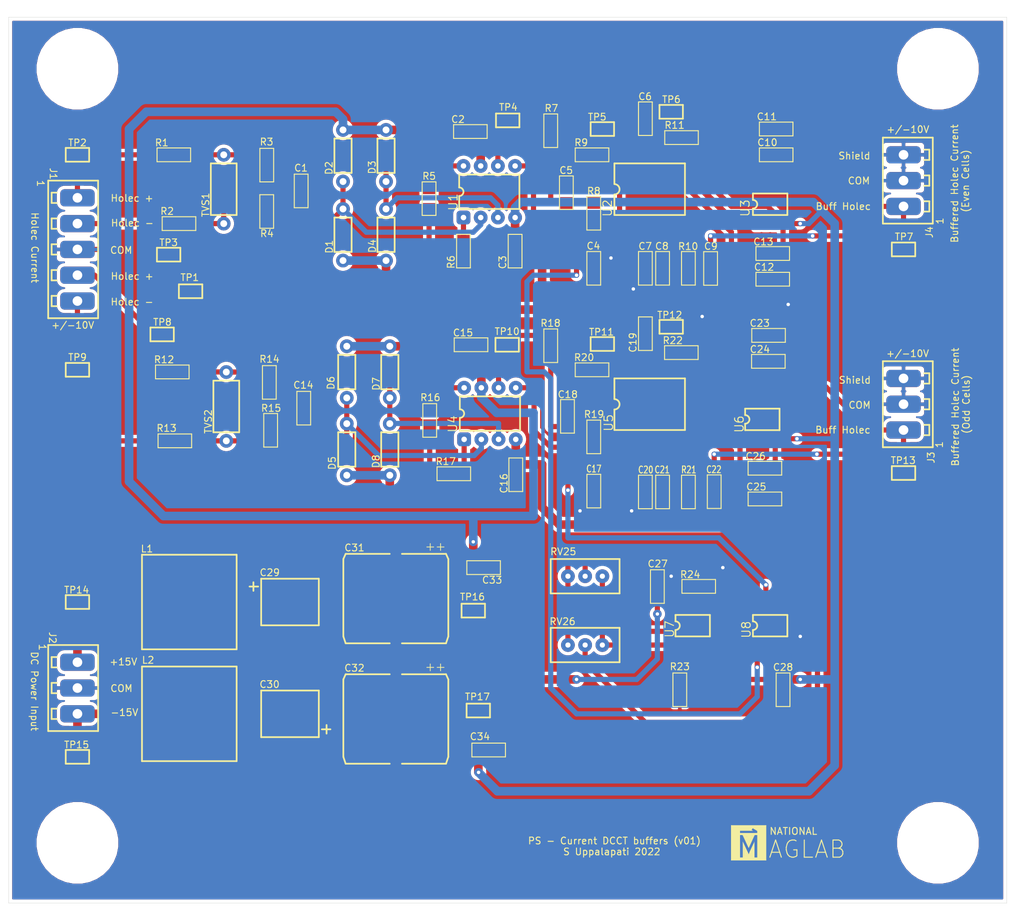
<source format=kicad_pcb>
(kicad_pcb (version 20171130) (host pcbnew "(5.1.10)-1")

  (general
    (thickness 1.6)
    (drawings 30)
    (tracks 412)
    (zones 0)
    (modules 106)
    (nets 45)
  )

  (page A4)
  (title_block
    (title "PS A Current DCCT Buffers")
    (date 10-11-2021)
    (rev v01)
    (comment 4 "Author: Sujana Uppalapati")
  )

  (layers
    (0 F.Cu signal)
    (31 B.Cu signal)
    (32 B.Adhes user)
    (33 F.Adhes user)
    (34 B.Paste user)
    (35 F.Paste user)
    (36 B.SilkS user)
    (37 F.SilkS user)
    (38 B.Mask user)
    (39 F.Mask user)
    (40 Dwgs.User user)
    (41 Cmts.User user)
    (42 Eco1.User user)
    (43 Eco2.User user)
    (44 Edge.Cuts user)
    (45 Margin user)
    (46 B.CrtYd user)
    (47 F.CrtYd user)
    (48 B.Fab user hide)
    (49 F.Fab user hide)
  )

  (setup
    (last_trace_width 0.762)
    (user_trace_width 0.762)
    (user_trace_width 0.889)
    (user_trace_width 1.016)
    (user_trace_width 1.27)
    (trace_clearance 0.254)
    (zone_clearance 0.508)
    (zone_45_only no)
    (trace_min 0.1524)
    (via_size 0.762)
    (via_drill 0.381)
    (via_min_size 0.508)
    (via_min_drill 0.254)
    (user_via 0.762 0.508)
    (user_via 0.889 0.508)
    (user_via 1.016 0.508)
    (user_via 1.27 0.508)
    (uvia_size 0.762)
    (uvia_drill 0.381)
    (uvias_allowed no)
    (uvia_min_size 0.508)
    (uvia_min_drill 0.254)
    (edge_width 0.05)
    (segment_width 0.2)
    (pcb_text_width 0.3)
    (pcb_text_size 1.5 1.5)
    (mod_edge_width 0.12)
    (mod_text_size 1 1)
    (mod_text_width 0.15)
    (pad_size 3.175 3.175)
    (pad_drill 3.175)
    (pad_to_mask_clearance 0.0508)
    (solder_mask_min_width 0.1016)
    (aux_axis_origin 0 0)
    (visible_elements 7FFFFFFF)
    (pcbplotparams
      (layerselection 0x010f0_ffffffff)
      (usegerberextensions true)
      (usegerberattributes true)
      (usegerberadvancedattributes true)
      (creategerberjobfile true)
      (excludeedgelayer true)
      (linewidth 0.100000)
      (plotframeref false)
      (viasonmask false)
      (mode 1)
      (useauxorigin false)
      (hpglpennumber 1)
      (hpglpenspeed 20)
      (hpglpendiameter 15.000000)
      (psnegative false)
      (psa4output false)
      (plotreference true)
      (plotvalue false)
      (plotinvisibletext false)
      (padsonsilk false)
      (subtractmaskfromsilk false)
      (outputformat 1)
      (mirror false)
      (drillshape 0)
      (scaleselection 1)
      (outputdirectory "Gerbers/"))
  )

  (net 0 "")
  (net 1 "Net-(C1-Pad1)")
  (net 2 "Net-(C1-Pad2)")
  (net 3 GND)
  (net 4 +15V)
  (net 5 -15V)
  (net 6 "Net-(C4-Pad1)")
  (net 7 "Net-(C5-Pad2)")
  (net 8 "Net-(C5-Pad1)")
  (net 9 "Net-(C8-Pad1)")
  (net 10 "Net-(C9-Pad2)")
  (net 11 "Net-(C9-Pad1)")
  (net 12 "Net-(C14-Pad2)")
  (net 13 "Net-(C14-Pad1)")
  (net 14 "Net-(C17-Pad1)")
  (net 15 "Net-(C18-Pad2)")
  (net 16 "Net-(C18-Pad1)")
  (net 17 "Net-(C21-Pad1)")
  (net 18 "Net-(C22-Pad2)")
  (net 19 "Net-(C22-Pad1)")
  (net 20 "Net-(J1-Pad5)")
  (net 21 "Net-(J1-Pad4)")
  (net 22 "Net-(J1-Pad2)")
  (net 23 "Net-(J1-Pad1)")
  (net 24 "Net-(R5-Pad2)")
  (net 25 "Net-(R5-Pad1)")
  (net 26 "Net-(R6-Pad1)")
  (net 27 "Net-(R7-Pad2)")
  (net 28 "Net-(R11-Pad1)")
  (net 29 "Net-(R11-Pad2)")
  (net 30 "Net-(R16-Pad1)")
  (net 31 "Net-(R16-Pad2)")
  (net 32 "Net-(R17-Pad1)")
  (net 33 "Net-(R18-Pad2)")
  (net 34 "Net-(R22-Pad2)")
  (net 35 "Net-(R22-Pad1)")
  (net 36 "Net-(R23-Pad1)")
  (net 37 "Net-(R24-Pad2)")
  (net 38 /Offset1)
  (net 39 /Offset2)
  (net 40 /Ref1)
  (net 41 /Ref2)
  (net 42 "Net-(U7-Pad6)")
  (net 43 "Net-(J2-Pad1)")
  (net 44 "Net-(J2-Pad3)")

  (net_class Default "This is the default net class."
    (clearance 0.254)
    (trace_width 0.254)
    (via_dia 0.762)
    (via_drill 0.381)
    (uvia_dia 0.762)
    (uvia_drill 0.381)
    (add_net +15V)
    (add_net -15V)
    (add_net /Offset1)
    (add_net /Offset2)
    (add_net /Ref1)
    (add_net /Ref2)
    (add_net GND)
    (add_net "Net-(C1-Pad1)")
    (add_net "Net-(C1-Pad2)")
    (add_net "Net-(C14-Pad1)")
    (add_net "Net-(C14-Pad2)")
    (add_net "Net-(C17-Pad1)")
    (add_net "Net-(C18-Pad1)")
    (add_net "Net-(C18-Pad2)")
    (add_net "Net-(C21-Pad1)")
    (add_net "Net-(C22-Pad1)")
    (add_net "Net-(C22-Pad2)")
    (add_net "Net-(C4-Pad1)")
    (add_net "Net-(C5-Pad1)")
    (add_net "Net-(C5-Pad2)")
    (add_net "Net-(C8-Pad1)")
    (add_net "Net-(C9-Pad1)")
    (add_net "Net-(C9-Pad2)")
    (add_net "Net-(J1-Pad1)")
    (add_net "Net-(J1-Pad2)")
    (add_net "Net-(J1-Pad4)")
    (add_net "Net-(J1-Pad5)")
    (add_net "Net-(J2-Pad1)")
    (add_net "Net-(J2-Pad3)")
    (add_net "Net-(R11-Pad1)")
    (add_net "Net-(R11-Pad2)")
    (add_net "Net-(R16-Pad1)")
    (add_net "Net-(R16-Pad2)")
    (add_net "Net-(R17-Pad1)")
    (add_net "Net-(R18-Pad2)")
    (add_net "Net-(R22-Pad1)")
    (add_net "Net-(R22-Pad2)")
    (add_net "Net-(R23-Pad1)")
    (add_net "Net-(R24-Pad2)")
    (add_net "Net-(R5-Pad1)")
    (add_net "Net-(R5-Pad2)")
    (add_net "Net-(R6-Pad1)")
    (add_net "Net-(R7-Pad2)")
    (add_net "Net-(U7-Pad6)")
  )

  (module "KiCAD Library_SU:TestPoint_RCW-0C_SMD" (layer F.Cu) (tedit 615DE2F7) (tstamp 62BD6D24)
    (at 92.898905 68.409047)
    (path /614F523E)
    (fp_text reference TP1 (at -0.127 -2.032) (layer F.SilkS)
      (effects (font (size 1 1) (thickness 0.15)))
    )
    (fp_text value TestPoint_S2761-46R (at 0 2.54) (layer F.Fab)
      (effects (font (size 1 1) (thickness 0.15)))
    )
    (fp_line (start -1.7272 -1.016) (end -1.7272 1.016) (layer F.SilkS) (width 0.254))
    (fp_line (start 1.7272 -1.016) (end 1.7272 1.016) (layer F.SilkS) (width 0.254))
    (fp_line (start -1.7272 -1.016) (end 1.7272 -1.016) (layer F.SilkS) (width 0.254))
    (fp_line (start -1.7272 1.016) (end 1.7272 1.016) (layer F.SilkS) (width 0.254))
    (pad 1 smd rect (at 0 0) (size 3.048 1.524) (layers F.Cu F.Paste F.Mask)
      (net 3 GND))
    (model ${KISYS3DMOD}/TestPoint.3dshapes/s2761-46r.stp
      (offset (xyz 0.0254 0 0.254))
      (scale (xyz 1 1 1))
      (rotate (xyz 90 0 0))
    )
  )

  (module "KiCAD Library_SU:Bourns_3296W" (layer F.Cu) (tedit 615EFFF3) (tstamp 62ACF6B4)
    (at 153.67 110.49 180)
    (path /61790E9D)
    (fp_text reference RV25 (at 5.77088 3.62712 180) (layer F.SilkS)
      (effects (font (size 1.016 1.016) (thickness 0.15)))
    )
    (fp_text value 10K (at 2.54 3.81) (layer F.Fab)
      (effects (font (size 1 1) (thickness 0.15)))
    )
    (fp_line (start -2.54 -2.54) (end 7.62 -2.54) (layer F.SilkS) (width 0.254))
    (fp_line (start 7.62 2.54) (end 7.62 -2.54) (layer F.SilkS) (width 0.254))
    (fp_line (start -2.54 2.54) (end -2.54 -2.54) (layer F.SilkS) (width 0.254))
    (fp_line (start -2.54 2.54) (end 7.62 2.54) (layer F.SilkS) (width 0.254))
    (pad 1 thru_hole circle (at 0 0 180) (size 2.032 2.032) (drill 0.762) (layers *.Cu *.Mask)
      (net 36 "Net-(R23-Pad1)"))
    (pad 2 thru_hole circle (at 2.54 0 180) (size 2.032 2.032) (drill 0.762) (layers *.Cu *.Mask)
      (net 38 /Offset1))
    (pad 3 thru_hole circle (at 5.08 0 180) (size 2.032 2.032) (drill 0.762) (layers *.Cu *.Mask)
      (net 37 "Net-(R24-Pad2)"))
  )

  (module "KiCAD Library_SU:SOIC_W-16" (layer F.Cu) (tedit 615DE5F5) (tstamp 62B20BCB)
    (at 156.21 90.17)
    (path /620F92F5)
    (fp_text reference U5 (at -1.6129 -2.3368 90) (layer F.SilkS)
      (effects (font (size 1.27 1.27) (thickness 0.15)))
    )
    (fp_text value OP270GSZ (at 4.572 1.8796) (layer F.Fab)
      (effects (font (size 1 1) (thickness 0.15)))
    )
    (fp_line (start -0.762 -8.89) (end 9.652 -8.89) (layer F.SilkS) (width 0.254))
    (fp_line (start -0.762 -1.27) (end 9.652 -1.27) (layer F.SilkS) (width 0.254))
    (fp_line (start -0.762 -8.89) (end -0.762 -5.87375) (layer F.SilkS) (width 0.254))
    (fp_line (start -0.762 -1.27) (end -0.762 -4.28625) (layer F.SilkS) (width 0.254))
    (fp_line (start 9.652 -1.27) (end 9.652 -8.89) (layer F.SilkS) (width 0.254))
    (fp_arc (start -0.762 -5.0673) (end -0.762 -4.3053) (angle -180) (layer F.SilkS) (width 0.254))
    (pad 1 smd rect (at 0 0) (size 0.762 1.5748) (layers F.Cu F.Paste F.Mask)
      (net 15 "Net-(C18-Pad2)"))
    (pad 2 smd rect (at 1.27 0) (size 0.762 1.5748) (layers F.Cu F.Paste F.Mask)
      (net 14 "Net-(C17-Pad1)"))
    (pad 3 smd rect (at 2.54 0) (size 0.762 1.5748) (layers F.Cu F.Paste F.Mask))
    (pad 4 smd rect (at 3.81 0) (size 0.762 1.5748) (layers F.Cu F.Paste F.Mask)
      (net 5 -15V))
    (pad 5 smd rect (at 5.08 0) (size 0.762 1.5748) (layers F.Cu F.Paste F.Mask))
    (pad 6 smd rect (at 6.35 0) (size 0.762 1.5748) (layers F.Cu F.Paste F.Mask)
      (net 17 "Net-(C21-Pad1)"))
    (pad 7 smd rect (at 7.62 0) (size 0.762 1.5748) (layers F.Cu F.Paste F.Mask)
      (net 18 "Net-(C22-Pad2)"))
    (pad 10 smd rect (at 7.62 -10.16) (size 0.762 1.5748) (layers F.Cu F.Paste F.Mask)
      (net 34 "Net-(R22-Pad2)"))
    (pad 11 smd rect (at 6.35 -10.16) (size 0.762 1.5748) (layers F.Cu F.Paste F.Mask))
    (pad 12 smd rect (at 5.08 -10.16) (size 0.762 1.5748) (layers F.Cu F.Paste F.Mask))
    (pad 13 smd rect (at 3.81 -10.16) (size 0.762 1.5748) (layers F.Cu F.Paste F.Mask)
      (net 4 +15V))
    (pad 14 smd rect (at 2.54 -10.16) (size 0.762 1.5748) (layers F.Cu F.Paste F.Mask))
    (pad 15 smd rect (at 1.27 -10.16) (size 0.762 1.5748) (layers F.Cu F.Paste F.Mask))
    (pad 16 smd rect (at 0 -10.16) (size 0.762 1.5748) (layers F.Cu F.Paste F.Mask)
      (net 15 "Net-(C18-Pad2)"))
    (pad 8 smd rect (at 8.89 0) (size 0.762 1.5748) (layers F.Cu F.Paste F.Mask))
    (pad 9 smd rect (at 8.89 -10.16) (size 0.762 1.5748) (layers F.Cu F.Paste F.Mask))
    (model ${KISYS3DMOD}/Package_SO.3dshapes/SOIC-14_3.9x8.7mm_P1.27mm.step
      (offset (xyz 3.81 2.794 0))
      (scale (xyz 1 1 1))
      (rotate (xyz 0 0 -90))
    )
  )

  (module ap_Cap_SMD:C_1206 (layer F.Cu) (tedit 5F3ADD4B) (tstamp 62B20743)
    (at 179.187343 99.078585 180)
    (descr "Capacitor SMD 1206 Package")
    (tags 1206)
    (path /620F931F)
    (attr smd)
    (fp_text reference C25 (at 2.793463 1.790537) (layer F.SilkS)
      (effects (font (size 1.016 1.016) (thickness 0.15)))
    )
    (fp_text value 0.1uF (at 1.778 3.7465) (layer F.Fab)
      (effects (font (size 1 1) (thickness 0.15)))
    )
    (fp_line (start -0.9525 1.016) (end -0.9525 -1.016) (layer F.SilkS) (width 0.1524))
    (fp_line (start 4.0005 1.016) (end 4.0005 -1.016) (layer F.SilkS) (width 0.1524))
    (fp_line (start -0.9525 1.016) (end 4.0005 1.016) (layer F.SilkS) (width 0.1524))
    (fp_line (start -0.9525 -1.016) (end 4.0005 -1.016) (layer F.SilkS) (width 0.1524))
    (pad 1 smd rect (at 0 0 180) (size 1.7272 1.8288) (layers F.Cu F.Paste F.Mask)
      (net 5 -15V))
    (pad 2 smd rect (at 3.048 0 180) (size 1.7272 1.8288) (layers F.Cu F.Paste F.Mask)
      (net 3 GND))
    (model ${KISYS3DMOD}/Capacitor_SMD.3dshapes/C_1206_3216Metric.step
      (offset (xyz 1.524 -0.0127 0))
      (scale (xyz 1 1 1))
      (rotate (xyz 0 0 0))
    )
  )

  (module ap_Cap_SMD:C_1206 (layer F.Cu) (tedit 5F3ADD4B) (tstamp 62B206F2)
    (at 179.183144 94.538412 180)
    (descr "Capacitor SMD 1206 Package")
    (tags 1206)
    (path /620F9325)
    (attr smd)
    (fp_text reference C26 (at 2.8829 1.76022) (layer F.SilkS)
      (effects (font (size 1.016 1.016) (thickness 0.15)))
    )
    (fp_text value 10uF (at 1.778 3.7465) (layer F.Fab)
      (effects (font (size 1 1) (thickness 0.15)))
    )
    (fp_line (start -0.9525 1.016) (end -0.9525 -1.016) (layer F.SilkS) (width 0.1524))
    (fp_line (start 4.0005 1.016) (end 4.0005 -1.016) (layer F.SilkS) (width 0.1524))
    (fp_line (start -0.9525 1.016) (end 4.0005 1.016) (layer F.SilkS) (width 0.1524))
    (fp_line (start -0.9525 -1.016) (end 4.0005 -1.016) (layer F.SilkS) (width 0.1524))
    (pad 1 smd rect (at 0 0 180) (size 1.7272 1.8288) (layers F.Cu F.Paste F.Mask)
      (net 5 -15V))
    (pad 2 smd rect (at 3.048 0 180) (size 1.7272 1.8288) (layers F.Cu F.Paste F.Mask)
      (net 3 GND))
    (model ${KISYS3DMOD}/Capacitor_SMD.3dshapes/C_1206_3216Metric.step
      (offset (xyz 1.524 -0.0127 0))
      (scale (xyz 1 1 1))
      (rotate (xyz 0 0 0))
    )
  )

  (module "KiCAD Library_SU:TestPoint_RCW-0C_SMD" (layer F.Cu) (tedit 615DE2F7) (tstamp 617064D5)
    (at 139.7 43.18)
    (path /614F427F)
    (fp_text reference TP4 (at 0.086052 -1.943587) (layer F.SilkS)
      (effects (font (size 1 1) (thickness 0.15)))
    )
    (fp_text value TestPoint_S2761-46R (at 0 2.54) (layer F.Fab)
      (effects (font (size 1 1) (thickness 0.15)))
    )
    (fp_line (start -1.7272 1.016) (end 1.7272 1.016) (layer F.SilkS) (width 0.254))
    (fp_line (start -1.7272 -1.016) (end 1.7272 -1.016) (layer F.SilkS) (width 0.254))
    (fp_line (start 1.7272 -1.016) (end 1.7272 1.016) (layer F.SilkS) (width 0.254))
    (fp_line (start -1.7272 -1.016) (end -1.7272 1.016) (layer F.SilkS) (width 0.254))
    (pad 1 smd rect (at 0 0) (size 3.048 1.524) (layers F.Cu F.Paste F.Mask)
      (net 27 "Net-(R7-Pad2)"))
    (model ${KISYS3DMOD}/TestPoint.3dshapes/s2761-46r.stp
      (offset (xyz 0.0254 0 0.254))
      (scale (xyz 1 1 1))
      (rotate (xyz 90 0 0))
    )
  )

  (module ap_Resistor_SMD:R_1206 (layer F.Cu) (tedit 5F3AF27A) (tstamp 62ACEDD7)
    (at 133.271027 95.359991 180)
    (descr "Resistor SMD 1206 Package")
    (tags 1206)
    (path /620F92C5)
    (attr smd)
    (fp_text reference R17 (at 2.703114 1.823719) (layer F.SilkS)
      (effects (font (size 1.016 1.016) (thickness 0.15)))
    )
    (fp_text value 470K (at 1.778 3.7465) (layer F.Fab)
      (effects (font (size 1 1) (thickness 0.15)))
    )
    (fp_line (start -0.9525 1.016) (end -0.9525 -1.016) (layer F.SilkS) (width 0.1524))
    (fp_line (start 4.0005 1.016) (end 4.0005 -1.016) (layer F.SilkS) (width 0.1524))
    (fp_line (start -0.9525 1.016) (end 4.0005 1.016) (layer F.SilkS) (width 0.1524))
    (fp_line (start -0.9525 -1.016) (end 4.0005 -1.016) (layer F.SilkS) (width 0.1524))
    (pad 1 smd rect (at 0 0 180) (size 1.7272 1.8288) (layers F.Cu F.Paste F.Mask)
      (net 32 "Net-(R17-Pad1)"))
    (pad 2 smd rect (at 3.048 0 180) (size 1.7272 1.8288) (layers F.Cu F.Paste F.Mask)
      (net 30 "Net-(R16-Pad1)"))
    (model ${KISYS3DMOD}/Resistor_SMD.3dshapes/R_1206_3216Metric.step
      (offset (xyz 1.524 -0.0508 0))
      (scale (xyz 1 1 1))
      (rotate (xyz 0 0 0))
    )
  )

  (module ap_Resistor_SMD:R_1206 (layer F.Cu) (tedit 5F3AF27A) (tstamp 62B20AE9)
    (at 152.4 91.44 90)
    (descr "Resistor SMD 1206 Package")
    (tags 1206)
    (path /620F92E3)
    (attr smd)
    (fp_text reference R19 (at 4.852309 0.042644 180) (layer F.SilkS)
      (effects (font (size 1.016 1.016) (thickness 0.15)))
    )
    (fp_text value 16.9K (at 1.25 3.5 90) (layer F.Fab)
      (effects (font (size 1 1) (thickness 0.15)))
    )
    (fp_line (start -0.9525 -1.016) (end 4.0005 -1.016) (layer F.SilkS) (width 0.1524))
    (fp_line (start -0.9525 1.016) (end 4.0005 1.016) (layer F.SilkS) (width 0.1524))
    (fp_line (start 4.0005 1.016) (end 4.0005 -1.016) (layer F.SilkS) (width 0.1524))
    (fp_line (start -0.9525 1.016) (end -0.9525 -1.016) (layer F.SilkS) (width 0.1524))
    (pad 2 smd rect (at 3.048 0 90) (size 1.7272 1.8288) (layers F.Cu F.Paste F.Mask)
      (net 16 "Net-(C18-Pad1)"))
    (pad 1 smd rect (at 0 0 90) (size 1.7272 1.8288) (layers F.Cu F.Paste F.Mask)
      (net 14 "Net-(C17-Pad1)"))
    (model ${KISYS3DMOD}/Resistor_SMD.3dshapes/R_1206_3216Metric.step
      (offset (xyz 1.524 -0.0508 0))
      (scale (xyz 1 1 1))
      (rotate (xyz 0 0 0))
    )
  )

  (module ap_Resistor_SMD:R_1206 (layer F.Cu) (tedit 5F3AF27A) (tstamp 62B20ACE)
    (at 150.622 80.01)
    (descr "Resistor SMD 1206 Package")
    (tags 1206)
    (path /620F9307)
    (attr smd)
    (fp_text reference R20 (at 0.352674 -1.821167 180) (layer F.SilkS)
      (effects (font (size 1.016 1.016) (thickness 0.15)))
    )
    (fp_text value 4.22K (at 1.778 3.7465) (layer F.Fab)
      (effects (font (size 1 1) (thickness 0.15)))
    )
    (fp_line (start -0.9525 -1.016) (end 4.0005 -1.016) (layer F.SilkS) (width 0.1524))
    (fp_line (start -0.9525 1.016) (end 4.0005 1.016) (layer F.SilkS) (width 0.1524))
    (fp_line (start 4.0005 1.016) (end 4.0005 -1.016) (layer F.SilkS) (width 0.1524))
    (fp_line (start -0.9525 1.016) (end -0.9525 -1.016) (layer F.SilkS) (width 0.1524))
    (pad 2 smd rect (at 3.048 0) (size 1.7272 1.8288) (layers F.Cu F.Paste F.Mask)
      (net 15 "Net-(C18-Pad2)"))
    (pad 1 smd rect (at 0 0) (size 1.7272 1.8288) (layers F.Cu F.Paste F.Mask)
      (net 19 "Net-(C22-Pad1)"))
    (model ${KISYS3DMOD}/Resistor_SMD.3dshapes/R_1206_3216Metric.step
      (offset (xyz 1.524 -0.0508 0))
      (scale (xyz 1 1 1))
      (rotate (xyz 0 0 0))
    )
  )

  (module ap_Resistor_SMD:R_1206 (layer F.Cu) (tedit 5F3AF27A) (tstamp 62ACEDA1)
    (at 128.191027 89.009991 90)
    (descr "Resistor SMD 1206 Package")
    (tags 1206)
    (path /620F929B)
    (attr smd)
    (fp_text reference R16 (at 4.907632 0.091517 180) (layer F.SilkS)
      (effects (font (size 1.016 1.016) (thickness 0.15)))
    )
    (fp_text value 30K (at 1.778 3.7465 90) (layer F.Fab)
      (effects (font (size 1 1) (thickness 0.15)))
    )
    (fp_line (start -0.9525 1.016) (end -0.9525 -1.016) (layer F.SilkS) (width 0.1524))
    (fp_line (start 4.0005 1.016) (end 4.0005 -1.016) (layer F.SilkS) (width 0.1524))
    (fp_line (start -0.9525 1.016) (end 4.0005 1.016) (layer F.SilkS) (width 0.1524))
    (fp_line (start -0.9525 -1.016) (end 4.0005 -1.016) (layer F.SilkS) (width 0.1524))
    (pad 1 smd rect (at 0 0 90) (size 1.7272 1.8288) (layers F.Cu F.Paste F.Mask)
      (net 30 "Net-(R16-Pad1)"))
    (pad 2 smd rect (at 3.048 0 90) (size 1.7272 1.8288) (layers F.Cu F.Paste F.Mask)
      (net 31 "Net-(R16-Pad2)"))
    (model ${KISYS3DMOD}/Resistor_SMD.3dshapes/R_1206_3216Metric.step
      (offset (xyz 1.524 -0.0508 0))
      (scale (xyz 1 1 1))
      (rotate (xyz 0 0 0))
    )
  )

  (module ap_DIP_Thru:DIP08_Thru (layer F.Cu) (tedit 5EBB17A1) (tstamp 616F381B)
    (at 133.1742 57.524336)
    (path /614EB0E2)
    (autoplace_cost90 10)
    (autoplace_cost180 10)
    (fp_text reference U1 (at -1.524 -2.286 -270 unlocked) (layer F.SilkS)
      (effects (font (size 1.27 1.27) (thickness 0.15)))
    )
    (fp_text value "INA114(8-Pin)" (at 3.81 2.54) (layer F.Fab)
      (effects (font (size 1 1) (thickness 0.15)))
    )
    (fp_line (start -0.635 -4.445) (end -0.635 -6.35) (layer F.SilkS) (width 0.254))
    (fp_line (start -0.635 -1.27) (end -0.635 -3.175) (layer F.SilkS) (width 0.254))
    (fp_line (start 8.255 -6.35) (end -0.635 -6.35) (layer F.SilkS) (width 0.254))
    (fp_line (start 8.255 -1.27) (end 8.255 -6.35) (layer F.SilkS) (width 0.254))
    (fp_line (start -0.635 -1.27) (end 8.255 -1.27) (layer F.SilkS) (width 0.254))
    (fp_arc (start -0.635 -3.81) (end -0.635 -3.175) (angle -180) (layer F.SilkS) (width 0.254))
    (pad 8 thru_hole circle (at 0 -7.62) (size 2.032 2.032) (drill 0.8128) (layers *.Cu *.Mask)
      (net 24 "Net-(R5-Pad2)"))
    (pad 7 thru_hole circle (at 2.54 -7.62) (size 2.032 2.032) (drill 0.8128) (layers *.Cu *.Mask)
      (net 4 +15V))
    (pad 6 thru_hole circle (at 5.08 -7.62) (size 2.032 2.032) (drill 0.8128) (layers *.Cu *.Mask)
      (net 27 "Net-(R7-Pad2)"))
    (pad 5 thru_hole circle (at 7.62 -7.62) (size 2.032 2.032) (drill 0.8128) (layers *.Cu *.Mask)
      (net 40 /Ref1))
    (pad 4 thru_hole circle (at 7.62 0) (size 2.032 2.032) (drill 0.8128) (layers *.Cu *.Mask)
      (net 5 -15V))
    (pad 3 thru_hole circle (at 5.08 0) (size 2.032 2.032) (drill 0.8128) (layers *.Cu *.Mask)
      (net 1 "Net-(C1-Pad1)"))
    (pad 2 thru_hole circle (at 2.54 0) (size 2.032 2.032) (drill 0.8128) (layers *.Cu *.Mask)
      (net 2 "Net-(C1-Pad2)"))
    (pad 1 thru_hole roundrect (at 0 0) (size 2.032 2.032) (drill 0.8128) (layers *.Cu *.Mask) (roundrect_rratio 0.25)
      (net 26 "Net-(R6-Pad1)"))
  )

  (module ap_DIP_Thru:DIP08_Thru (layer F.Cu) (tedit 5EBB17A1) (tstamp 62ACEC68)
    (at 133.271027 90.279991)
    (path /620F92CB)
    (autoplace_cost90 10)
    (autoplace_cost180 10)
    (fp_text reference U4 (at -1.68402 -2.2733 -270 unlocked) (layer F.SilkS)
      (effects (font (size 1.27 1.27) (thickness 0.15)))
    )
    (fp_text value "INA114(8-Pin)" (at 3.81 2.54) (layer F.Fab)
      (effects (font (size 1 1) (thickness 0.15)))
    )
    (fp_line (start -0.635 -1.27) (end 8.255 -1.27) (layer F.SilkS) (width 0.254))
    (fp_line (start 8.255 -1.27) (end 8.255 -6.35) (layer F.SilkS) (width 0.254))
    (fp_line (start 8.255 -6.35) (end -0.635 -6.35) (layer F.SilkS) (width 0.254))
    (fp_line (start -0.635 -1.27) (end -0.635 -3.175) (layer F.SilkS) (width 0.254))
    (fp_line (start -0.635 -4.445) (end -0.635 -6.35) (layer F.SilkS) (width 0.254))
    (fp_arc (start -0.635 -3.81) (end -0.635 -3.175) (angle -180) (layer F.SilkS) (width 0.254))
    (pad 1 thru_hole roundrect (at 0 0) (size 2.032 2.032) (drill 0.8128) (layers *.Cu *.Mask) (roundrect_rratio 0.25)
      (net 32 "Net-(R17-Pad1)"))
    (pad 2 thru_hole circle (at 2.54 0) (size 2.032 2.032) (drill 0.8128) (layers *.Cu *.Mask)
      (net 12 "Net-(C14-Pad2)"))
    (pad 3 thru_hole circle (at 5.08 0) (size 2.032 2.032) (drill 0.8128) (layers *.Cu *.Mask)
      (net 13 "Net-(C14-Pad1)"))
    (pad 4 thru_hole circle (at 7.62 0) (size 2.032 2.032) (drill 0.8128) (layers *.Cu *.Mask)
      (net 5 -15V))
    (pad 5 thru_hole circle (at 7.62 -7.62) (size 2.032 2.032) (drill 0.8128) (layers *.Cu *.Mask)
      (net 41 /Ref2))
    (pad 6 thru_hole circle (at 5.08 -7.62) (size 2.032 2.032) (drill 0.8128) (layers *.Cu *.Mask)
      (net 33 "Net-(R18-Pad2)"))
    (pad 7 thru_hole circle (at 2.54 -7.62) (size 2.032 2.032) (drill 0.8128) (layers *.Cu *.Mask)
      (net 4 +15V))
    (pad 8 thru_hole circle (at 0 -7.62) (size 2.032 2.032) (drill 0.8128) (layers *.Cu *.Mask)
      (net 31 "Net-(R16-Pad2)"))
  )

  (module "KiCAD Library_SU:TestPoint_RCW-0C_SMD" (layer F.Cu) (tedit 615DE2F7) (tstamp 62ACEC47)
    (at 139.621027 76.309991)
    (path /620F9343)
    (fp_text reference TP10 (at -0.008017 -1.958251) (layer F.SilkS)
      (effects (font (size 1 1) (thickness 0.15)))
    )
    (fp_text value TestPoint_S2761-46R (at 0.02794 2.286) (layer F.Fab)
      (effects (font (size 1 1) (thickness 0.15)))
    )
    (fp_line (start -1.7272 1.016) (end 1.7272 1.016) (layer F.SilkS) (width 0.254))
    (fp_line (start -1.7272 -1.016) (end 1.7272 -1.016) (layer F.SilkS) (width 0.254))
    (fp_line (start 1.7272 -1.016) (end 1.7272 1.016) (layer F.SilkS) (width 0.254))
    (fp_line (start -1.7272 -1.016) (end -1.7272 1.016) (layer F.SilkS) (width 0.254))
    (pad 1 smd rect (at 0 0) (size 3.048 1.524) (layers F.Cu F.Paste F.Mask)
      (net 33 "Net-(R18-Pad2)"))
    (model ${KISYS3DMOD}/TestPoint.3dshapes/s2761-46r.stp
      (offset (xyz 0.0254 0 0.254))
      (scale (xyz 1 1 1))
      (rotate (xyz 90 0 0))
    )
  )

  (module ap_Cap_SMD:C_1206 (layer F.Cu) (tedit 5F3ADD4B) (tstamp 616D9BFB)
    (at 135.7142 44.824336 180)
    (descr "Capacitor SMD 1206 Package")
    (tags 1206)
    (path /614EB7CA)
    (attr smd)
    (fp_text reference C2 (at 3.347779 1.799812) (layer F.SilkS)
      (effects (font (size 1.016 1.016) (thickness 0.15)))
    )
    (fp_text value 0.1uF (at 1.778 3.7465) (layer F.Fab)
      (effects (font (size 1 1) (thickness 0.15)))
    )
    (fp_line (start -0.9525 -1.016) (end 4.0005 -1.016) (layer F.SilkS) (width 0.1524))
    (fp_line (start -0.9525 1.016) (end 4.0005 1.016) (layer F.SilkS) (width 0.1524))
    (fp_line (start 4.0005 1.016) (end 4.0005 -1.016) (layer F.SilkS) (width 0.1524))
    (fp_line (start -0.9525 1.016) (end -0.9525 -1.016) (layer F.SilkS) (width 0.1524))
    (pad 2 smd rect (at 3.048 0 180) (size 1.7272 1.8288) (layers F.Cu F.Paste F.Mask)
      (net 3 GND))
    (pad 1 smd rect (at 0 0 180) (size 1.7272 1.8288) (layers F.Cu F.Paste F.Mask)
      (net 4 +15V))
    (model ${KISYS3DMOD}/Capacitor_SMD.3dshapes/C_1206_3216Metric.step
      (offset (xyz 1.524 -0.0127 0))
      (scale (xyz 1 1 1))
      (rotate (xyz 0 0 0))
    )
  )

  (module ap_Resistor_SMD:R_1206 (layer F.Cu) (tedit 5F3AF27A) (tstamp 62ACCBDF)
    (at 146.05 46.228 90)
    (descr "Resistor SMD 1206 Package")
    (tags 1206)
    (path /614EC1DC)
    (attr smd)
    (fp_text reference R7 (at 4.84671 0.10325 180) (layer F.SilkS)
      (effects (font (size 1.016 1.016) (thickness 0.15)))
    )
    (fp_text value 12.4K (at 1.778 3.7465 90) (layer F.Fab)
      (effects (font (size 1 1) (thickness 0.15)))
    )
    (fp_line (start -0.9525 -1.016) (end 4.0005 -1.016) (layer F.SilkS) (width 0.1524))
    (fp_line (start -0.9525 1.016) (end 4.0005 1.016) (layer F.SilkS) (width 0.1524))
    (fp_line (start 4.0005 1.016) (end 4.0005 -1.016) (layer F.SilkS) (width 0.1524))
    (fp_line (start -0.9525 1.016) (end -0.9525 -1.016) (layer F.SilkS) (width 0.1524))
    (pad 2 smd rect (at 3.048 0 90) (size 1.7272 1.8288) (layers F.Cu F.Paste F.Mask)
      (net 27 "Net-(R7-Pad2)"))
    (pad 1 smd rect (at 0 0 90) (size 1.7272 1.8288) (layers F.Cu F.Paste F.Mask)
      (net 8 "Net-(C5-Pad1)"))
    (model ${KISYS3DMOD}/Resistor_SMD.3dshapes/R_1206_3216Metric.step
      (offset (xyz 1.524 -0.0508 0))
      (scale (xyz 1 1 1))
      (rotate (xyz 0 0 0))
    )
  )

  (module ap_Cap_SMD:C_1206 (layer F.Cu) (tedit 5F3ADD4B) (tstamp 62B20AB3)
    (at 170.18 99.53149 90)
    (descr "Capacitor SMD 1206 Package")
    (tags 1206)
    (path /620F9313)
    (attr smd)
    (fp_text reference C22 (at 4.792561 -0.049347) (layer F.SilkS)
      (effects (font (size 1.016 0.762) (thickness 0.15)))
    )
    (fp_text value 0.075uF (at 1.778 3.7465 90) (layer F.Fab)
      (effects (font (size 1 1) (thickness 0.15)))
    )
    (fp_line (start -0.9525 -1.016) (end 4.0005 -1.016) (layer F.SilkS) (width 0.1524))
    (fp_line (start -0.9525 1.016) (end 4.0005 1.016) (layer F.SilkS) (width 0.1524))
    (fp_line (start 4.0005 1.016) (end 4.0005 -1.016) (layer F.SilkS) (width 0.1524))
    (fp_line (start -0.9525 1.016) (end -0.9525 -1.016) (layer F.SilkS) (width 0.1524))
    (pad 2 smd rect (at 3.048 0 90) (size 1.7272 1.8288) (layers F.Cu F.Paste F.Mask)
      (net 18 "Net-(C22-Pad2)"))
    (pad 1 smd rect (at 0 0 90) (size 1.7272 1.8288) (layers F.Cu F.Paste F.Mask)
      (net 19 "Net-(C22-Pad1)"))
    (model ${KISYS3DMOD}/Capacitor_SMD.3dshapes/C_1206_3216Metric.step
      (offset (xyz 1.524 -0.0127 0))
      (scale (xyz 1 1 1))
      (rotate (xyz 0 0 0))
    )
  )

  (module ap_Cap_SMD:C_1206 (layer F.Cu) (tedit 5F3ADD4B) (tstamp 62B20A98)
    (at 152.407613 96.396645 270)
    (descr "Capacitor SMD 1206 Package")
    (tags 1206)
    (path /620F9447)
    (attr smd)
    (fp_text reference C17 (at -1.760967 -0.011911) (layer F.SilkS)
      (effects (font (size 1.016 0.762) (thickness 0.15)))
    )
    (fp_text value 0.01uF (at 1.778 3.7465 90) (layer F.Fab)
      (effects (font (size 1 1) (thickness 0.15)))
    )
    (fp_line (start -0.9525 -1.016) (end 4.0005 -1.016) (layer F.SilkS) (width 0.1524))
    (fp_line (start -0.9525 1.016) (end 4.0005 1.016) (layer F.SilkS) (width 0.1524))
    (fp_line (start 4.0005 1.016) (end 4.0005 -1.016) (layer F.SilkS) (width 0.1524))
    (fp_line (start -0.9525 1.016) (end -0.9525 -1.016) (layer F.SilkS) (width 0.1524))
    (pad 2 smd rect (at 3.048 0 270) (size 1.7272 1.8288) (layers F.Cu F.Paste F.Mask)
      (net 3 GND))
    (pad 1 smd rect (at 0 0 270) (size 1.7272 1.8288) (layers F.Cu F.Paste F.Mask)
      (net 14 "Net-(C17-Pad1)"))
    (model ${KISYS3DMOD}/Capacitor_SMD.3dshapes/C_1206_3216Metric.step
      (offset (xyz 1.524 -0.0127 0))
      (scale (xyz 1 1 1))
      (rotate (xyz 0 0 0))
    )
  )

  (module ap_Cap_SMD:C_1206 (layer F.Cu) (tedit 5F3ADD4B) (tstamp 62ACEBE2)
    (at 148.521758 88.40411 90)
    (descr "Capacitor SMD 1206 Package")
    (tags 1206)
    (path /620F92E9)
    (attr smd)
    (fp_text reference C18 (at 4.750029 0.047138 180) (layer F.SilkS)
      (effects (font (size 1.016 1.016) (thickness 0.15)))
    )
    (fp_text value 0.012uF (at 1.778 3.7465 90) (layer F.Fab)
      (effects (font (size 1 1) (thickness 0.15)))
    )
    (fp_line (start -0.9525 -1.016) (end 4.0005 -1.016) (layer F.SilkS) (width 0.1524))
    (fp_line (start -0.9525 1.016) (end 4.0005 1.016) (layer F.SilkS) (width 0.1524))
    (fp_line (start 4.0005 1.016) (end 4.0005 -1.016) (layer F.SilkS) (width 0.1524))
    (fp_line (start -0.9525 1.016) (end -0.9525 -1.016) (layer F.SilkS) (width 0.1524))
    (pad 2 smd rect (at 3.048 0 90) (size 1.7272 1.8288) (layers F.Cu F.Paste F.Mask)
      (net 15 "Net-(C18-Pad2)"))
    (pad 1 smd rect (at 0 0 90) (size 1.7272 1.8288) (layers F.Cu F.Paste F.Mask)
      (net 16 "Net-(C18-Pad1)"))
    (model ${KISYS3DMOD}/Capacitor_SMD.3dshapes/C_1206_3216Metric.step
      (offset (xyz 1.524 -0.0127 0))
      (scale (xyz 1 1 1))
      (rotate (xyz 0 0 0))
    )
  )

  (module ap_Cap_SMD:C_1206 (layer F.Cu) (tedit 5F3ADD4B) (tstamp 616D9C16)
    (at 180.34 62.83452 180)
    (descr "Capacitor SMD 1206 Package")
    (tags 1206)
    (path /614F1B7B)
    (attr smd)
    (fp_text reference C13 (at 2.8956 1.7272) (layer F.SilkS)
      (effects (font (size 1.016 1.016) (thickness 0.15)))
    )
    (fp_text value 10uF (at 1.778 3.7465) (layer F.Fab)
      (effects (font (size 1 1) (thickness 0.15)))
    )
    (fp_line (start -0.9525 -1.016) (end 4.0005 -1.016) (layer F.SilkS) (width 0.1524))
    (fp_line (start -0.9525 1.016) (end 4.0005 1.016) (layer F.SilkS) (width 0.1524))
    (fp_line (start 4.0005 1.016) (end 4.0005 -1.016) (layer F.SilkS) (width 0.1524))
    (fp_line (start -0.9525 1.016) (end -0.9525 -1.016) (layer F.SilkS) (width 0.1524))
    (pad 2 smd rect (at 3.048 0 180) (size 1.7272 1.8288) (layers F.Cu F.Paste F.Mask)
      (net 3 GND))
    (pad 1 smd rect (at 0 0 180) (size 1.7272 1.8288) (layers F.Cu F.Paste F.Mask)
      (net 5 -15V))
    (model ${KISYS3DMOD}/Capacitor_SMD.3dshapes/C_1206_3216Metric.step
      (offset (xyz 1.524 -0.0127 0))
      (scale (xyz 1 1 1))
      (rotate (xyz 0 0 0))
    )
  )

  (module ap_Cap_SMD:C_1206 (layer F.Cu) (tedit 5F3ADD4B) (tstamp 616D9C4C)
    (at 180.34 66.62928 180)
    (descr "Capacitor SMD 1206 Package")
    (tags 1206)
    (path /614F179C)
    (attr smd)
    (fp_text reference C12 (at 2.794 1.778) (layer F.SilkS)
      (effects (font (size 1.016 1.016) (thickness 0.15)))
    )
    (fp_text value 0.1uF (at 1.778 3.7465) (layer F.Fab)
      (effects (font (size 1 1) (thickness 0.15)))
    )
    (fp_line (start -0.9525 1.016) (end -0.9525 -1.016) (layer F.SilkS) (width 0.1524))
    (fp_line (start 4.0005 1.016) (end 4.0005 -1.016) (layer F.SilkS) (width 0.1524))
    (fp_line (start -0.9525 1.016) (end 4.0005 1.016) (layer F.SilkS) (width 0.1524))
    (fp_line (start -0.9525 -1.016) (end 4.0005 -1.016) (layer F.SilkS) (width 0.1524))
    (pad 1 smd rect (at 0 0 180) (size 1.7272 1.8288) (layers F.Cu F.Paste F.Mask)
      (net 5 -15V))
    (pad 2 smd rect (at 3.048 0 180) (size 1.7272 1.8288) (layers F.Cu F.Paste F.Mask)
      (net 3 GND))
    (model ${KISYS3DMOD}/Capacitor_SMD.3dshapes/C_1206_3216Metric.step
      (offset (xyz 1.524 -0.0127 0))
      (scale (xyz 1 1 1))
      (rotate (xyz 0 0 0))
    )
  )

  (module ap_Cap_SMD:C_1206 (layer F.Cu) (tedit 5F3ADD4B) (tstamp 62B20B1F)
    (at 160.02 96.52 270)
    (descr "Capacitor SMD 1206 Package")
    (tags 1206)
    (path /620F9301)
    (attr smd)
    (fp_text reference C20 (at -1.740863 -0.055286) (layer F.SilkS)
      (effects (font (size 1.016 0.762) (thickness 0.15)))
    )
    (fp_text value 0.1uF (at 1.778 3.7465 90) (layer F.Fab)
      (effects (font (size 1 1) (thickness 0.15)))
    )
    (fp_line (start -0.9525 -1.016) (end 4.0005 -1.016) (layer F.SilkS) (width 0.1524))
    (fp_line (start -0.9525 1.016) (end 4.0005 1.016) (layer F.SilkS) (width 0.1524))
    (fp_line (start 4.0005 1.016) (end 4.0005 -1.016) (layer F.SilkS) (width 0.1524))
    (fp_line (start -0.9525 1.016) (end -0.9525 -1.016) (layer F.SilkS) (width 0.1524))
    (pad 2 smd rect (at 3.048 0 270) (size 1.7272 1.8288) (layers F.Cu F.Paste F.Mask)
      (net 3 GND))
    (pad 1 smd rect (at 0 0 270) (size 1.7272 1.8288) (layers F.Cu F.Paste F.Mask)
      (net 5 -15V))
    (model ${KISYS3DMOD}/Capacitor_SMD.3dshapes/C_1206_3216Metric.step
      (offset (xyz 1.524 -0.0127 0))
      (scale (xyz 1 1 1))
      (rotate (xyz 0 0 0))
    )
  )

  (module ap_Cap_SMD:C_1206 (layer F.Cu) (tedit 5F3ADD4B) (tstamp 62B20B04)
    (at 162.56 96.52 270)
    (descr "Capacitor SMD 1206 Package")
    (tags 1206)
    (path /620F9456)
    (attr smd)
    (fp_text reference C21 (at -1.750915 0.062172) (layer F.SilkS)
      (effects (font (size 1.016 0.762) (thickness 0.15)))
    )
    (fp_text value 0.01uF (at 1.778 3.7465 90) (layer F.Fab)
      (effects (font (size 1 1) (thickness 0.15)))
    )
    (fp_line (start -0.9525 1.016) (end -0.9525 -1.016) (layer F.SilkS) (width 0.1524))
    (fp_line (start 4.0005 1.016) (end 4.0005 -1.016) (layer F.SilkS) (width 0.1524))
    (fp_line (start -0.9525 1.016) (end 4.0005 1.016) (layer F.SilkS) (width 0.1524))
    (fp_line (start -0.9525 -1.016) (end 4.0005 -1.016) (layer F.SilkS) (width 0.1524))
    (pad 1 smd rect (at 0 0 270) (size 1.7272 1.8288) (layers F.Cu F.Paste F.Mask)
      (net 17 "Net-(C21-Pad1)"))
    (pad 2 smd rect (at 3.048 0 270) (size 1.7272 1.8288) (layers F.Cu F.Paste F.Mask)
      (net 3 GND))
    (model ${KISYS3DMOD}/Capacitor_SMD.3dshapes/C_1206_3216Metric.step
      (offset (xyz 1.524 -0.0127 0))
      (scale (xyz 1 1 1))
      (rotate (xyz 0 0 0))
    )
  )

  (module ap_Cap_SMD:C_1206 (layer F.Cu) (tedit 5F3ADD4B) (tstamp 62ACECAE)
    (at 135.811027 76.309991 180)
    (descr "Capacitor SMD 1206 Package")
    (tags 1206)
    (path /620F92D1)
    (attr smd)
    (fp_text reference C15 (at 2.702455 1.763063) (layer F.SilkS)
      (effects (font (size 1.016 1.016) (thickness 0.15)))
    )
    (fp_text value 0.1uF (at 1.778 3.7465) (layer F.Fab)
      (effects (font (size 1 1) (thickness 0.15)))
    )
    (fp_line (start -0.9525 1.016) (end -0.9525 -1.016) (layer F.SilkS) (width 0.1524))
    (fp_line (start 4.0005 1.016) (end 4.0005 -1.016) (layer F.SilkS) (width 0.1524))
    (fp_line (start -0.9525 1.016) (end 4.0005 1.016) (layer F.SilkS) (width 0.1524))
    (fp_line (start -0.9525 -1.016) (end 4.0005 -1.016) (layer F.SilkS) (width 0.1524))
    (pad 1 smd rect (at 0 0 180) (size 1.7272 1.8288) (layers F.Cu F.Paste F.Mask)
      (net 4 +15V))
    (pad 2 smd rect (at 3.048 0 180) (size 1.7272 1.8288) (layers F.Cu F.Paste F.Mask)
      (net 3 GND))
    (model ${KISYS3DMOD}/Capacitor_SMD.3dshapes/C_1206_3216Metric.step
      (offset (xyz 1.524 -0.0127 0))
      (scale (xyz 1 1 1))
      (rotate (xyz 0 0 0))
    )
  )

  (module "KiCAD Library_SU:C_Electrolytic_SMD_EMVY101ARA101MKE0S" (layer F.Cu) (tedit 61647E1C) (tstamp 62ACF731)
    (at 123.19 127)
    (path /618F486A)
    (fp_text reference C32 (at -6.109305 -2.947279) (layer F.SilkS)
      (effects (font (size 1.016 1.016) (thickness 0.15)))
    )
    (fp_text value "100uF Electrolytic" (at 0.381 13.589) (layer F.Fab)
      (effects (font (size 1 1) (thickness 0.15)))
    )
    (fp_line (start 5.08 -3.556) (end 5.08 -2.54) (layer F.SilkS) (width 0.12))
    (fp_line (start 4.572 -3.048) (end 5.588 -3.048) (layer F.SilkS) (width 0.12))
    (fp_line (start 6.604 -3.556) (end 6.604 -2.54) (layer F.SilkS) (width 0.12))
    (fp_line (start 6.096 -3.048) (end 7.112 -3.048) (layer F.SilkS) (width 0.12))
    (fp_line (start -0.9017 11.176) (end -7.4041 11.176) (layer F.SilkS) (width 0.254))
    (fp_line (start 7.747 -1.27) (end 7.747 10.16) (layer F.SilkS) (width 0.254))
    (fp_line (start 0.9017 11.176) (end 7.4041 11.176) (layer F.SilkS) (width 0.254))
    (fp_line (start 0.9017 -2.032) (end 7.4041 -2.032) (layer F.SilkS) (width 0.254))
    (fp_line (start -7.4041 -2.032) (end -0.9017 -2.032) (layer F.SilkS) (width 0.254))
    (fp_line (start 7.4041 -2.032) (end 7.747 -1.27) (layer F.SilkS) (width 0.254))
    (fp_line (start -7.747 10.16) (end -7.4041 11.176) (layer F.SilkS) (width 0.254))
    (fp_line (start -7.747 -1.27) (end -7.747 10.16) (layer F.SilkS) (width 0.254))
    (fp_line (start -7.747 -1.27) (end -7.4041 -2.032) (layer F.SilkS) (width 0.254))
    (fp_line (start 7.4041 11.176) (end 7.747 10.16) (layer F.SilkS) (width 0.254))
    (pad 1 smd rect (at 0 0) (size 1.2954 4.7752) (layers F.Cu F.Paste F.Mask)
      (net 3 GND))
    (pad 2 smd rect (at 0 9.144) (size 1.2954 4.7752) (layers F.Cu F.Paste F.Mask)
      (net 5 -15V))
  )

  (module "KiCAD Library_SU:SOIC_W-16" (layer F.Cu) (tedit 615DE5F5) (tstamp 61707074)
    (at 156.21 58.42)
    (path /614EE75E)
    (fp_text reference U2 (at -1.778 -2.286 90) (layer F.SilkS)
      (effects (font (size 1.27 1.27) (thickness 0.15)))
    )
    (fp_text value OP270GSZ (at 4.572 1.8796) (layer F.Fab)
      (effects (font (size 1 1) (thickness 0.15)))
    )
    (fp_line (start 9.652 -1.27) (end 9.652 -8.89) (layer F.SilkS) (width 0.254))
    (fp_line (start -0.762 -1.27) (end -0.762 -4.28625) (layer F.SilkS) (width 0.254))
    (fp_line (start -0.762 -8.89) (end -0.762 -5.87375) (layer F.SilkS) (width 0.254))
    (fp_line (start -0.762 -1.27) (end 9.652 -1.27) (layer F.SilkS) (width 0.254))
    (fp_line (start -0.762 -8.89) (end 9.652 -8.89) (layer F.SilkS) (width 0.254))
    (fp_arc (start -0.762 -5.0673) (end -0.762 -4.3053) (angle -180) (layer F.SilkS) (width 0.254))
    (pad 9 smd rect (at 8.89 -10.16) (size 0.762 1.5748) (layers F.Cu F.Paste F.Mask))
    (pad 8 smd rect (at 8.89 0) (size 0.762 1.5748) (layers F.Cu F.Paste F.Mask))
    (pad 16 smd rect (at 0 -10.16) (size 0.762 1.5748) (layers F.Cu F.Paste F.Mask)
      (net 7 "Net-(C5-Pad2)"))
    (pad 15 smd rect (at 1.27 -10.16) (size 0.762 1.5748) (layers F.Cu F.Paste F.Mask))
    (pad 14 smd rect (at 2.54 -10.16) (size 0.762 1.5748) (layers F.Cu F.Paste F.Mask))
    (pad 13 smd rect (at 3.81 -10.16) (size 0.762 1.5748) (layers F.Cu F.Paste F.Mask)
      (net 4 +15V))
    (pad 12 smd rect (at 5.08 -10.16) (size 0.762 1.5748) (layers F.Cu F.Paste F.Mask))
    (pad 11 smd rect (at 6.35 -10.16) (size 0.762 1.5748) (layers F.Cu F.Paste F.Mask))
    (pad 10 smd rect (at 7.62 -10.16) (size 0.762 1.5748) (layers F.Cu F.Paste F.Mask)
      (net 29 "Net-(R11-Pad2)"))
    (pad 7 smd rect (at 7.62 0) (size 0.762 1.5748) (layers F.Cu F.Paste F.Mask)
      (net 10 "Net-(C9-Pad2)"))
    (pad 6 smd rect (at 6.35 0) (size 0.762 1.5748) (layers F.Cu F.Paste F.Mask)
      (net 9 "Net-(C8-Pad1)"))
    (pad 5 smd rect (at 5.08 0) (size 0.762 1.5748) (layers F.Cu F.Paste F.Mask))
    (pad 4 smd rect (at 3.81 0) (size 0.762 1.5748) (layers F.Cu F.Paste F.Mask)
      (net 5 -15V))
    (pad 3 smd rect (at 2.54 0) (size 0.762 1.5748) (layers F.Cu F.Paste F.Mask))
    (pad 2 smd rect (at 1.27 0) (size 0.762 1.5748) (layers F.Cu F.Paste F.Mask)
      (net 6 "Net-(C4-Pad1)"))
    (pad 1 smd rect (at 0 0) (size 0.762 1.5748) (layers F.Cu F.Paste F.Mask)
      (net 7 "Net-(C5-Pad2)"))
    (model ${KISYS3DMOD}/Package_SO.3dshapes/SOIC-14_3.9x8.7mm_P1.27mm.step
      (offset (xyz 3.81 2.794 0))
      (scale (xyz 1 1 1))
      (rotate (xyz 0 0 -90))
    )
  )

  (module "KiCAD Library_SU:C_Electrolytic_SMD_EMVY101ARA101MKE0S" (layer F.Cu) (tedit 61647E1C) (tstamp 616DC879)
    (at 123.19 109.22)
    (path /618F60B2)
    (fp_text reference C31 (at -6.1 -2.93) (layer F.SilkS)
      (effects (font (size 1.016 1.016) (thickness 0.15)))
    )
    (fp_text value "100uF Electrolytic" (at 0.381 13.589) (layer F.Fab)
      (effects (font (size 1 1) (thickness 0.15)))
    )
    (fp_line (start 7.4041 11.176) (end 7.747 10.16) (layer F.SilkS) (width 0.254))
    (fp_line (start -7.747 -1.27) (end -7.4041 -2.032) (layer F.SilkS) (width 0.254))
    (fp_line (start -7.747 -1.27) (end -7.747 10.16) (layer F.SilkS) (width 0.254))
    (fp_line (start -7.747 10.16) (end -7.4041 11.176) (layer F.SilkS) (width 0.254))
    (fp_line (start 7.4041 -2.032) (end 7.747 -1.27) (layer F.SilkS) (width 0.254))
    (fp_line (start -7.4041 -2.032) (end -0.9017 -2.032) (layer F.SilkS) (width 0.254))
    (fp_line (start 0.9017 -2.032) (end 7.4041 -2.032) (layer F.SilkS) (width 0.254))
    (fp_line (start 0.9017 11.176) (end 7.4041 11.176) (layer F.SilkS) (width 0.254))
    (fp_line (start 7.747 -1.27) (end 7.747 10.16) (layer F.SilkS) (width 0.254))
    (fp_line (start -0.9017 11.176) (end -7.4041 11.176) (layer F.SilkS) (width 0.254))
    (fp_line (start 6.096 -3.048) (end 7.112 -3.048) (layer F.SilkS) (width 0.12))
    (fp_line (start 6.604 -3.556) (end 6.604 -2.54) (layer F.SilkS) (width 0.12))
    (fp_line (start 4.572 -3.048) (end 5.588 -3.048) (layer F.SilkS) (width 0.12))
    (fp_line (start 5.08 -3.556) (end 5.08 -2.54) (layer F.SilkS) (width 0.12))
    (pad 2 smd rect (at 0 9.144) (size 1.2954 4.7752) (layers F.Cu F.Paste F.Mask)
      (net 3 GND))
    (pad 1 smd rect (at 0 0) (size 1.2954 4.7752) (layers F.Cu F.Paste F.Mask)
      (net 4 +15V))
  )

  (module ap_SOIC:SOIC-8 (layer F.Cu) (tedit 615F0EF6) (tstamp 61731AF5)
    (at 175.377343 90.188585)
    (path /620F932B)
    (fp_text reference U6 (at -1.4986 -2.159 90) (layer F.SilkS)
      (effects (font (size 1.27 1.27) (thickness 0.15)))
    )
    (fp_text value BUF634A (at 2.2225 2.2225) (layer F.Fab)
      (effects (font (size 1 1) (thickness 0.15)))
    )
    (fp_line (start -0.635 -1.27) (end 4.445 -1.27) (layer F.SilkS) (width 0.254))
    (fp_line (start 4.445 -1.27) (end 4.445 -4.445) (layer F.SilkS) (width 0.254))
    (fp_line (start 4.445 -4.445) (end -0.635 -4.445) (layer F.SilkS) (width 0.254))
    (fp_line (start -0.635 -1.27) (end -0.635 -2.2225) (layer F.SilkS) (width 0.254))
    (fp_line (start -0.635 -4.445) (end -0.635 -3.4925) (layer F.SilkS) (width 0.254))
    (fp_arc (start -0.635 -2.8575) (end -0.635 -2.2225) (angle -180) (layer F.SilkS) (width 0.254))
    (pad 8 smd rect (at 0 -5.715) (size 0.762 1.5748) (layers F.Cu F.Paste F.Mask))
    (pad 7 smd rect (at 1.27 -5.715) (size 0.762 1.5748) (layers F.Cu F.Paste F.Mask)
      (net 4 +15V))
    (pad 6 smd rect (at 2.54 -5.715) (size 0.762 1.5748) (layers F.Cu F.Paste F.Mask)
      (net 18 "Net-(C22-Pad2)"))
    (pad 5 smd rect (at 3.81 -5.715) (size 0.762 1.5748) (layers F.Cu F.Paste F.Mask))
    (pad 4 smd rect (at 3.81 0) (size 0.762 1.5748) (layers F.Cu F.Paste F.Mask)
      (net 5 -15V))
    (pad 3 smd rect (at 2.54 0) (size 0.762 1.5748) (layers F.Cu F.Paste F.Mask)
      (net 35 "Net-(R22-Pad1)"))
    (pad 2 smd rect (at 1.27 0) (size 0.762 1.5748) (layers F.Cu F.Paste F.Mask))
    (pad 1 smd rect (at 0 0) (size 0.762 1.5748) (layers F.Cu F.Paste F.Mask))
    (model ${KISYS3DMOD}/Package_SO.3dshapes/SOIC-8_3.9x4.9mm_P1.27mm.step
      (offset (xyz 1.905 2.794 0))
      (scale (xyz 1 1 1))
      (rotate (xyz 0 0 -90))
    )
  )

  (module ap_SOIC:SOIC-8 (layer F.Cu) (tedit 615F0EF6) (tstamp 62ACF5F5)
    (at 165.1 120.65)
    (path /6170B276)
    (fp_text reference U7 (at -1.50114 -2.34696 90) (layer F.SilkS)
      (effects (font (size 1.27 1.27) (thickness 0.15)))
    )
    (fp_text value REF200AU (at 2.2225 2.2225) (layer F.Fab)
      (effects (font (size 1 1) (thickness 0.15)))
    )
    (fp_line (start -0.635 -4.445) (end -0.635 -3.4925) (layer F.SilkS) (width 0.254))
    (fp_line (start -0.635 -1.27) (end -0.635 -2.2225) (layer F.SilkS) (width 0.254))
    (fp_line (start 4.445 -4.445) (end -0.635 -4.445) (layer F.SilkS) (width 0.254))
    (fp_line (start 4.445 -1.27) (end 4.445 -4.445) (layer F.SilkS) (width 0.254))
    (fp_line (start -0.635 -1.27) (end 4.445 -1.27) (layer F.SilkS) (width 0.254))
    (fp_arc (start -0.635 -2.8575) (end -0.635 -2.2225) (angle -180) (layer F.SilkS) (width 0.254))
    (pad 1 smd rect (at 0 0) (size 0.762 1.5748) (layers F.Cu F.Paste F.Mask)
      (net 36 "Net-(R23-Pad1)"))
    (pad 2 smd rect (at 1.27 0) (size 0.762 1.5748) (layers F.Cu F.Paste F.Mask)
      (net 5 -15V))
    (pad 3 smd rect (at 2.54 0) (size 0.762 1.5748) (layers F.Cu F.Paste F.Mask))
    (pad 4 smd rect (at 3.81 0) (size 0.762 1.5748) (layers F.Cu F.Paste F.Mask))
    (pad 5 smd rect (at 3.81 -5.715) (size 0.762 1.5748) (layers F.Cu F.Paste F.Mask))
    (pad 6 smd rect (at 2.54 -5.715) (size 0.762 1.5748) (layers F.Cu F.Paste F.Mask)
      (net 42 "Net-(U7-Pad6)"))
    (pad 7 smd rect (at 1.27 -5.715) (size 0.762 1.5748) (layers F.Cu F.Paste F.Mask)
      (net 37 "Net-(R24-Pad2)"))
    (pad 8 smd rect (at 0 -5.715) (size 0.762 1.5748) (layers F.Cu F.Paste F.Mask)
      (net 4 +15V))
    (model ${KISYS3DMOD}/Package_SO.3dshapes/SOIC-8_3.9x4.9mm_P1.27mm.step
      (offset (xyz 1.905 2.794 0))
      (scale (xyz 1 1 1))
      (rotate (xyz 0 0 -90))
    )
  )

  (module ap_Cap_SMD:C_1206 (layer F.Cu) (tedit 5F3ADD4B) (tstamp 6173282F)
    (at 180.34 125.73 270)
    (descr "Capacitor SMD 1206 Package")
    (tags 1206)
    (path /6171FF4F)
    (attr smd)
    (fp_text reference C28 (at -1.79324 0 180) (layer F.SilkS)
      (effects (font (size 1.016 1.016) (thickness 0.15)))
    )
    (fp_text value 0.1uF (at 1.778 3.7465 90) (layer F.Fab)
      (effects (font (size 1 1) (thickness 0.15)))
    )
    (fp_line (start -0.9525 1.016) (end -0.9525 -1.016) (layer F.SilkS) (width 0.1524))
    (fp_line (start 4.0005 1.016) (end 4.0005 -1.016) (layer F.SilkS) (width 0.1524))
    (fp_line (start -0.9525 1.016) (end 4.0005 1.016) (layer F.SilkS) (width 0.1524))
    (fp_line (start -0.9525 -1.016) (end 4.0005 -1.016) (layer F.SilkS) (width 0.1524))
    (pad 1 smd rect (at 0 0 270) (size 1.7272 1.8288) (layers F.Cu F.Paste F.Mask)
      (net 5 -15V))
    (pad 2 smd rect (at 3.048 0 270) (size 1.7272 1.8288) (layers F.Cu F.Paste F.Mask)
      (net 3 GND))
    (model ${KISYS3DMOD}/Capacitor_SMD.3dshapes/C_1206_3216Metric.step
      (offset (xyz 1.524 -0.0127 0))
      (scale (xyz 1 1 1))
      (rotate (xyz 0 0 0))
    )
  )

  (module ap_Pad_Hole:125_Hole_Iso (layer F.Cu) (tedit 62ACD5EE) (tstamp 616E39E6)
    (at 76.97216 35.56)
    (fp_text reference REF** (at 0.635 3.81) (layer F.SilkS) hide
      (effects (font (size 1 1) (thickness 0.15)))
    )
    (fp_text value 125_Hole_Iso (at 0.635 5.715) (layer F.Fab) hide
      (effects (font (size 1 1) (thickness 0.15)))
    )
    (pad "" np_thru_hole circle (at -0.77216 0) (size 3.175 3.175) (drill 3.175) (layers *.Cu *.Mask)
      (solder_mask_margin 4.445) (clearance 4.445))
  )

  (module ap_Pad_Hole:125_Hole_Iso (layer F.Cu) (tedit 62ACD754) (tstamp 616E3A18)
    (at 79.73568 147.828)
    (fp_text reference REF** (at 0.635 3.81) (layer F.SilkS) hide
      (effects (font (size 1 1) (thickness 0.15)))
    )
    (fp_text value 125_Hole_Iso (at 0.635 5.715) (layer F.Fab) hide
      (effects (font (size 1 1) (thickness 0.15)))
    )
    (pad "" np_thru_hole circle (at -3.53568 2.032) (size 3.175 3.175) (drill 3.175) (layers *.Cu *.Mask)
      (solder_mask_margin 4.445) (clearance 4.445))
  )

  (module ap_Pad_Hole:125_Hole_Iso (layer F.Cu) (tedit 62ACD632) (tstamp 616E39FF)
    (at 203.2 149.86)
    (fp_text reference REF** (at 0.635 3.81) (layer F.SilkS) hide
      (effects (font (size 1 1) (thickness 0.15)))
    )
    (fp_text value 125_Hole_Iso (at 0.635 5.715) (layer F.Fab) hide
      (effects (font (size 1 1) (thickness 0.15)))
    )
    (pad "" np_thru_hole circle (at 0 0) (size 3.175 3.175) (drill 3.175) (layers *.Cu *.Mask)
      (solder_mask_margin 4.445) (clearance 4.445))
  )

  (module ap_Pad_Hole:125_Hole_Iso (layer F.Cu) (tedit 62ACD640) (tstamp 616E39CD)
    (at 198.12 35.56)
    (fp_text reference REF** (at 5.08 -2.54) (layer F.SilkS) hide
      (effects (font (size 1 1) (thickness 0.15)))
    )
    (fp_text value 125_Hole_Iso (at 0.635 5.715) (layer F.Fab) hide
      (effects (font (size 1 1) (thickness 0.15)))
    )
    (pad "" np_thru_hole circle (at 5.08 0) (size 3.175 3.175) (drill 3.175) (layers *.Cu *.Mask)
      (solder_mask_margin 4.445) (clearance 4.445))
  )

  (module ap_PCB_Misc:Maglab_Logo (layer F.Cu) (tedit 5F3FD4DC) (tstamp 62AD29EB)
    (at 172.72 152.4)
    (attr smd)
    (fp_text reference " **" (at 1.65862 -3.71856) (layer F.SilkS) hide
      (effects (font (size 1 1) (thickness 0.15)))
    )
    (fp_text value Maglab_Logo (at 2.62382 1.36652) (layer F.Fab) hide
      (effects (font (size 1 1) (thickness 0.15)))
    )
    (fp_line (start 2.47396 -3.26644) (end 2.55778 -3.1369) (layer F.SilkS) (width 0.127))
    (fp_line (start 2.64414 -3.27406) (end 2.47396 -3.26644) (layer F.SilkS) (width 0.127))
    (fp_line (start 2.53746 -2.97434) (end 2.64414 -3.27406) (layer F.SilkS) (width 0.127))
    (fp_line (start 2.35204 -3.31978) (end 2.53746 -2.97434) (layer F.SilkS) (width 0.127))
    (fp_line (start 2.76352 -3.3655) (end 2.35204 -3.31978) (layer F.SilkS) (width 0.127))
    (fp_line (start 2.5273 -2.76098) (end 2.76352 -3.3655) (layer F.SilkS) (width 0.127))
    (fp_line (start 2.2352 -3.37312) (end 2.5273 -2.76098) (layer F.SilkS) (width 0.127))
    (fp_line (start 2.89052 -3.45694) (end 2.2352 -3.37312) (layer F.SilkS) (width 0.127))
    (fp_line (start 2.54254 -2.5527) (end 2.89052 -3.45694) (layer F.SilkS) (width 0.127))
    (fp_line (start 2.1209 -3.46202) (end 2.54254 -2.5527) (layer F.SilkS) (width 0.127))
    (fp_line (start 3.03022 -3.53822) (end 2.1209 -3.46202) (layer F.SilkS) (width 0.127))
    (fp_line (start 2.55778 -2.34188) (end 3.03022 -3.53822) (layer F.SilkS) (width 0.127))
    (fp_line (start 2.00914 -3.57124) (end 2.55778 -2.34188) (layer F.SilkS) (width 0.127))
    (fp_line (start 3.1623 -3.62458) (end 2.00914 -3.57124) (layer F.SilkS) (width 0.127))
    (fp_line (start 2.55524 -2.12852) (end 3.1623 -3.62458) (layer F.SilkS) (width 0.127))
    (fp_line (start 1.88468 -3.66522) (end 2.55524 -2.12852) (layer F.SilkS) (width 0.127))
    (fp_line (start 3.29692 -3.68554) (end 1.88468 -3.66522) (layer F.SilkS) (width 0.127))
    (fp_line (start 2.55016 -1.98374) (end 3.29692 -3.68554) (layer F.SilkS) (width 0.127))
    (fp_line (start 1.76784 -3.7084) (end 2.55016 -1.98374) (layer F.SilkS) (width 0.127))
    (fp_line (start 2.54254 -1.89738) (end 1.71704 -3.70078) (layer F.SilkS) (width 0.0508))
    (fp_line (start 3.37566 -3.69316) (end 2.54254 -1.89738) (layer F.SilkS) (width 0.0508))
    (fp_line (start 3.42646 -3.72364) (end 3.37566 -3.69316) (layer F.SilkS) (width 0.0508))
    (fp_line (start 2.54254 -1.82118) (end 3.42646 -3.72364) (layer F.SilkS) (width 0.0508))
    (fp_line (start 1.66878 -3.68808) (end 2.54254 -1.82118) (layer F.SilkS) (width 0.0508))
    (fp_line (start 1.65862 -3.71856) (end 1.66878 -3.68808) (layer F.SilkS) (width 0.0508))
    (fp_line (start 3.3528 -2.49936) (end 3.35026 -2.4638) (layer F.SilkS) (width 0.01016))
    (fp_line (start 3.34518 -2.4638) (end 3.3528 -2.49936) (layer F.SilkS) (width 0.01016))
    (fp_line (start 3.33756 -2.47142) (end 3.34518 -2.4638) (layer F.SilkS) (width 0.01016))
    (fp_line (start 3.37058 -2.56286) (end 3.33756 -2.47142) (layer F.SilkS) (width 0.01016))
    (fp_line (start 3.37312 -2.56794) (end 3.37058 -2.56286) (layer F.SilkS) (width 0.01016))
    (fp_line (start 3.37566 -2.59588) (end 3.37312 -2.56794) (layer F.SilkS) (width 0.01016))
    (fp_line (start 3.3274 -2.46634) (end 3.37566 -2.59588) (layer F.SilkS) (width 0.01016))
    (fp_line (start 3.31978 -2.46888) (end 3.3274 -2.46634) (layer F.SilkS) (width 0.01016))
    (fp_line (start 3.37312 -2.6035) (end 3.31978 -2.46888) (layer F.SilkS) (width 0.01016))
    (fp_line (start 3.37566 -2.63144) (end 3.37312 -2.6035) (layer F.SilkS) (width 0.01016))
    (fp_line (start 3.31216 -2.47142) (end 3.37566 -2.63144) (layer F.SilkS) (width 0.01016))
    (fp_line (start 3.29946 -2.45872) (end 3.31216 -2.47142) (layer F.SilkS) (width 0.01016))
    (fp_line (start 3.38582 -2.66954) (end 3.29946 -2.45872) (layer F.SilkS) (width 0.01016))
    (fp_line (start 3.38074 -2.6543) (end 3.38582 -2.66954) (layer F.SilkS) (width 0.01016))
    (fp_line (start 3.38074 -2.56032) (end 3.38074 -2.6543) (layer F.SilkS) (width 0.01016))
    (fp_line (start 3.38836 -2.55778) (end 3.38074 -2.56032) (layer F.SilkS) (width 0.01016))
    (fp_line (start 3.38836 -2.63906) (end 3.38836 -2.55778) (layer F.SilkS) (width 0.01016))
    (fp_line (start 3.39852 -2.71018) (end 3.38836 -2.63906) (layer F.SilkS) (width 0.01016))
    (fp_line (start 3.28676 -2.4511) (end 3.39852 -2.71018) (layer F.SilkS) (width 0.01016))
    (fp_line (start 3.28422 -2.44094) (end 3.28676 -2.4511) (layer F.SilkS) (width 0.01016))
    (fp_line (start 3.39852 -2.54) (end 3.39852 -2.71018) (layer F.SilkS) (width 0.01016))
    (fp_line (start 3.39344 -2.54) (end 3.39852 -2.54) (layer F.SilkS) (width 0.01016))
    (fp_line (start 1.69164 -2.65938) (end 1.69672 -2.6416) (layer F.SilkS) (width 0.01016))
    (fp_line (start 1.70688 -2.63906) (end 1.69164 -2.65938) (layer F.SilkS) (width 0.01016))
    (fp_line (start 1.6891 -2.68732) (end 1.70688 -2.63906) (layer F.SilkS) (width 0.01016))
    (fp_line (start 1.6891 -2.63652) (end 1.6891 -2.68732) (layer F.SilkS) (width 0.01016))
    (fp_line (start 1.68148 -2.63144) (end 1.68148 -2.57302) (layer F.SilkS) (width 0.01016))
    (fp_line (start 1.68148 -2.71526) (end 1.75768 -2.53746) (layer F.SilkS) (width 0.01016))
    (fp_line (start 1.68148 -2.61366) (end 1.68148 -2.71526) (layer F.SilkS) (width 0.01016))
    (fp_line (start 1.7272 -2.4638) (end 1.7272 -2.4892) (layer F.SilkS) (width 0.0508))
    (fp_line (start 1.8034 -2.3876) (end 1.7018 -2.6162) (layer F.SilkS) (width 0.0508))
    (fp_line (start 4.8514 -0.3302) (end 4.826 -4.826) (layer F.SilkS) (width 0.12))
    (fp_line (start 3.302 -2.1336) (end 3.3274 -2.3114) (layer F.SilkS) (width 0.12))
    (fp_line (start 1.8034 -2.1336) (end 1.7526 -2.286) (layer F.SilkS) (width 0.12))
    (fp_line (start 1.905 -1.9558) (end 1.8796 -1.7526) (layer F.SilkS) (width 0.12))
    (fp_line (start 2.0066 -1.6764) (end 1.905 -1.9558) (layer F.SilkS) (width 0.12))
    (fp_line (start 2.286 -0.8128) (end 2.1844 -0.889) (layer F.SilkS) (width 0.12))
    (fp_line (start 2.1082 -1.27) (end 2.286 -0.8128) (layer F.SilkS) (width 0.12))
    (fp_line (start 2.1336 -0.8128) (end 2.1082 -1.27) (layer F.SilkS) (width 0.12))
    (fp_line (start 2.413 -0.7366) (end 2.1336 -0.8128) (layer F.SilkS) (width 0.12))
    (fp_line (start 2.0574 -1.6002) (end 2.413 -0.7366) (layer F.SilkS) (width 0.12))
    (fp_line (start 2.0574 -1.5494) (end 2.0574 -1.6002) (layer F.SilkS) (width 0.12))
    (fp_line (start 2.0574 -0.7874) (end 2.0574 -1.5494) (layer F.SilkS) (width 0.12))
    (fp_line (start 2.8956 -1.016) (end 3.2258 -2.032) (layer F.SilkS) (width 0.12))
    (fp_line (start 2.8702 -0.8382) (end 2.8956 -1.016) (layer F.SilkS) (width 0.12))
    (fp_line (start 2.794 -0.8382) (end 2.8702 -0.8382) (layer F.SilkS) (width 0.12))
    (fp_line (start 2.9718 -1.3716) (end 2.794 -0.8382) (layer F.SilkS) (width 0.12))
    (fp_line (start 2.9718 -0.8128) (end 2.9718 -1.3716) (layer F.SilkS) (width 0.12))
    (fp_line (start 2.667 -0.7874) (end 2.9718 -0.8128) (layer F.SilkS) (width 0.12))
    (fp_line (start 3.0734 -1.7018) (end 2.667 -0.7874) (layer F.SilkS) (width 0.12))
    (fp_line (start 3.048 -0.7874) (end 3.0734 -1.7018) (layer F.SilkS) (width 0.12))
    (fp_line (start 3.1242 -0.762) (end 3.1242 -0.8382) (layer F.SilkS) (width 0.12))
    (fp_line (start 2.0066 -0.762) (end 3.1242 -0.762) (layer F.SilkS) (width 0.12))
    (fp_line (start 3.3782 -2.159) (end 3.3782 -2.54) (layer F.SilkS) (width 0.0508))
    (fp_line (start 3.0988 -0.6858) (end 2.0066 -0.6858) (layer F.SilkS) (width 0.12))
    (fp_line (start 3.0988 -0.508) (end 3.0988 -0.6858) (layer F.SilkS) (width 0.12))
    (fp_line (start 2.0066 -0.508) (end 3.0988 -0.508) (layer F.SilkS) (width 0.3048))
    (fp_line (start 3.175 -0.3556) (end 3.175 -1.8288) (layer F.SilkS) (width 0.2032))
    (fp_line (start 1.9558 -0.3556) (end 1.9558 -1.7018) (layer F.SilkS) (width 0.1778))
    (fp_line (start 3.3274 -2.413) (end 2.3368 -0.2794) (layer F.SilkS) (width 0.12))
    (fp_line (start 1.7526 -2.413) (end 2.7178 -0.3556) (layer F.SilkS) (width 0.12))
    (fp_line (start 2.7432 -1.1684) (end 3.3274 -2.413) (layer F.SilkS) (width 0.12))
    (fp_line (start 2.413 -0.9906) (end 1.7526 -2.413) (layer F.SilkS) (width 0.12))
    (fp_line (start 1.7018 -2.1844) (end 1.7018 -2.5908) (layer F.SilkS) (width 0.0508))
    (fp_line (start 3.302 -0.381) (end 3.302 -2.159) (layer F.SilkS) (width 0.2032))
    (fp_line (start 1.778 -0.381) (end 1.778 -2.159) (layer F.SilkS) (width 0.2032))
    (fp_line (start 3.12674 -4.33324) (end 2.9591 -4.42722) (layer F.SilkS) (width 0.0254))
    (fp_line (start 3.12674 -4.33324) (end 3.08102 -4.36118) (layer F.SilkS) (width 0.0254))
    (fp_line (start 3.07594 -4.3307) (end 3.12674 -4.3307) (layer F.SilkS) (width 0.0254))
    (fp_line (start 2.8448 -4.445) (end 2.8956 -4.3942) (layer F.SilkS) (width 0.12))
    (fp_line (start 2.9972 -4.3688) (end 2.921 -4.3942) (layer F.SilkS) (width 0.0508))
    (fp_line (start 3.0734 -4.3434) (end 2.8702 -4.4704) (layer F.SilkS) (width 0.0508))
    (fp_line (start 3.0734 -4.3434) (end 2.794 -4.3434) (layer F.SilkS) (width 0.0508))
    (fp_line (start 2.7432 -4.6228) (end 2.6416 -4.5466) (layer F.SilkS) (width 0.12))
    (fp_line (start 2.8956 -4.7244) (end 2.921 -4.8006) (layer F.SilkS) (width 0.12))
    (fp_line (start 3.0988 -4.9022) (end 2.8956 -4.7244) (layer F.SilkS) (width 0.12))
    (fp_line (start 2.8448 -4.5212) (end 3.0988 -4.9022) (layer F.SilkS) (width 0.3048))
    (fp_line (start 3.8354 -4.8006) (end 3.4036 -4.8006) (layer F.SilkS) (width 0.12))
    (fp_line (start 3.429 -4.826) (end 3.8354 -4.8006) (layer F.SilkS) (width 0.12))
    (fp_line (start 3.81 -4.7244) (end 3.429 -4.826) (layer F.SilkS) (width 0.12))
    (fp_line (start 3.81 -4.6482) (end 3.81 -4.7244) (layer F.SilkS) (width 0.12))
    (fp_line (start 3.3528 -4.8006) (end 3.81 -4.6482) (layer F.SilkS) (width 0.12))
    (fp_line (start 3.81 -4.572) (end 3.3528 -4.8006) (layer F.SilkS) (width 0.12))
    (fp_line (start 3.8354 -4.445) (end 3.81 -4.572) (layer F.SilkS) (width 0.12))
    (fp_line (start 3.1496 -4.8768) (end 3.8354 -4.445) (layer F.SilkS) (width 0.12))
    (fp_line (start 2.9464 -4.8768) (end 3.1496 -4.8768) (layer F.SilkS) (width 0.12))
    (fp_line (start 3.8862 -4.318) (end 2.9464 -4.8768) (layer F.SilkS) (width 0.12))
    (fp_line (start 1.143 -4.826) (end 2.667 -4.826) (layer F.SilkS) (width 0.12))
    (fp_line (start 2.667 -4.699) (end 1.27 -4.699) (layer F.SilkS) (width 0.254))
    (fp_line (start 2.794 -4.445) (end 2.794 -4.826) (layer F.SilkS) (width 0.2032))
    (fp_line (start 1.27 -4.445) (end 2.794 -4.445) (layer F.SilkS) (width 0.254))
    (fp_line (start 4.318 -0.381) (end 4.318 -4.7625) (layer F.SilkS) (width 0.12))
    (fp_line (start 1.016 -0.1905) (end 1.016 -4.8895) (layer F.SilkS) (width 0.12))
    (fp_line (start 4.0005 -3.7465) (end 1.143 -3.7465) (layer F.SilkS) (width 0.12))
    (fp_line (start 4.0005 -3.81) (end 4.0005 -3.7465) (layer F.SilkS) (width 0.12))
    (fp_line (start 1.2065 -3.81) (end 4.0005 -3.81) (layer F.SilkS) (width 0.12))
    (fp_line (start 1.2065 -3.937) (end 1.2065 -3.81) (layer F.SilkS) (width 0.12))
    (fp_line (start 3.8735 -3.937) (end 1.2065 -3.937) (layer F.SilkS) (width 0.12))
    (fp_line (start 3.937 -4.0005) (end 3.8735 -3.937) (layer F.SilkS) (width 0.12))
    (fp_line (start 3.937 -3.8735) (end 3.937 -4.0005) (layer F.SilkS) (width 0.12))
    (fp_line (start 1.143 -3.8735) (end 3.937 -3.8735) (layer F.SilkS) (width 0.12))
    (fp_line (start 1.143 -0.381) (end 1.143 -4.826) (layer F.SilkS) (width 0.254))
    (fp_line (start 4.064 -0.381) (end 4.064 -4.826) (layer F.SilkS) (width 0.508))
    (fp_line (start 4.572 -0.381) (end 4.572 -4.826) (layer F.SilkS) (width 0.508))
    (fp_line (start 0.508 -0.381) (end 0.508 -4.826) (layer F.SilkS) (width 0.12))
    (fp_line (start 0.762 -0.254) (end 0.762 -4.826) (layer F.SilkS) (width 0.508))
    (fp_line (start 0.381 -0.254) (end 0.762 -0.254) (layer F.SilkS) (width 0.12))
    (fp_line (start 0.381 -4.826) (end 0.381 -0.254) (layer F.SilkS) (width 0.508))
    (fp_line (start 0.254 -4.953) (end 0.381 -4.826) (layer F.SilkS) (width 0.12))
    (fp_line (start 0.254 -0.254) (end 0.254 -4.953) (layer F.SilkS) (width 0.12))
    (fp_line (start 0.254 -0.254) (end 4.826 -0.254) (layer F.SilkS) (width 0.254))
    (fp_line (start 0.127 -4.953) (end 0.127 -0.127) (layer F.SilkS) (width 0.254))
    (fp_line (start 4.953 -4.953) (end 0.127 -4.953) (layer F.SilkS) (width 0.254))
    (fp_line (start 4.953 -0.127) (end 4.953 -4.953) (layer F.SilkS) (width 0.254))
    (fp_line (start 0.127 -0.127) (end 4.953 -0.127) (layer F.SilkS) (width 0.254))
    (fp_line (start 0 -5.08) (end 0 0) (layer F.SilkS) (width 0.12))
    (fp_line (start 5.08 -5.08) (end 0 -5.08) (layer F.SilkS) (width 0.12))
    (fp_line (start 5.08 0) (end 5.08 -5.08) (layer F.SilkS) (width 0.12))
    (fp_line (start 0 0) (end 5.08 0) (layer F.SilkS) (width 0.12))
    (fp_text user NATIONAL (at 9.144 -4.2545) (layer F.SilkS)
      (effects (font (size 1.016 1.016) (thickness 0.15)))
    )
    (fp_text user AGLAB (at 11.176 -1.5875) (layer F.SilkS)
      (effects (font (size 2.54 2.54) (thickness 0.15)))
    )
  )

  (module ap_Cap_SMD:C_1206 (layer F.Cu) (tedit 5F3ADD4B) (tstamp 616F35B7)
    (at 109.22 52.07 270)
    (descr "Capacitor SMD 1206 Package")
    (tags 1206)
    (path /614E88C9)
    (attr smd)
    (fp_text reference C1 (at -1.862708 0.027092 180) (layer F.SilkS)
      (effects (font (size 1.016 1.016) (thickness 0.15)))
    )
    (fp_text value 2000pF (at 1.778 3.7465 90) (layer F.Fab)
      (effects (font (size 1 1) (thickness 0.15)))
    )
    (fp_line (start -0.9525 1.016) (end -0.9525 -1.016) (layer F.SilkS) (width 0.1524))
    (fp_line (start 4.0005 1.016) (end 4.0005 -1.016) (layer F.SilkS) (width 0.1524))
    (fp_line (start -0.9525 1.016) (end 4.0005 1.016) (layer F.SilkS) (width 0.1524))
    (fp_line (start -0.9525 -1.016) (end 4.0005 -1.016) (layer F.SilkS) (width 0.1524))
    (pad 1 smd rect (at 0 0 270) (size 1.7272 1.8288) (layers F.Cu F.Paste F.Mask)
      (net 1 "Net-(C1-Pad1)"))
    (pad 2 smd rect (at 3.048 0 270) (size 1.7272 1.8288) (layers F.Cu F.Paste F.Mask)
      (net 2 "Net-(C1-Pad2)"))
    (model ${KISYS3DMOD}/Capacitor_SMD.3dshapes/C_1206_3216Metric.step
      (offset (xyz 1.524 -0.0127 0))
      (scale (xyz 1 1 1))
      (rotate (xyz 0 0 0))
    )
  )

  (module ap_Cap_SMD:C_1206 (layer F.Cu) (tedit 5F3ADD4B) (tstamp 617065AC)
    (at 140.7942 60.96 270)
    (descr "Capacitor SMD 1206 Package")
    (tags 1206)
    (path /614EBC9B)
    (attr smd)
    (fp_text reference C3 (at 3.16738 1.83642 90) (layer F.SilkS)
      (effects (font (size 1.016 1.016) (thickness 0.15)))
    )
    (fp_text value 0.1uF (at 1.778 3.7465 90) (layer F.Fab)
      (effects (font (size 1 1) (thickness 0.15)))
    )
    (fp_line (start -0.9525 1.016) (end -0.9525 -1.016) (layer F.SilkS) (width 0.1524))
    (fp_line (start 4.0005 1.016) (end 4.0005 -1.016) (layer F.SilkS) (width 0.1524))
    (fp_line (start -0.9525 1.016) (end 4.0005 1.016) (layer F.SilkS) (width 0.1524))
    (fp_line (start -0.9525 -1.016) (end 4.0005 -1.016) (layer F.SilkS) (width 0.1524))
    (pad 1 smd rect (at 0 0 270) (size 1.7272 1.8288) (layers F.Cu F.Paste F.Mask)
      (net 5 -15V))
    (pad 2 smd rect (at 3.048 0 270) (size 1.7272 1.8288) (layers F.Cu F.Paste F.Mask)
      (net 3 GND))
    (model ${KISYS3DMOD}/Capacitor_SMD.3dshapes/C_1206_3216Metric.step
      (offset (xyz 1.524 -0.0127 0))
      (scale (xyz 1 1 1))
      (rotate (xyz 0 0 0))
    )
  )

  (module ap_Cap_SMD:C_1206 (layer F.Cu) (tedit 5F3ADD4B) (tstamp 61706700)
    (at 152.4 63.5 270)
    (descr "Capacitor SMD 1206 Package")
    (tags 1206)
    (path /61BF3B4A)
    (attr smd)
    (fp_text reference C4 (at -1.779281 0.050172) (layer F.SilkS)
      (effects (font (size 1.016 1.016) (thickness 0.15)))
    )
    (fp_text value 0.01uF (at 1.778 3.7465 90) (layer F.Fab)
      (effects (font (size 1 1) (thickness 0.15)))
    )
    (fp_line (start -0.9525 1.016) (end -0.9525 -1.016) (layer F.SilkS) (width 0.1524))
    (fp_line (start 4.0005 1.016) (end 4.0005 -1.016) (layer F.SilkS) (width 0.1524))
    (fp_line (start -0.9525 1.016) (end 4.0005 1.016) (layer F.SilkS) (width 0.1524))
    (fp_line (start -0.9525 -1.016) (end 4.0005 -1.016) (layer F.SilkS) (width 0.1524))
    (pad 1 smd rect (at 0 0 270) (size 1.7272 1.8288) (layers F.Cu F.Paste F.Mask)
      (net 6 "Net-(C4-Pad1)"))
    (pad 2 smd rect (at 3.048 0 270) (size 1.7272 1.8288) (layers F.Cu F.Paste F.Mask)
      (net 3 GND))
    (model ${KISYS3DMOD}/Capacitor_SMD.3dshapes/C_1206_3216Metric.step
      (offset (xyz 1.524 -0.0127 0))
      (scale (xyz 1 1 1))
      (rotate (xyz 0 0 0))
    )
  )

  (module ap_Cap_SMD:C_1206 (layer F.Cu) (tedit 5F3ADD4B) (tstamp 62ACCB1E)
    (at 148.356771 55.376393 90)
    (descr "Capacitor SMD 1206 Package")
    (tags 1206)
    (path /614ECF8F)
    (attr smd)
    (fp_text reference C5 (at 4.817812 -0.025286) (layer F.SilkS)
      (effects (font (size 1.016 1.016) (thickness 0.15)))
    )
    (fp_text value 0.012uF (at 1.778 3.7465) (layer F.Fab)
      (effects (font (size 1 1) (thickness 0.15)))
    )
    (fp_line (start -0.9525 -1.016) (end 4.0005 -1.016) (layer F.SilkS) (width 0.1524))
    (fp_line (start -0.9525 1.016) (end 4.0005 1.016) (layer F.SilkS) (width 0.1524))
    (fp_line (start 4.0005 1.016) (end 4.0005 -1.016) (layer F.SilkS) (width 0.1524))
    (fp_line (start -0.9525 1.016) (end -0.9525 -1.016) (layer F.SilkS) (width 0.1524))
    (pad 2 smd rect (at 3.048 0 90) (size 1.7272 1.8288) (layers F.Cu F.Paste F.Mask)
      (net 7 "Net-(C5-Pad2)"))
    (pad 1 smd rect (at 0 0 90) (size 1.7272 1.8288) (layers F.Cu F.Paste F.Mask)
      (net 8 "Net-(C5-Pad1)"))
    (model ${KISYS3DMOD}/Capacitor_SMD.3dshapes/C_1206_3216Metric.step
      (offset (xyz 1.524 -0.0127 0))
      (scale (xyz 1 1 1))
      (rotate (xyz 0 0 0))
    )
  )

  (module ap_Cap_SMD:C_1206 (layer F.Cu) (tedit 5F3ADD4B) (tstamp 6170702E)
    (at 160.02 44.45 90)
    (descr "Capacitor SMD 1206 Package")
    (tags 1206)
    (path /614EDF47)
    (attr smd)
    (fp_text reference C6 (at 4.794032 -0.039133 180) (layer F.SilkS)
      (effects (font (size 1.016 1.016) (thickness 0.15)))
    )
    (fp_text value 0.1uF (at 1.778 3.7465 90) (layer F.Fab)
      (effects (font (size 1 1) (thickness 0.15)))
    )
    (fp_line (start -0.9525 1.016) (end -0.9525 -1.016) (layer F.SilkS) (width 0.1524))
    (fp_line (start 4.0005 1.016) (end 4.0005 -1.016) (layer F.SilkS) (width 0.1524))
    (fp_line (start -0.9525 1.016) (end 4.0005 1.016) (layer F.SilkS) (width 0.1524))
    (fp_line (start -0.9525 -1.016) (end 4.0005 -1.016) (layer F.SilkS) (width 0.1524))
    (pad 1 smd rect (at 0 0 90) (size 1.7272 1.8288) (layers F.Cu F.Paste F.Mask)
      (net 4 +15V))
    (pad 2 smd rect (at 3.048 0 90) (size 1.7272 1.8288) (layers F.Cu F.Paste F.Mask)
      (net 3 GND))
    (model ${KISYS3DMOD}/Capacitor_SMD.3dshapes/C_1206_3216Metric.step
      (offset (xyz 1.524 -0.0127 0))
      (scale (xyz 1 1 1))
      (rotate (xyz 0 0 0))
    )
  )

  (module ap_Cap_SMD:C_1206 (layer F.Cu) (tedit 5F3ADD4B) (tstamp 61707013)
    (at 160.02 63.5 270)
    (descr "Capacitor SMD 1206 Package")
    (tags 1206)
    (path /614EF6DD)
    (attr smd)
    (fp_text reference C7 (at -1.741188 0.025585) (layer F.SilkS)
      (effects (font (size 1.016 1.016) (thickness 0.15)))
    )
    (fp_text value 0.1uF (at 1.778 3.7465 90) (layer F.Fab)
      (effects (font (size 1 1) (thickness 0.15)))
    )
    (fp_line (start -0.9525 1.016) (end -0.9525 -1.016) (layer F.SilkS) (width 0.1524))
    (fp_line (start 4.0005 1.016) (end 4.0005 -1.016) (layer F.SilkS) (width 0.1524))
    (fp_line (start -0.9525 1.016) (end 4.0005 1.016) (layer F.SilkS) (width 0.1524))
    (fp_line (start -0.9525 -1.016) (end 4.0005 -1.016) (layer F.SilkS) (width 0.1524))
    (pad 1 smd rect (at 0 0 270) (size 1.7272 1.8288) (layers F.Cu F.Paste F.Mask)
      (net 5 -15V))
    (pad 2 smd rect (at 3.048 0 270) (size 1.7272 1.8288) (layers F.Cu F.Paste F.Mask)
      (net 3 GND))
    (model ${KISYS3DMOD}/Capacitor_SMD.3dshapes/C_1206_3216Metric.step
      (offset (xyz 1.524 -0.0127 0))
      (scale (xyz 1 1 1))
      (rotate (xyz 0 0 0))
    )
  )

  (module ap_Cap_SMD:C_1206 (layer F.Cu) (tedit 5F3ADD4B) (tstamp 61706F74)
    (at 162.56 63.5 270)
    (descr "Capacitor SMD 1206 Package")
    (tags 1206)
    (path /61560B1D)
    (attr smd)
    (fp_text reference C8 (at -1.745088 0.102223) (layer F.SilkS)
      (effects (font (size 1.016 1.016) (thickness 0.15)))
    )
    (fp_text value 0.01uF (at 1.778 3.7465 90) (layer F.Fab)
      (effects (font (size 1 1) (thickness 0.15)))
    )
    (fp_line (start -0.9525 -1.016) (end 4.0005 -1.016) (layer F.SilkS) (width 0.1524))
    (fp_line (start -0.9525 1.016) (end 4.0005 1.016) (layer F.SilkS) (width 0.1524))
    (fp_line (start 4.0005 1.016) (end 4.0005 -1.016) (layer F.SilkS) (width 0.1524))
    (fp_line (start -0.9525 1.016) (end -0.9525 -1.016) (layer F.SilkS) (width 0.1524))
    (pad 2 smd rect (at 3.048 0 270) (size 1.7272 1.8288) (layers F.Cu F.Paste F.Mask)
      (net 3 GND))
    (pad 1 smd rect (at 0 0 270) (size 1.7272 1.8288) (layers F.Cu F.Paste F.Mask)
      (net 9 "Net-(C8-Pad1)"))
    (model ${KISYS3DMOD}/Capacitor_SMD.3dshapes/C_1206_3216Metric.step
      (offset (xyz 1.524 -0.0127 0))
      (scale (xyz 1 1 1))
      (rotate (xyz 0 0 0))
    )
  )

  (module ap_Cap_SMD:C_1206 (layer F.Cu) (tedit 5F3ADD4B) (tstamp 61706F8F)
    (at 169.642817 66.564876 90)
    (descr "Capacitor SMD 1206 Package")
    (tags 1206)
    (path /614F0B7A)
    (attr smd)
    (fp_text reference C9 (at 4.804189 0.043803) (layer F.SilkS)
      (effects (font (size 1.016 1.016) (thickness 0.15)))
    )
    (fp_text value 0.075uF (at 1.778 3.7465 90) (layer F.Fab)
      (effects (font (size 1 1) (thickness 0.15)))
    )
    (fp_line (start -0.9525 -1.016) (end 4.0005 -1.016) (layer F.SilkS) (width 0.1524))
    (fp_line (start -0.9525 1.016) (end 4.0005 1.016) (layer F.SilkS) (width 0.1524))
    (fp_line (start 4.0005 1.016) (end 4.0005 -1.016) (layer F.SilkS) (width 0.1524))
    (fp_line (start -0.9525 1.016) (end -0.9525 -1.016) (layer F.SilkS) (width 0.1524))
    (pad 2 smd rect (at 3.048 0 90) (size 1.7272 1.8288) (layers F.Cu F.Paste F.Mask)
      (net 10 "Net-(C9-Pad2)"))
    (pad 1 smd rect (at 0 0 90) (size 1.7272 1.8288) (layers F.Cu F.Paste F.Mask)
      (net 11 "Net-(C9-Pad1)"))
    (model ${KISYS3DMOD}/Capacitor_SMD.3dshapes/C_1206_3216Metric.step
      (offset (xyz 1.524 -0.0127 0))
      (scale (xyz 1 1 1))
      (rotate (xyz 0 0 0))
    )
  )

  (module ap_Cap_SMD:C_1206 (layer F.Cu) (tedit 5F3ADD4B) (tstamp 616D9CB8)
    (at 177.8 48.26)
    (descr "Capacitor SMD 1206 Package")
    (tags 1206)
    (path /614F2C41)
    (attr smd)
    (fp_text reference C10 (at 0.229777 -1.815765 -180) (layer F.SilkS)
      (effects (font (size 1.016 1.016) (thickness 0.15)))
    )
    (fp_text value 0.1uF (at 1.778 3.7465) (layer F.Fab)
      (effects (font (size 1 1) (thickness 0.15)))
    )
    (fp_line (start -0.9525 1.016) (end -0.9525 -1.016) (layer F.SilkS) (width 0.1524))
    (fp_line (start 4.0005 1.016) (end 4.0005 -1.016) (layer F.SilkS) (width 0.1524))
    (fp_line (start -0.9525 1.016) (end 4.0005 1.016) (layer F.SilkS) (width 0.1524))
    (fp_line (start -0.9525 -1.016) (end 4.0005 -1.016) (layer F.SilkS) (width 0.1524))
    (pad 1 smd rect (at 0 0) (size 1.7272 1.8288) (layers F.Cu F.Paste F.Mask)
      (net 4 +15V))
    (pad 2 smd rect (at 3.048 0) (size 1.7272 1.8288) (layers F.Cu F.Paste F.Mask)
      (net 3 GND))
    (model ${KISYS3DMOD}/Capacitor_SMD.3dshapes/C_1206_3216Metric.step
      (offset (xyz 1.524 -0.0127 0))
      (scale (xyz 1 1 1))
      (rotate (xyz 0 0 0))
    )
  )

  (module ap_Cap_SMD:C_1206 (layer F.Cu) (tedit 5F3ADD4B) (tstamp 6170735F)
    (at 177.8 44.45)
    (descr "Capacitor SMD 1206 Package")
    (tags 1206)
    (path /614F2F9E)
    (attr smd)
    (fp_text reference C11 (at 0.149616 -1.81751 -180) (layer F.SilkS)
      (effects (font (size 1.016 1.016) (thickness 0.15)))
    )
    (fp_text value 10uF (at 1.778 3.7465) (layer F.Fab)
      (effects (font (size 1 1) (thickness 0.15)))
    )
    (fp_line (start -0.9525 -1.016) (end 4.0005 -1.016) (layer F.SilkS) (width 0.1524))
    (fp_line (start -0.9525 1.016) (end 4.0005 1.016) (layer F.SilkS) (width 0.1524))
    (fp_line (start 4.0005 1.016) (end 4.0005 -1.016) (layer F.SilkS) (width 0.1524))
    (fp_line (start -0.9525 1.016) (end -0.9525 -1.016) (layer F.SilkS) (width 0.1524))
    (pad 2 smd rect (at 3.048 0) (size 1.7272 1.8288) (layers F.Cu F.Paste F.Mask)
      (net 3 GND))
    (pad 1 smd rect (at 0 0) (size 1.7272 1.8288) (layers F.Cu F.Paste F.Mask)
      (net 4 +15V))
    (model ${KISYS3DMOD}/Capacitor_SMD.3dshapes/C_1206_3216Metric.step
      (offset (xyz 1.524 -0.0127 0))
      (scale (xyz 1 1 1))
      (rotate (xyz 0 0 0))
    )
  )

  (module ap_Cap_SMD:C_1206 (layer F.Cu) (tedit 5F3ADD4B) (tstamp 62ACEE0D)
    (at 109.598825 84.15142 270)
    (descr "Capacitor SMD 1206 Package")
    (tags 1206)
    (path /620F92A7)
    (attr smd)
    (fp_text reference C14 (at -1.884253 0.054854 180) (layer F.SilkS)
      (effects (font (size 1.016 1.016) (thickness 0.15)))
    )
    (fp_text value 2000pF (at 1.778 3.7465 90) (layer F.Fab)
      (effects (font (size 1 1) (thickness 0.15)))
    )
    (fp_line (start -0.9525 -1.016) (end 4.0005 -1.016) (layer F.SilkS) (width 0.1524))
    (fp_line (start -0.9525 1.016) (end 4.0005 1.016) (layer F.SilkS) (width 0.1524))
    (fp_line (start 4.0005 1.016) (end 4.0005 -1.016) (layer F.SilkS) (width 0.1524))
    (fp_line (start -0.9525 1.016) (end -0.9525 -1.016) (layer F.SilkS) (width 0.1524))
    (pad 2 smd rect (at 3.048 0 270) (size 1.7272 1.8288) (layers F.Cu F.Paste F.Mask)
      (net 12 "Net-(C14-Pad2)"))
    (pad 1 smd rect (at 0 0 270) (size 1.7272 1.8288) (layers F.Cu F.Paste F.Mask)
      (net 13 "Net-(C14-Pad1)"))
    (model ${KISYS3DMOD}/Capacitor_SMD.3dshapes/C_1206_3216Metric.step
      (offset (xyz 1.524 -0.0127 0))
      (scale (xyz 1 1 1))
      (rotate (xyz 0 0 0))
    )
  )

  (module ap_Cap_SMD:C_1206 (layer F.Cu) (tedit 5F3ADD4B) (tstamp 62ACEE28)
    (at 140.891027 93.98 270)
    (descr "Capacitor SMD 1206 Package")
    (tags 1206)
    (path /620F92D7)
    (attr smd)
    (fp_text reference C16 (at 2.792541 1.743947 270) (layer F.SilkS)
      (effects (font (size 1.016 1.016) (thickness 0.15)))
    )
    (fp_text value 0.1uF (at 1.778 3.7465 90) (layer F.Fab)
      (effects (font (size 1 1) (thickness 0.15)))
    )
    (fp_line (start -0.9525 -1.016) (end 4.0005 -1.016) (layer F.SilkS) (width 0.1524))
    (fp_line (start -0.9525 1.016) (end 4.0005 1.016) (layer F.SilkS) (width 0.1524))
    (fp_line (start 4.0005 1.016) (end 4.0005 -1.016) (layer F.SilkS) (width 0.1524))
    (fp_line (start -0.9525 1.016) (end -0.9525 -1.016) (layer F.SilkS) (width 0.1524))
    (pad 2 smd rect (at 3.048 0 270) (size 1.7272 1.8288) (layers F.Cu F.Paste F.Mask)
      (net 3 GND))
    (pad 1 smd rect (at 0 0 270) (size 1.7272 1.8288) (layers F.Cu F.Paste F.Mask)
      (net 5 -15V))
    (model ${KISYS3DMOD}/Capacitor_SMD.3dshapes/C_1206_3216Metric.step
      (offset (xyz 1.524 -0.0127 0))
      (scale (xyz 1 1 1))
      (rotate (xyz 0 0 0))
    )
  )

  (module ap_Cap_SMD:C_1206 (layer F.Cu) (tedit 5F3ADD4B) (tstamp 62B20B70)
    (at 160.02 76.2 90)
    (descr "Capacitor SMD 1206 Package")
    (tags 1206)
    (path /620F92EF)
    (attr smd)
    (fp_text reference C19 (at 0.224 -1.84 90) (layer F.SilkS)
      (effects (font (size 1.016 1.016) (thickness 0.15)))
    )
    (fp_text value 0.1uF (at 1.778 3.7465 90) (layer F.Fab)
      (effects (font (size 1 1) (thickness 0.15)))
    )
    (fp_line (start -0.9525 1.016) (end -0.9525 -1.016) (layer F.SilkS) (width 0.1524))
    (fp_line (start 4.0005 1.016) (end 4.0005 -1.016) (layer F.SilkS) (width 0.1524))
    (fp_line (start -0.9525 1.016) (end 4.0005 1.016) (layer F.SilkS) (width 0.1524))
    (fp_line (start -0.9525 -1.016) (end 4.0005 -1.016) (layer F.SilkS) (width 0.1524))
    (pad 1 smd rect (at 0 0 90) (size 1.7272 1.8288) (layers F.Cu F.Paste F.Mask)
      (net 4 +15V))
    (pad 2 smd rect (at 3.048 0 90) (size 1.7272 1.8288) (layers F.Cu F.Paste F.Mask)
      (net 3 GND))
    (model ${KISYS3DMOD}/Capacitor_SMD.3dshapes/C_1206_3216Metric.step
      (offset (xyz 1.524 -0.0127 0))
      (scale (xyz 1 1 1))
      (rotate (xyz 0 0 0))
    )
  )

  (module ap_Cap_SMD:C_1206 (layer F.Cu) (tedit 5F3ADD4B) (tstamp 62B20728)
    (at 176.676203 74.92561)
    (descr "Capacitor SMD 1206 Package")
    (tags 1206)
    (path /620F9331)
    (attr smd)
    (fp_text reference C23 (at 0.228 -1.798) (layer F.SilkS)
      (effects (font (size 1.016 1.016) (thickness 0.15)))
    )
    (fp_text value 0.1uF (at 1.778 3.7465) (layer F.Fab)
      (effects (font (size 1 1) (thickness 0.15)))
    )
    (fp_line (start -0.9525 1.016) (end -0.9525 -1.016) (layer F.SilkS) (width 0.1524))
    (fp_line (start 4.0005 1.016) (end 4.0005 -1.016) (layer F.SilkS) (width 0.1524))
    (fp_line (start -0.9525 1.016) (end 4.0005 1.016) (layer F.SilkS) (width 0.1524))
    (fp_line (start -0.9525 -1.016) (end 4.0005 -1.016) (layer F.SilkS) (width 0.1524))
    (pad 1 smd rect (at 0 0) (size 1.7272 1.8288) (layers F.Cu F.Paste F.Mask)
      (net 4 +15V))
    (pad 2 smd rect (at 3.048 0) (size 1.7272 1.8288) (layers F.Cu F.Paste F.Mask)
      (net 3 GND))
    (model ${KISYS3DMOD}/Capacitor_SMD.3dshapes/C_1206_3216Metric.step
      (offset (xyz 1.524 -0.0127 0))
      (scale (xyz 1 1 1))
      (rotate (xyz 0 0 0))
    )
  )

  (module ap_Cap_SMD:C_1206 (layer F.Cu) (tedit 5F3ADD4B) (tstamp 62B2070D)
    (at 176.647343 78.758585)
    (descr "Capacitor SMD 1206 Package")
    (tags 1206)
    (path /620F9337)
    (attr smd)
    (fp_text reference C24 (at 0.280241 -1.770827 -180) (layer F.SilkS)
      (effects (font (size 1.016 1.016) (thickness 0.15)))
    )
    (fp_text value 10uF (at 1.778 3.7465) (layer F.Fab)
      (effects (font (size 1 1) (thickness 0.15)))
    )
    (fp_line (start -0.9525 -1.016) (end 4.0005 -1.016) (layer F.SilkS) (width 0.1524))
    (fp_line (start -0.9525 1.016) (end 4.0005 1.016) (layer F.SilkS) (width 0.1524))
    (fp_line (start 4.0005 1.016) (end 4.0005 -1.016) (layer F.SilkS) (width 0.1524))
    (fp_line (start -0.9525 1.016) (end -0.9525 -1.016) (layer F.SilkS) (width 0.1524))
    (pad 2 smd rect (at 3.048 0) (size 1.7272 1.8288) (layers F.Cu F.Paste F.Mask)
      (net 3 GND))
    (pad 1 smd rect (at 0 0) (size 1.7272 1.8288) (layers F.Cu F.Paste F.Mask)
      (net 4 +15V))
    (model ${KISYS3DMOD}/Capacitor_SMD.3dshapes/C_1206_3216Metric.step
      (offset (xyz 1.524 -0.0127 0))
      (scale (xyz 1 1 1))
      (rotate (xyz 0 0 0))
    )
  )

  (module ap_Cap_SMD:C_1206 (layer F.Cu) (tedit 5F3ADD4B) (tstamp 62ACF620)
    (at 161.789227 113.538 90)
    (descr "Capacitor SMD 1206 Package")
    (tags 1206)
    (path /6171FB4F)
    (attr smd)
    (fp_text reference C27 (at 4.879091 0.052978 180) (layer F.SilkS)
      (effects (font (size 1.016 1.016) (thickness 0.15)))
    )
    (fp_text value 0.1uF (at 1.778 3.7465 90) (layer F.Fab)
      (effects (font (size 1 1) (thickness 0.15)))
    )
    (fp_line (start -0.9525 -1.016) (end 4.0005 -1.016) (layer F.SilkS) (width 0.1524))
    (fp_line (start -0.9525 1.016) (end 4.0005 1.016) (layer F.SilkS) (width 0.1524))
    (fp_line (start 4.0005 1.016) (end 4.0005 -1.016) (layer F.SilkS) (width 0.1524))
    (fp_line (start -0.9525 1.016) (end -0.9525 -1.016) (layer F.SilkS) (width 0.1524))
    (pad 2 smd rect (at 3.048 0 90) (size 1.7272 1.8288) (layers F.Cu F.Paste F.Mask)
      (net 3 GND))
    (pad 1 smd rect (at 0 0 90) (size 1.7272 1.8288) (layers F.Cu F.Paste F.Mask)
      (net 4 +15V))
    (model ${KISYS3DMOD}/Capacitor_SMD.3dshapes/C_1206_3216Metric.step
      (offset (xyz 1.524 -0.0127 0))
      (scale (xyz 1 1 1))
      (rotate (xyz 0 0 0))
    )
  )

  (module "KiCAD Library_SU:C_Tant_3024" (layer F.Cu) (tedit 615EFF39) (tstamp 616E4D02)
    (at 104.648 114.3 90)
    (path /618F3563)
    (fp_text reference C29 (at 4.347441 -0.065923 180) (layer F.SilkS)
      (effects (font (size 1.016 1.016) (thickness 0.15)))
    )
    (fp_text value "47uF Tantalum" (at 0.127 8.1915 90) (layer F.Fab)
      (effects (font (size 1 1) (thickness 0.15)))
    )
    (fp_line (start 2.286 -3.048) (end 2.286 -1.778) (layer F.SilkS) (width 0.254))
    (fp_line (start 1.651 -2.4765) (end 2.921 -2.4765) (layer F.SilkS) (width 0.254))
    (fp_line (start -3.4417 7.1755) (end 3.4417 7.1755) (layer F.SilkS) (width 0.254))
    (fp_line (start -3.4417 -1.3335) (end 3.4417 -1.3335) (layer F.SilkS) (width 0.254))
    (fp_line (start 3.4417 -1.3335) (end 3.4417 7.1755) (layer F.SilkS) (width 0.254))
    (fp_line (start -3.4417 -1.3335) (end -3.4417 7.1755) (layer F.SilkS) (width 0.254))
    (pad 1 smd rect (at 0 0 90) (size 6.604 2.286) (layers F.Cu F.Paste F.Mask)
      (net 4 +15V))
    (pad 2 smd rect (at 0 5.842 90) (size 6.604 2.286) (layers F.Cu F.Paste F.Mask)
      (net 3 GND))
  )

  (module "KiCAD Library_SU:C_Tant_3024" (layer F.Cu) (tedit 615EFF39) (tstamp 62ACFC45)
    (at 110.49 130.81 270)
    (path /618F3B6C)
    (fp_text reference C30 (at -4.346899 5.935255 180) (layer F.SilkS)
      (effects (font (size 1.016 1.016) (thickness 0.15)))
    )
    (fp_text value "47uF Tantalum" (at 0.127 8.1915 90) (layer F.Fab)
      (effects (font (size 1 1) (thickness 0.15)))
    )
    (fp_line (start -3.4417 -1.3335) (end -3.4417 7.1755) (layer F.SilkS) (width 0.254))
    (fp_line (start 3.4417 -1.3335) (end 3.4417 7.1755) (layer F.SilkS) (width 0.254))
    (fp_line (start -3.4417 -1.3335) (end 3.4417 -1.3335) (layer F.SilkS) (width 0.254))
    (fp_line (start -3.4417 7.1755) (end 3.4417 7.1755) (layer F.SilkS) (width 0.254))
    (fp_line (start 1.651 -2.4765) (end 2.921 -2.4765) (layer F.SilkS) (width 0.254))
    (fp_line (start 2.286 -3.048) (end 2.286 -1.778) (layer F.SilkS) (width 0.254))
    (pad 2 smd rect (at 0 5.842 270) (size 6.604 2.286) (layers F.Cu F.Paste F.Mask)
      (net 5 -15V))
    (pad 1 smd rect (at 0 0 270) (size 6.604 2.286) (layers F.Cu F.Paste F.Mask)
      (net 3 GND))
  )

  (module ap_Cap_SMD:C_1206 (layer F.Cu) (tedit 5F3ADD4B) (tstamp 62ACF79C)
    (at 134.62 109.22)
    (descr "Capacitor SMD 1206 Package")
    (tags 1206)
    (path /618F7922)
    (attr smd)
    (fp_text reference C33 (at 2.783826 1.833025) (layer F.SilkS)
      (effects (font (size 1.016 1.016) (thickness 0.15)))
    )
    (fp_text value 0.1uF (at 1.778 3.7465) (layer F.Fab)
      (effects (font (size 1 1) (thickness 0.15)))
    )
    (fp_line (start -0.9525 1.016) (end -0.9525 -1.016) (layer F.SilkS) (width 0.1524))
    (fp_line (start 4.0005 1.016) (end 4.0005 -1.016) (layer F.SilkS) (width 0.1524))
    (fp_line (start -0.9525 1.016) (end 4.0005 1.016) (layer F.SilkS) (width 0.1524))
    (fp_line (start -0.9525 -1.016) (end 4.0005 -1.016) (layer F.SilkS) (width 0.1524))
    (pad 1 smd rect (at 0 0) (size 1.7272 1.8288) (layers F.Cu F.Paste F.Mask)
      (net 4 +15V))
    (pad 2 smd rect (at 3.048 0) (size 1.7272 1.8288) (layers F.Cu F.Paste F.Mask)
      (net 3 GND))
    (model ${KISYS3DMOD}/Capacitor_SMD.3dshapes/C_1206_3216Metric.step
      (offset (xyz 1.524 -0.0127 0))
      (scale (xyz 1 1 1))
      (rotate (xyz 0 0 0))
    )
  )

  (module ap_Cap_SMD:C_1206 (layer F.Cu) (tedit 5F3ADD4B) (tstamp 62ACF760)
    (at 138.415664 136.149177 180)
    (descr "Capacitor SMD 1206 Package")
    (tags 1206)
    (path /618F874F)
    (attr smd)
    (fp_text reference C34 (at 2.812 1.984) (layer F.SilkS)
      (effects (font (size 1.016 1.016) (thickness 0.15)))
    )
    (fp_text value 0.1uF (at 1.778 3.7465) (layer F.Fab)
      (effects (font (size 1 1) (thickness 0.15)))
    )
    (fp_line (start -0.9525 -1.016) (end 4.0005 -1.016) (layer F.SilkS) (width 0.1524))
    (fp_line (start -0.9525 1.016) (end 4.0005 1.016) (layer F.SilkS) (width 0.1524))
    (fp_line (start 4.0005 1.016) (end 4.0005 -1.016) (layer F.SilkS) (width 0.1524))
    (fp_line (start -0.9525 1.016) (end -0.9525 -1.016) (layer F.SilkS) (width 0.1524))
    (pad 2 smd rect (at 3.048 0 180) (size 1.7272 1.8288) (layers F.Cu F.Paste F.Mask)
      (net 5 -15V))
    (pad 1 smd rect (at 0 0 180) (size 1.7272 1.8288) (layers F.Cu F.Paste F.Mask)
      (net 3 GND))
    (model ${KISYS3DMOD}/Capacitor_SMD.3dshapes/C_1206_3216Metric.step
      (offset (xyz 1.524 -0.0127 0))
      (scale (xyz 1 1 1))
      (rotate (xyz 0 0 0))
    )
  )

  (module "KiCAD Library_SU:D_300" (layer F.Cu) (tedit 615EFF71) (tstamp 616D9A06)
    (at 115.3942 63.874336 90)
    (descr "Diode, Thru Hole, 300mil Spacing")
    (tags 300)
    (path /614EA159)
    (fp_text reference D1 (at 2.03708 -2.02692 90) (layer F.SilkS)
      (effects (font (size 1.016 1.016) (thickness 0.15)))
    )
    (fp_text value FDH333 (at 3.81 2.286 90) (layer F.Fab)
      (effects (font (size 1 1) (thickness 0.15)))
    )
    (fp_line (start 1.27 1.27) (end 6.35 1.27) (layer F.SilkS) (width 0.254))
    (fp_line (start 1.27 -1.27) (end 6.35 -1.27) (layer F.SilkS) (width 0.254))
    (fp_line (start 1.27 1.27) (end 1.27 -1.27) (layer F.SilkS) (width 0.254))
    (fp_line (start 6.35 1.27) (end 6.35 -1.27) (layer F.SilkS) (width 0.254))
    (pad 1 thru_hole circle (at 0 0 90) (size 2.032 2.032) (drill 1.016) (layers *.Cu *.Mask)
      (net 5 -15V))
    (pad 2 thru_hole circle (at 7.62 0 90) (size 2.032 2.032) (drill 1.016) (layers *.Cu *.Mask)
      (net 2 "Net-(C1-Pad2)"))
  )

  (module "KiCAD Library_SU:D_300" (layer F.Cu) (tedit 615EFF71) (tstamp 616D999A)
    (at 115.3942 52.205576 90)
    (descr "Diode, Thru Hole, 300mil Spacing")
    (tags 300)
    (path /614E931B)
    (fp_text reference D2 (at 1.99644 -2.06248 90) (layer F.SilkS)
      (effects (font (size 1.016 1.016) (thickness 0.15)))
    )
    (fp_text value FDH333 (at 3.81 2.286 90) (layer F.Fab)
      (effects (font (size 1 1) (thickness 0.15)))
    )
    (fp_line (start 1.27 1.27) (end 6.35 1.27) (layer F.SilkS) (width 0.254))
    (fp_line (start 1.27 -1.27) (end 6.35 -1.27) (layer F.SilkS) (width 0.254))
    (fp_line (start 1.27 1.27) (end 1.27 -1.27) (layer F.SilkS) (width 0.254))
    (fp_line (start 6.35 1.27) (end 6.35 -1.27) (layer F.SilkS) (width 0.254))
    (pad 1 thru_hole circle (at 0 0 90) (size 2.032 2.032) (drill 1.016) (layers *.Cu *.Mask)
      (net 2 "Net-(C1-Pad2)"))
    (pad 2 thru_hole circle (at 7.62 0 90) (size 2.032 2.032) (drill 1.016) (layers *.Cu *.Mask)
      (net 4 +15V))
  )

  (module "KiCAD Library_SU:D_300" (layer F.Cu) (tedit 615EFF71) (tstamp 616F39DB)
    (at 121.7442 52.205576 90)
    (descr "Diode, Thru Hole, 300mil Spacing")
    (tags 300)
    (path /614E9983)
    (fp_text reference D3 (at 2.09804 -2.05232 90) (layer F.SilkS)
      (effects (font (size 1.016 1.016) (thickness 0.15)))
    )
    (fp_text value FDH333 (at 3.81 2.286 90) (layer F.Fab)
      (effects (font (size 1 1) (thickness 0.15)))
    )
    (fp_line (start 6.35 1.27) (end 6.35 -1.27) (layer F.SilkS) (width 0.254))
    (fp_line (start 1.27 1.27) (end 1.27 -1.27) (layer F.SilkS) (width 0.254))
    (fp_line (start 1.27 -1.27) (end 6.35 -1.27) (layer F.SilkS) (width 0.254))
    (fp_line (start 1.27 1.27) (end 6.35 1.27) (layer F.SilkS) (width 0.254))
    (pad 2 thru_hole circle (at 7.62 0 90) (size 2.032 2.032) (drill 1.016) (layers *.Cu *.Mask)
      (net 4 +15V))
    (pad 1 thru_hole circle (at 0 0 90) (size 2.032 2.032) (drill 1.016) (layers *.Cu *.Mask)
      (net 1 "Net-(C1-Pad1)"))
  )

  (module "KiCAD Library_SU:D_300" (layer F.Cu) (tedit 615EFF71) (tstamp 616F39C0)
    (at 121.7442 63.874336 90)
    (descr "Diode, Thru Hole, 300mil Spacing")
    (tags 300)
    (path /614E9D5E)
    (fp_text reference D4 (at 2.13868 -2.01676 90) (layer F.SilkS)
      (effects (font (size 1.016 1.016) (thickness 0.15)))
    )
    (fp_text value FDH333 (at 3.81 2.286 90) (layer F.Fab)
      (effects (font (size 1 1) (thickness 0.15)))
    )
    (fp_line (start 6.35 1.27) (end 6.35 -1.27) (layer F.SilkS) (width 0.254))
    (fp_line (start 1.27 1.27) (end 1.27 -1.27) (layer F.SilkS) (width 0.254))
    (fp_line (start 1.27 -1.27) (end 6.35 -1.27) (layer F.SilkS) (width 0.254))
    (fp_line (start 1.27 1.27) (end 6.35 1.27) (layer F.SilkS) (width 0.254))
    (pad 2 thru_hole circle (at 7.62 0 90) (size 2.032 2.032) (drill 1.016) (layers *.Cu *.Mask)
      (net 1 "Net-(C1-Pad1)"))
    (pad 1 thru_hole circle (at 0 0 90) (size 2.032 2.032) (drill 1.016) (layers *.Cu *.Mask)
      (net 5 -15V))
  )

  (module "KiCAD Library_SU:D_300" (layer F.Cu) (tedit 615EFF71) (tstamp 62ACED6B)
    (at 115.948825 95.58142 90)
    (descr "Diode, Thru Hole, 300mil Spacing")
    (tags 300)
    (path /620F92BF)
    (fp_text reference D5 (at 1.8034 -2.15392 90) (layer F.SilkS)
      (effects (font (size 1.016 1.016) (thickness 0.15)))
    )
    (fp_text value FDH333 (at 3.81 2.286 90) (layer F.Fab)
      (effects (font (size 1 1) (thickness 0.15)))
    )
    (fp_line (start 1.27 1.27) (end 6.35 1.27) (layer F.SilkS) (width 0.254))
    (fp_line (start 1.27 -1.27) (end 6.35 -1.27) (layer F.SilkS) (width 0.254))
    (fp_line (start 1.27 1.27) (end 1.27 -1.27) (layer F.SilkS) (width 0.254))
    (fp_line (start 6.35 1.27) (end 6.35 -1.27) (layer F.SilkS) (width 0.254))
    (pad 1 thru_hole circle (at 0 0 90) (size 2.032 2.032) (drill 1.016) (layers *.Cu *.Mask)
      (net 5 -15V))
    (pad 2 thru_hole circle (at 7.62 0 90) (size 2.032 2.032) (drill 1.016) (layers *.Cu *.Mask)
      (net 12 "Net-(C14-Pad2)"))
  )

  (module "KiCAD Library_SU:D_300" (layer F.Cu) (tedit 615EFF71) (tstamp 62ACED86)
    (at 115.948825 84.15142 90)
    (descr "Diode, Thru Hole, 300mil Spacing")
    (tags 300)
    (path /620F92AD)
    (fp_text reference D6 (at 2.2098 -2.3368 90) (layer F.SilkS)
      (effects (font (size 1.016 1.016) (thickness 0.15)))
    )
    (fp_text value FDH333 (at 3.81 2.286 90) (layer F.Fab)
      (effects (font (size 1 1) (thickness 0.15)))
    )
    (fp_line (start 6.35 1.27) (end 6.35 -1.27) (layer F.SilkS) (width 0.254))
    (fp_line (start 1.27 1.27) (end 1.27 -1.27) (layer F.SilkS) (width 0.254))
    (fp_line (start 1.27 -1.27) (end 6.35 -1.27) (layer F.SilkS) (width 0.254))
    (fp_line (start 1.27 1.27) (end 6.35 1.27) (layer F.SilkS) (width 0.254))
    (pad 2 thru_hole circle (at 7.62 0 90) (size 2.032 2.032) (drill 1.016) (layers *.Cu *.Mask)
      (net 4 +15V))
    (pad 1 thru_hole circle (at 0 0 90) (size 2.032 2.032) (drill 1.016) (layers *.Cu *.Mask)
      (net 12 "Net-(C14-Pad2)"))
  )

  (module "KiCAD Library_SU:D_300" (layer F.Cu) (tedit 615EFF71) (tstamp 62ACED35)
    (at 122.298825 84.15142 90)
    (descr "Diode, Thru Hole, 300mil Spacing")
    (tags 300)
    (path /620F92B3)
    (fp_text reference D7 (at 2.07264 -1.99898 90) (layer F.SilkS)
      (effects (font (size 1.016 1.016) (thickness 0.15)))
    )
    (fp_text value FDH333 (at 3.81 2.286 90) (layer F.Fab)
      (effects (font (size 1 1) (thickness 0.15)))
    )
    (fp_line (start 1.27 1.27) (end 6.35 1.27) (layer F.SilkS) (width 0.254))
    (fp_line (start 1.27 -1.27) (end 6.35 -1.27) (layer F.SilkS) (width 0.254))
    (fp_line (start 1.27 1.27) (end 1.27 -1.27) (layer F.SilkS) (width 0.254))
    (fp_line (start 6.35 1.27) (end 6.35 -1.27) (layer F.SilkS) (width 0.254))
    (pad 1 thru_hole circle (at 0 0 90) (size 2.032 2.032) (drill 1.016) (layers *.Cu *.Mask)
      (net 13 "Net-(C14-Pad1)"))
    (pad 2 thru_hole circle (at 7.62 0 90) (size 2.032 2.032) (drill 1.016) (layers *.Cu *.Mask)
      (net 4 +15V))
  )

  (module "KiCAD Library_SU:D_300" (layer F.Cu) (tedit 615EFF71) (tstamp 62ACED50)
    (at 122.298825 95.58142 90)
    (descr "Diode, Thru Hole, 300mil Spacing")
    (tags 300)
    (path /620F92B9)
    (fp_text reference D8 (at 2.05486 -2.02438 90) (layer F.SilkS)
      (effects (font (size 1.016 1.016) (thickness 0.15)))
    )
    (fp_text value FDH333 (at 3.81 2.286 90) (layer F.Fab)
      (effects (font (size 1 1) (thickness 0.15)))
    )
    (fp_line (start 6.35 1.27) (end 6.35 -1.27) (layer F.SilkS) (width 0.254))
    (fp_line (start 1.27 1.27) (end 1.27 -1.27) (layer F.SilkS) (width 0.254))
    (fp_line (start 1.27 -1.27) (end 6.35 -1.27) (layer F.SilkS) (width 0.254))
    (fp_line (start 1.27 1.27) (end 6.35 1.27) (layer F.SilkS) (width 0.254))
    (pad 2 thru_hole circle (at 7.62 0 90) (size 2.032 2.032) (drill 1.016) (layers *.Cu *.Mask)
      (net 13 "Net-(C14-Pad1)"))
    (pad 1 thru_hole circle (at 0 0 90) (size 2.032 2.032) (drill 1.016) (layers *.Cu *.Mask)
      (net 5 -15V))
  )

  (module "KiCAD Library_SU:MCV_5Pin_1803455" (layer F.Cu) (tedit 615EFF57) (tstamp 6164ED40)
    (at 76.2 54.61 270)
    (path /61F406DF)
    (fp_text reference J1 (at -3.556 3.556 270 unlocked) (layer F.SilkS)
      (effects (font (size 1.016 1.016) (thickness 0.15)))
    )
    (fp_text value MCV_5Pin_1803455 (at 7.62 -5.08 90) (layer F.Fab)
      (effects (font (size 1 1) (thickness 0.15)))
    )
    (fp_line (start -2.54 4.318) (end -2.54 -3.048) (layer F.SilkS) (width 0.254))
    (fp_line (start 17.78 4.318) (end 17.78 -3.048) (layer F.SilkS) (width 0.254))
    (fp_line (start -0.762 3.048) (end -0.762 3.81) (layer F.SilkS) (width 0.254))
    (fp_line (start -0.762 3.81) (end 0.762 3.81) (layer F.SilkS) (width 0.254))
    (fp_line (start 0.762 3.81) (end 0.762 3.048) (layer F.SilkS) (width 0.254))
    (fp_line (start 3.048 3.048) (end 3.048 3.81) (layer F.SilkS) (width 0.254))
    (fp_line (start 3.048 3.81) (end 4.572 3.81) (layer F.SilkS) (width 0.254))
    (fp_line (start 4.572 3.81) (end 4.572 3.048) (layer F.SilkS) (width 0.254))
    (fp_line (start 6.858 3.048) (end 6.858 3.81) (layer F.SilkS) (width 0.254))
    (fp_line (start 8.382 3.81) (end 8.382 3.048) (layer F.SilkS) (width 0.254))
    (fp_line (start 6.858 3.81) (end 8.382 3.81) (layer F.SilkS) (width 0.254))
    (fp_line (start -2.54 4.318) (end 17.78 4.318) (layer F.SilkS) (width 0.254))
    (fp_line (start -2.54 -3.048) (end 17.78 -3.048) (layer F.SilkS) (width 0.254))
    (fp_line (start 10.668 3.048) (end 10.668 3.81) (layer F.SilkS) (width 0.254))
    (fp_line (start 12.192 3.81) (end 12.192 3.048) (layer F.SilkS) (width 0.254))
    (fp_line (start 10.668 3.81) (end 12.192 3.81) (layer F.SilkS) (width 0.254))
    (fp_line (start 14.478 3.048) (end 14.478 3.81) (layer F.SilkS) (width 0.254))
    (fp_line (start 16.002 3.81) (end 16.002 3.048) (layer F.SilkS) (width 0.254))
    (fp_line (start 14.478 3.81) (end 16.002 3.81) (layer F.SilkS) (width 0.254))
    (pad 5 thru_hole roundrect (at 15.24 0 270) (size 2.54 5.08) (drill 1.4224) (layers *.Cu *.Mask) (roundrect_rratio 0.25)
      (net 20 "Net-(J1-Pad5)"))
    (pad 4 thru_hole roundrect (at 11.43 0 270) (size 2.54 5.08) (drill 1.4224) (layers *.Cu *.Mask) (roundrect_rratio 0.25)
      (net 21 "Net-(J1-Pad4)"))
    (pad 3 thru_hole roundrect (at 7.62 0 270) (size 2.54 5.08) (drill 1.4224) (layers *.Cu *.Mask) (roundrect_rratio 0.25)
      (net 3 GND))
    (pad 2 thru_hole roundrect (at 3.81 0 270) (size 2.54 5.08) (drill 1.4224) (layers *.Cu *.Mask) (roundrect_rratio 0.25)
      (net 22 "Net-(J1-Pad2)"))
    (pad 1 thru_hole roundrect (at 0 0 270) (size 2.54 5.08) (drill 1.4224) (layers *.Cu *.Mask) (roundrect_rratio 0.25)
      (net 23 "Net-(J1-Pad1)"))
    (model ${KISYS3DMOD}/Connector_Phoenix_MC.3dshapes/MCV_6-Pin_1803468.stp
      (offset (xyz -2.590799999999999 -3.4798 0))
      (scale (xyz 1 1 1))
      (rotate (xyz 0 0 0))
    )
  )

  (module ap_Connector_Phoenix:MCV_3Pin_1803439 (layer F.Cu) (tedit 5F3AFEB9) (tstamp 62B31F28)
    (at 198.12 55.88 90)
    (path /614F35F3)
    (fp_text reference J4 (at -3.81 3.81 90) (layer F.SilkS)
      (effects (font (size 1 1) (thickness 0.15)))
    )
    (fp_text value MCV_3Pin_1803439 (at 3.81 6.35 90) (layer F.Fab)
      (effects (font (size 1 1) (thickness 0.15)))
    )
    (fp_line (start 6.858 3.81) (end 8.382 3.81) (layer F.SilkS) (width 0.254))
    (fp_line (start 8.382 3.81) (end 8.382 3.048) (layer F.SilkS) (width 0.254))
    (fp_line (start 6.858 3.048) (end 6.858 3.81) (layer F.SilkS) (width 0.254))
    (fp_line (start 4.572 3.81) (end 4.572 3.048) (layer F.SilkS) (width 0.254))
    (fp_line (start 3.048 3.81) (end 4.572 3.81) (layer F.SilkS) (width 0.254))
    (fp_line (start 3.048 3.048) (end 3.048 3.81) (layer F.SilkS) (width 0.254))
    (fp_line (start 0.762 3.81) (end 0.762 3.048) (layer F.SilkS) (width 0.254))
    (fp_line (start -0.762 3.81) (end 0.762 3.81) (layer F.SilkS) (width 0.254))
    (fp_line (start -0.762 3.048) (end -0.762 3.81) (layer F.SilkS) (width 0.254))
    (fp_line (start 10.16 4.318) (end 10.16 -3.048) (layer F.SilkS) (width 0.254))
    (fp_line (start -2.54 4.318) (end -2.54 -3.048) (layer F.SilkS) (width 0.254))
    (fp_line (start -2.54 4.318) (end 10.16 4.318) (layer F.SilkS) (width 0.254))
    (fp_line (start -2.54 -3.048) (end 10.16 -3.048) (layer F.SilkS) (width 0.254))
    (pad 3 thru_hole roundrect (at 7.62 0 90) (size 2.54 5.08) (drill 1.4224) (layers *.Cu *.Mask) (roundrect_rratio 0.25)
      (net 3 GND))
    (pad 2 thru_hole roundrect (at 3.81 0 90) (size 2.54 5.08) (drill 1.4224) (layers *.Cu *.Mask) (roundrect_rratio 0.25)
      (net 3 GND))
    (pad 1 thru_hole roundrect (at 0 0 90) (size 2.54 5.08) (drill 1.4224) (layers *.Cu *.Mask) (roundrect_rratio 0.25)
      (net 10 "Net-(C9-Pad2)"))
    (model ${KISYS3DMOD}/Connector_Phoenix_MC.3dshapes/MCV_3Pin_1803439.stp
      (offset (xyz 7.62 3.048 0))
      (scale (xyz 1 1 1))
      (rotate (xyz -90 0 -90))
    )
  )

  (module ap_Connector_Phoenix:MCV_3Pin_1803439 (layer F.Cu) (tedit 5F3AFEB9) (tstamp 62B219AC)
    (at 198.12 88.9 90)
    (path /620F933D)
    (fp_text reference J3 (at -4.064 4.064 90) (layer F.SilkS)
      (effects (font (size 1 1) (thickness 0.15)))
    )
    (fp_text value MCV_3Pin_1803439 (at 3.81 6.35 90) (layer F.Fab)
      (effects (font (size 1 1) (thickness 0.15)))
    )
    (fp_line (start -2.54 -3.048) (end 10.16 -3.048) (layer F.SilkS) (width 0.254))
    (fp_line (start -2.54 4.318) (end 10.16 4.318) (layer F.SilkS) (width 0.254))
    (fp_line (start -2.54 4.318) (end -2.54 -3.048) (layer F.SilkS) (width 0.254))
    (fp_line (start 10.16 4.318) (end 10.16 -3.048) (layer F.SilkS) (width 0.254))
    (fp_line (start -0.762 3.048) (end -0.762 3.81) (layer F.SilkS) (width 0.254))
    (fp_line (start -0.762 3.81) (end 0.762 3.81) (layer F.SilkS) (width 0.254))
    (fp_line (start 0.762 3.81) (end 0.762 3.048) (layer F.SilkS) (width 0.254))
    (fp_line (start 3.048 3.048) (end 3.048 3.81) (layer F.SilkS) (width 0.254))
    (fp_line (start 3.048 3.81) (end 4.572 3.81) (layer F.SilkS) (width 0.254))
    (fp_line (start 4.572 3.81) (end 4.572 3.048) (layer F.SilkS) (width 0.254))
    (fp_line (start 6.858 3.048) (end 6.858 3.81) (layer F.SilkS) (width 0.254))
    (fp_line (start 8.382 3.81) (end 8.382 3.048) (layer F.SilkS) (width 0.254))
    (fp_line (start 6.858 3.81) (end 8.382 3.81) (layer F.SilkS) (width 0.254))
    (pad 1 thru_hole roundrect (at 0 0 90) (size 2.54 5.08) (drill 1.4224) (layers *.Cu *.Mask) (roundrect_rratio 0.25)
      (net 18 "Net-(C22-Pad2)"))
    (pad 2 thru_hole roundrect (at 3.81 0 90) (size 2.54 5.08) (drill 1.4224) (layers *.Cu *.Mask) (roundrect_rratio 0.25)
      (net 3 GND))
    (pad 3 thru_hole roundrect (at 7.62 0 90) (size 2.54 5.08) (drill 1.4224) (layers *.Cu *.Mask) (roundrect_rratio 0.25)
      (net 3 GND))
    (model ${KISYS3DMOD}/Connector_Phoenix_MC.3dshapes/MCV_3Pin_1803439.stp
      (offset (xyz 7.62 3.048 0))
      (scale (xyz 1 1 1))
      (rotate (xyz -90 0 -90))
    )
  )

  (module ap_Connector_Phoenix:MCV_3Pin_1803439 (layer F.Cu) (tedit 5F3AFEB9) (tstamp 6165B979)
    (at 76.2 123.19 270)
    (path /618B2F31)
    (fp_text reference J2 (at -3.616 3.676 270 unlocked) (layer F.SilkS)
      (effects (font (size 1 1) (thickness 0.15)))
    )
    (fp_text value MCV_3Pin_1803439 (at 3.81 6.35 90) (layer F.Fab)
      (effects (font (size 1 1) (thickness 0.15)))
    )
    (fp_line (start -2.54 -3.048) (end 10.16 -3.048) (layer F.SilkS) (width 0.254))
    (fp_line (start -2.54 4.318) (end 10.16 4.318) (layer F.SilkS) (width 0.254))
    (fp_line (start -2.54 4.318) (end -2.54 -3.048) (layer F.SilkS) (width 0.254))
    (fp_line (start 10.16 4.318) (end 10.16 -3.048) (layer F.SilkS) (width 0.254))
    (fp_line (start -0.762 3.048) (end -0.762 3.81) (layer F.SilkS) (width 0.254))
    (fp_line (start -0.762 3.81) (end 0.762 3.81) (layer F.SilkS) (width 0.254))
    (fp_line (start 0.762 3.81) (end 0.762 3.048) (layer F.SilkS) (width 0.254))
    (fp_line (start 3.048 3.048) (end 3.048 3.81) (layer F.SilkS) (width 0.254))
    (fp_line (start 3.048 3.81) (end 4.572 3.81) (layer F.SilkS) (width 0.254))
    (fp_line (start 4.572 3.81) (end 4.572 3.048) (layer F.SilkS) (width 0.254))
    (fp_line (start 6.858 3.048) (end 6.858 3.81) (layer F.SilkS) (width 0.254))
    (fp_line (start 8.382 3.81) (end 8.382 3.048) (layer F.SilkS) (width 0.254))
    (fp_line (start 6.858 3.81) (end 8.382 3.81) (layer F.SilkS) (width 0.254))
    (pad 1 thru_hole roundrect (at 0 0 270) (size 2.54 5.08) (drill 1.4224) (layers *.Cu *.Mask) (roundrect_rratio 0.25)
      (net 43 "Net-(J2-Pad1)"))
    (pad 2 thru_hole roundrect (at 3.81 0 270) (size 2.54 5.08) (drill 1.4224) (layers *.Cu *.Mask) (roundrect_rratio 0.25)
      (net 3 GND))
    (pad 3 thru_hole roundrect (at 7.62 0 270) (size 2.54 5.08) (drill 1.4224) (layers *.Cu *.Mask) (roundrect_rratio 0.25)
      (net 44 "Net-(J2-Pad3)"))
    (model ${KISYS3DMOD}/Connector_Phoenix_MC.3dshapes/MCV_3Pin_1803439.stp
      (offset (xyz 7.62 3.048 0))
      (scale (xyz 1 1 1))
      (rotate (xyz -90 0 -90))
    )
  )

  (module "KiCAD Library_SU:220uH_HDS124-221MTR" (layer F.Cu) (tedit 6164819F) (tstamp 62B20EC3)
    (at 87.63 114.3 90)
    (path /61A9D0F5)
    (fp_text reference L1 (at 7.856591 -1.172581) (layer F.SilkS)
      (effects (font (size 1.016 1.016) (thickness 0.15)))
    )
    (fp_text value 220uH (at 0.254 13.97 90) (layer F.Fab)
      (effects (font (size 1 1) (thickness 0.15)))
    )
    (fp_line (start -6.985 -1.905) (end -6.985 12.065) (layer F.SilkS) (width 0.254))
    (fp_line (start -6.985 -1.905) (end 6.985 -1.905) (layer F.SilkS) (width 0.254))
    (fp_line (start -6.985 12.065) (end 6.985 12.065) (layer F.SilkS) (width 0.254))
    (fp_line (start 6.985 -1.905) (end 6.985 12.065) (layer F.SilkS) (width 0.254))
    (pad 2 smd rect (at 0 10.16 90) (size 5.5118 3.0226) (layers F.Cu F.Paste F.Mask)
      (net 4 +15V))
    (pad 1 smd rect (at 0 0 90) (size 5.5118 3.0226) (layers F.Cu F.Paste F.Mask)
      (net 43 "Net-(J2-Pad1)"))
  )

  (module "KiCAD Library_SU:220uH_HDS124-221MTR" (layer F.Cu) (tedit 6164819F) (tstamp 62ACF80B)
    (at 87.63 130.81 90)
    (path /61A9E242)
    (fp_text reference L2 (at 7.929075 -1.008476) (layer F.SilkS)
      (effects (font (size 1.016 1.016) (thickness 0.15)))
    )
    (fp_text value 220uH (at 0.254 13.97 90) (layer F.Fab)
      (effects (font (size 1 1) (thickness 0.15)))
    )
    (fp_line (start 6.985 -1.905) (end 6.985 12.065) (layer F.SilkS) (width 0.254))
    (fp_line (start -6.985 12.065) (end 6.985 12.065) (layer F.SilkS) (width 0.254))
    (fp_line (start -6.985 -1.905) (end 6.985 -1.905) (layer F.SilkS) (width 0.254))
    (fp_line (start -6.985 -1.905) (end -6.985 12.065) (layer F.SilkS) (width 0.254))
    (pad 1 smd rect (at 0 0 90) (size 5.5118 3.0226) (layers F.Cu F.Paste F.Mask)
      (net 44 "Net-(J2-Pad3)"))
    (pad 2 smd rect (at 0 10.16 90) (size 5.5118 3.0226) (layers F.Cu F.Paste F.Mask)
      (net 5 -15V))
  )

  (module ap_Resistor_SMD:R_1206 (layer F.Cu) (tedit 5F3AF27A) (tstamp 616F072E)
    (at 91.948 48.26 180)
    (descr "Resistor SMD 1206 Package")
    (tags 1206)
    (path /615092EC)
    (attr smd)
    (fp_text reference R1 (at 3.302 1.778) (layer F.SilkS)
      (effects (font (size 1.016 1.016) (thickness 0.15)))
    )
    (fp_text value 1k (at 1.778 3.7465) (layer F.Fab)
      (effects (font (size 1 1) (thickness 0.15)))
    )
    (fp_line (start -0.9525 -1.016) (end 4.0005 -1.016) (layer F.SilkS) (width 0.1524))
    (fp_line (start -0.9525 1.016) (end 4.0005 1.016) (layer F.SilkS) (width 0.1524))
    (fp_line (start 4.0005 1.016) (end 4.0005 -1.016) (layer F.SilkS) (width 0.1524))
    (fp_line (start -0.9525 1.016) (end -0.9525 -1.016) (layer F.SilkS) (width 0.1524))
    (pad 2 smd rect (at 3.048 0 180) (size 1.7272 1.8288) (layers F.Cu F.Paste F.Mask)
      (net 23 "Net-(J1-Pad1)"))
    (pad 1 smd rect (at 0 0 180) (size 1.7272 1.8288) (layers F.Cu F.Paste F.Mask)
      (net 1 "Net-(C1-Pad1)"))
    (model ${KISYS3DMOD}/Resistor_SMD.3dshapes/R_1206_3216Metric.step
      (offset (xyz 1.524 -0.0508 0))
      (scale (xyz 1 1 1))
      (rotate (xyz 0 0 0))
    )
  )

  (module ap_Resistor_SMD:R_1206 (layer F.Cu) (tedit 5F3AF27A) (tstamp 616D9B74)
    (at 92.71 58.42 180)
    (descr "Resistor SMD 1206 Package")
    (tags 1206)
    (path /614DABC0)
    (attr smd)
    (fp_text reference R2 (at 3.2766 1.8288) (layer F.SilkS)
      (effects (font (size 1.016 1.016) (thickness 0.15)))
    )
    (fp_text value 1K (at 1.778 3.7465) (layer F.Fab)
      (effects (font (size 1 1) (thickness 0.15)))
    )
    (fp_line (start -0.9525 -1.016) (end 4.0005 -1.016) (layer F.SilkS) (width 0.1524))
    (fp_line (start -0.9525 1.016) (end 4.0005 1.016) (layer F.SilkS) (width 0.1524))
    (fp_line (start 4.0005 1.016) (end 4.0005 -1.016) (layer F.SilkS) (width 0.1524))
    (fp_line (start -0.9525 1.016) (end -0.9525 -1.016) (layer F.SilkS) (width 0.1524))
    (pad 2 smd rect (at 3.048 0 180) (size 1.7272 1.8288) (layers F.Cu F.Paste F.Mask)
      (net 22 "Net-(J1-Pad2)"))
    (pad 1 smd rect (at 0 0 180) (size 1.7272 1.8288) (layers F.Cu F.Paste F.Mask)
      (net 2 "Net-(C1-Pad2)"))
    (model ${KISYS3DMOD}/Resistor_SMD.3dshapes/R_1206_3216Metric.step
      (offset (xyz 1.524 -0.0508 0))
      (scale (xyz 1 1 1))
      (rotate (xyz 0 0 0))
    )
  )

  (module ap_Resistor_SMD:R_1206 (layer F.Cu) (tedit 5F3AF27A) (tstamp 616D9B23)
    (at 104.14 48.26 270)
    (descr "Resistor SMD 1206 Package")
    (tags 1206)
    (path /614DB4D6)
    (attr smd)
    (fp_text reference R3 (at -1.907772 0.02326 180) (layer F.SilkS)
      (effects (font (size 1.016 1.016) (thickness 0.15)))
    )
    (fp_text value 10K (at 1.778 3.7465 90) (layer F.Fab)
      (effects (font (size 1 1) (thickness 0.15)))
    )
    (fp_line (start -0.9525 1.016) (end -0.9525 -1.016) (layer F.SilkS) (width 0.1524))
    (fp_line (start 4.0005 1.016) (end 4.0005 -1.016) (layer F.SilkS) (width 0.1524))
    (fp_line (start -0.9525 1.016) (end 4.0005 1.016) (layer F.SilkS) (width 0.1524))
    (fp_line (start -0.9525 -1.016) (end 4.0005 -1.016) (layer F.SilkS) (width 0.1524))
    (pad 1 smd rect (at 0 0 270) (size 1.7272 1.8288) (layers F.Cu F.Paste F.Mask)
      (net 1 "Net-(C1-Pad1)"))
    (pad 2 smd rect (at 3.048 0 270) (size 1.7272 1.8288) (layers F.Cu F.Paste F.Mask)
      (net 3 GND))
    (model ${KISYS3DMOD}/Resistor_SMD.3dshapes/R_1206_3216Metric.step
      (offset (xyz 1.524 -0.0508 0))
      (scale (xyz 1 1 1))
      (rotate (xyz 0 0 0))
    )
  )

  (module ap_Resistor_SMD:R_1206 (layer F.Cu) (tedit 5F3AF27A) (tstamp 616F355A)
    (at 104.132526 58.154278 90)
    (descr "Resistor SMD 1206 Package")
    (tags 1206)
    (path /614DB10D)
    (attr smd)
    (fp_text reference R4 (at -1.732186 0.032511 180) (layer F.SilkS)
      (effects (font (size 1.016 1.016) (thickness 0.15)))
    )
    (fp_text value 10K (at 1.778 3.7465 90) (layer F.Fab)
      (effects (font (size 1 1) (thickness 0.15)))
    )
    (fp_line (start -0.9525 1.016) (end -0.9525 -1.016) (layer F.SilkS) (width 0.1524))
    (fp_line (start 4.0005 1.016) (end 4.0005 -1.016) (layer F.SilkS) (width 0.1524))
    (fp_line (start -0.9525 1.016) (end 4.0005 1.016) (layer F.SilkS) (width 0.1524))
    (fp_line (start -0.9525 -1.016) (end 4.0005 -1.016) (layer F.SilkS) (width 0.1524))
    (pad 1 smd rect (at 0 0 90) (size 1.7272 1.8288) (layers F.Cu F.Paste F.Mask)
      (net 3 GND))
    (pad 2 smd rect (at 3.048 0 90) (size 1.7272 1.8288) (layers F.Cu F.Paste F.Mask)
      (net 2 "Net-(C1-Pad2)"))
    (model ${KISYS3DMOD}/Resistor_SMD.3dshapes/R_1206_3216Metric.step
      (offset (xyz 1.524 -0.0508 0))
      (scale (xyz 1 1 1))
      (rotate (xyz 0 0 0))
    )
  )

  (module ap_Resistor_SMD:R_1206 (layer F.Cu) (tedit 5F3AF27A) (tstamp 616F3905)
    (at 128.0942 56.254336 90)
    (descr "Resistor SMD 1206 Package")
    (tags 1206)
    (path /614DB9BB)
    (attr smd)
    (fp_text reference R5 (at 4.843418 0.009185 180) (layer F.SilkS)
      (effects (font (size 1.016 1.016) (thickness 0.15)))
    )
    (fp_text value 30K (at 1.778 3.7465 90) (layer F.Fab)
      (effects (font (size 1 1) (thickness 0.15)))
    )
    (fp_line (start -0.9525 -1.016) (end 4.0005 -1.016) (layer F.SilkS) (width 0.1524))
    (fp_line (start -0.9525 1.016) (end 4.0005 1.016) (layer F.SilkS) (width 0.1524))
    (fp_line (start 4.0005 1.016) (end 4.0005 -1.016) (layer F.SilkS) (width 0.1524))
    (fp_line (start -0.9525 1.016) (end -0.9525 -1.016) (layer F.SilkS) (width 0.1524))
    (pad 2 smd rect (at 3.048 0 90) (size 1.7272 1.8288) (layers F.Cu F.Paste F.Mask)
      (net 24 "Net-(R5-Pad2)"))
    (pad 1 smd rect (at 0 0 90) (size 1.7272 1.8288) (layers F.Cu F.Paste F.Mask)
      (net 25 "Net-(R5-Pad1)"))
    (model ${KISYS3DMOD}/Resistor_SMD.3dshapes/R_1206_3216Metric.step
      (offset (xyz 1.524 -0.0508 0))
      (scale (xyz 1 1 1))
      (rotate (xyz 0 0 0))
    )
  )

  (module ap_Resistor_SMD:R_1206 (layer F.Cu) (tedit 5F3AF27A) (tstamp 616D9B08)
    (at 133.1742 60.96 270)
    (descr "Resistor SMD 1206 Package")
    (tags 1206)
    (path /614EAAA6)
    (attr smd)
    (fp_text reference R6 (at 3.133455 1.831684 90) (layer F.SilkS)
      (effects (font (size 1.016 1.016) (thickness 0.15)))
    )
    (fp_text value 470K (at 1.778 3.7465 90) (layer F.Fab)
      (effects (font (size 1 1) (thickness 0.15)))
    )
    (fp_line (start -0.9525 1.016) (end -0.9525 -1.016) (layer F.SilkS) (width 0.1524))
    (fp_line (start 4.0005 1.016) (end 4.0005 -1.016) (layer F.SilkS) (width 0.1524))
    (fp_line (start -0.9525 1.016) (end 4.0005 1.016) (layer F.SilkS) (width 0.1524))
    (fp_line (start -0.9525 -1.016) (end 4.0005 -1.016) (layer F.SilkS) (width 0.1524))
    (pad 1 smd rect (at 0 0 270) (size 1.7272 1.8288) (layers F.Cu F.Paste F.Mask)
      (net 26 "Net-(R6-Pad1)"))
    (pad 2 smd rect (at 3.048 0 270) (size 1.7272 1.8288) (layers F.Cu F.Paste F.Mask)
      (net 25 "Net-(R5-Pad1)"))
    (model ${KISYS3DMOD}/Resistor_SMD.3dshapes/R_1206_3216Metric.step
      (offset (xyz 1.524 -0.0508 0))
      (scale (xyz 1 1 1))
      (rotate (xyz 0 0 0))
    )
  )

  (module ap_Resistor_SMD:R_1206 (layer F.Cu) (tedit 5F3AF27A) (tstamp 61706FF8)
    (at 152.4 58.42 90)
    (descr "Resistor SMD 1206 Package")
    (tags 1206)
    (path /614ECA3C)
    (attr smd)
    (fp_text reference R8 (at 4.801558 0.007525 180) (layer F.SilkS)
      (effects (font (size 1.016 1.016) (thickness 0.15)))
    )
    (fp_text value 16.9K (at 1.778 3.7465 90) (layer F.Fab)
      (effects (font (size 1 1) (thickness 0.15)))
    )
    (fp_line (start -0.9525 1.016) (end -0.9525 -1.016) (layer F.SilkS) (width 0.1524))
    (fp_line (start 4.0005 1.016) (end 4.0005 -1.016) (layer F.SilkS) (width 0.1524))
    (fp_line (start -0.9525 1.016) (end 4.0005 1.016) (layer F.SilkS) (width 0.1524))
    (fp_line (start -0.9525 -1.016) (end 4.0005 -1.016) (layer F.SilkS) (width 0.1524))
    (pad 1 smd rect (at 0 0 90) (size 1.7272 1.8288) (layers F.Cu F.Paste F.Mask)
      (net 6 "Net-(C4-Pad1)"))
    (pad 2 smd rect (at 3.048 0 90) (size 1.7272 1.8288) (layers F.Cu F.Paste F.Mask)
      (net 8 "Net-(C5-Pad1)"))
    (model ${KISYS3DMOD}/Resistor_SMD.3dshapes/R_1206_3216Metric.step
      (offset (xyz 1.524 -0.0508 0))
      (scale (xyz 1 1 1))
      (rotate (xyz 0 0 0))
    )
  )

  (module ap_Resistor_SMD:R_1206 (layer F.Cu) (tedit 5F3AF27A) (tstamp 61706FC2)
    (at 150.622 48.26)
    (descr "Resistor SMD 1206 Package")
    (tags 1206)
    (path /614EFFDB)
    (attr smd)
    (fp_text reference R9 (at -0.073454 -1.806488 -180) (layer F.SilkS)
      (effects (font (size 1.016 1.016) (thickness 0.15)))
    )
    (fp_text value 4.22K (at 5.08 -2.032) (layer F.Fab)
      (effects (font (size 1 1) (thickness 0.15)))
    )
    (fp_line (start -0.9525 -1.016) (end 4.0005 -1.016) (layer F.SilkS) (width 0.1524))
    (fp_line (start -0.9525 1.016) (end 4.0005 1.016) (layer F.SilkS) (width 0.1524))
    (fp_line (start 4.0005 1.016) (end 4.0005 -1.016) (layer F.SilkS) (width 0.1524))
    (fp_line (start -0.9525 1.016) (end -0.9525 -1.016) (layer F.SilkS) (width 0.1524))
    (pad 2 smd rect (at 3.048 0) (size 1.7272 1.8288) (layers F.Cu F.Paste F.Mask)
      (net 7 "Net-(C5-Pad2)"))
    (pad 1 smd rect (at 0 0) (size 1.7272 1.8288) (layers F.Cu F.Paste F.Mask)
      (net 11 "Net-(C9-Pad1)"))
    (model ${KISYS3DMOD}/Resistor_SMD.3dshapes/R_1206_3216Metric.step
      (offset (xyz 1.524 -0.0508 0))
      (scale (xyz 1 1 1))
      (rotate (xyz 0 0 0))
    )
  )

  (module ap_Resistor_SMD:R_1206 (layer F.Cu) (tedit 5F3AF27A) (tstamp 61706FDD)
    (at 166.37 63.5 270)
    (descr "Resistor SMD 1206 Package")
    (tags 1206)
    (path /614F0750)
    (attr smd)
    (fp_text reference R10 (at -1.713778 0.03951 180) (layer F.SilkS)
      (effects (font (size 1.016 1.016) (thickness 0.15)))
    )
    (fp_text value 7.87K (at 1.778 3.7465 90) (layer F.Fab)
      (effects (font (size 1 1) (thickness 0.15)))
    )
    (fp_line (start -0.9525 1.016) (end -0.9525 -1.016) (layer F.SilkS) (width 0.1524))
    (fp_line (start 4.0005 1.016) (end 4.0005 -1.016) (layer F.SilkS) (width 0.1524))
    (fp_line (start -0.9525 1.016) (end 4.0005 1.016) (layer F.SilkS) (width 0.1524))
    (fp_line (start -0.9525 -1.016) (end 4.0005 -1.016) (layer F.SilkS) (width 0.1524))
    (pad 1 smd rect (at 0 0 270) (size 1.7272 1.8288) (layers F.Cu F.Paste F.Mask)
      (net 9 "Net-(C8-Pad1)"))
    (pad 2 smd rect (at 3.048 0 270) (size 1.7272 1.8288) (layers F.Cu F.Paste F.Mask)
      (net 11 "Net-(C9-Pad1)"))
    (model ${KISYS3DMOD}/Resistor_SMD.3dshapes/R_1206_3216Metric.step
      (offset (xyz 1.524 -0.0508 0))
      (scale (xyz 1 1 1))
      (rotate (xyz 0 0 0))
    )
  )

  (module ap_Resistor_SMD:R_1206 (layer F.Cu) (tedit 5F3AF27A) (tstamp 616D9B8F)
    (at 166.878 45.72 180)
    (descr "Resistor SMD 1206 Package")
    (tags 1206)
    (path /614F1161)
    (attr smd)
    (fp_text reference R11 (at 2.54508 1.8288) (layer F.SilkS)
      (effects (font (size 1.016 1.016) (thickness 0.15)))
    )
    (fp_text value 49.9 (at 1.778 3.7465) (layer F.Fab)
      (effects (font (size 1 1) (thickness 0.15)))
    )
    (fp_line (start -0.9525 1.016) (end -0.9525 -1.016) (layer F.SilkS) (width 0.1524))
    (fp_line (start 4.0005 1.016) (end 4.0005 -1.016) (layer F.SilkS) (width 0.1524))
    (fp_line (start -0.9525 1.016) (end 4.0005 1.016) (layer F.SilkS) (width 0.1524))
    (fp_line (start -0.9525 -1.016) (end 4.0005 -1.016) (layer F.SilkS) (width 0.1524))
    (pad 1 smd rect (at 0 0 180) (size 1.7272 1.8288) (layers F.Cu F.Paste F.Mask)
      (net 28 "Net-(R11-Pad1)"))
    (pad 2 smd rect (at 3.048 0 180) (size 1.7272 1.8288) (layers F.Cu F.Paste F.Mask)
      (net 29 "Net-(R11-Pad2)"))
    (model ${KISYS3DMOD}/Resistor_SMD.3dshapes/R_1206_3216Metric.step
      (offset (xyz 1.524 -0.0508 0))
      (scale (xyz 1 1 1))
      (rotate (xyz 0 0 0))
    )
  )

  (module ap_Resistor_SMD:R_1206 (layer F.Cu) (tedit 5F3AF27A) (tstamp 62ACEEF7)
    (at 91.722844 80.32267 180)
    (descr "Resistor SMD 1206 Package")
    (tags 1206)
    (path /620F935F)
    (attr smd)
    (fp_text reference R12 (at 2.74092 1.812062 180) (layer F.SilkS)
      (effects (font (size 1.016 1.016) (thickness 0.15)))
    )
    (fp_text value 1k (at -1.524 1.778) (layer F.Fab)
      (effects (font (size 1 1) (thickness 0.15)))
    )
    (fp_line (start -0.9525 -1.016) (end 4.0005 -1.016) (layer F.SilkS) (width 0.1524))
    (fp_line (start -0.9525 1.016) (end 4.0005 1.016) (layer F.SilkS) (width 0.1524))
    (fp_line (start 4.0005 1.016) (end 4.0005 -1.016) (layer F.SilkS) (width 0.1524))
    (fp_line (start -0.9525 1.016) (end -0.9525 -1.016) (layer F.SilkS) (width 0.1524))
    (pad 2 smd rect (at 3.048 0 180) (size 1.7272 1.8288) (layers F.Cu F.Paste F.Mask)
      (net 21 "Net-(J1-Pad4)"))
    (pad 1 smd rect (at 0 0 180) (size 1.7272 1.8288) (layers F.Cu F.Paste F.Mask)
      (net 13 "Net-(C14-Pad1)"))
    (model ${KISYS3DMOD}/Resistor_SMD.3dshapes/R_1206_3216Metric.step
      (offset (xyz 1.524 -0.0508 0))
      (scale (xyz 1 1 1))
      (rotate (xyz 0 0 0))
    )
  )

  (module ap_Resistor_SMD:R_1206 (layer F.Cu) (tedit 5F3AF27A) (tstamp 62ACEF2D)
    (at 92.100256 90.50142 180)
    (descr "Resistor SMD 1206 Package")
    (tags 1206)
    (path /620F9289)
    (attr smd)
    (fp_text reference R13 (at 2.7432 1.86436) (layer F.SilkS)
      (effects (font (size 1.016 1.016) (thickness 0.15)))
    )
    (fp_text value 1K (at 1.778 3.7465) (layer F.Fab)
      (effects (font (size 1 1) (thickness 0.15)))
    )
    (fp_line (start -0.9525 1.016) (end -0.9525 -1.016) (layer F.SilkS) (width 0.1524))
    (fp_line (start 4.0005 1.016) (end 4.0005 -1.016) (layer F.SilkS) (width 0.1524))
    (fp_line (start -0.9525 1.016) (end 4.0005 1.016) (layer F.SilkS) (width 0.1524))
    (fp_line (start -0.9525 -1.016) (end 4.0005 -1.016) (layer F.SilkS) (width 0.1524))
    (pad 1 smd rect (at 0 0 180) (size 1.7272 1.8288) (layers F.Cu F.Paste F.Mask)
      (net 12 "Net-(C14-Pad2)"))
    (pad 2 smd rect (at 3.048 0 180) (size 1.7272 1.8288) (layers F.Cu F.Paste F.Mask)
      (net 20 "Net-(J1-Pad5)"))
    (model ${KISYS3DMOD}/Resistor_SMD.3dshapes/R_1206_3216Metric.step
      (offset (xyz 1.524 -0.0508 0))
      (scale (xyz 1 1 1))
      (rotate (xyz 0 0 0))
    )
  )

  (module ap_Resistor_SMD:R_1206 (layer F.Cu) (tedit 5F3AF27A) (tstamp 62ACEF12)
    (at 104.518825 80.34142 270)
    (descr "Resistor SMD 1206 Package")
    (tags 1206)
    (path /620F9295)
    (attr smd)
    (fp_text reference R14 (at -1.908894 -0.021465) (layer F.SilkS)
      (effects (font (size 1.016 1.016) (thickness 0.15)))
    )
    (fp_text value 10K (at 1.778 3.7465 90) (layer F.Fab)
      (effects (font (size 1 1) (thickness 0.15)))
    )
    (fp_line (start -0.9525 -1.016) (end 4.0005 -1.016) (layer F.SilkS) (width 0.1524))
    (fp_line (start -0.9525 1.016) (end 4.0005 1.016) (layer F.SilkS) (width 0.1524))
    (fp_line (start 4.0005 1.016) (end 4.0005 -1.016) (layer F.SilkS) (width 0.1524))
    (fp_line (start -0.9525 1.016) (end -0.9525 -1.016) (layer F.SilkS) (width 0.1524))
    (pad 2 smd rect (at 3.048 0 270) (size 1.7272 1.8288) (layers F.Cu F.Paste F.Mask)
      (net 3 GND))
    (pad 1 smd rect (at 0 0 270) (size 1.7272 1.8288) (layers F.Cu F.Paste F.Mask)
      (net 13 "Net-(C14-Pad1)"))
    (model ${KISYS3DMOD}/Resistor_SMD.3dshapes/R_1206_3216Metric.step
      (offset (xyz 1.524 -0.0508 0))
      (scale (xyz 1 1 1))
      (rotate (xyz 0 0 0))
    )
  )

  (module ap_Resistor_SMD:R_1206 (layer F.Cu) (tedit 5F3AF27A) (tstamp 62ACEF48)
    (at 104.71312 87.419085 270)
    (descr "Resistor SMD 1206 Package")
    (tags 1206)
    (path /620F928F)
    (attr smd)
    (fp_text reference R15 (at -1.741169 -0.071934 180) (layer F.SilkS)
      (effects (font (size 1.016 1.016) (thickness 0.15)))
    )
    (fp_text value 10K (at 1.778 3.7465 90) (layer F.Fab)
      (effects (font (size 1 1) (thickness 0.15)))
    )
    (fp_line (start -0.9525 -1.016) (end 4.0005 -1.016) (layer F.SilkS) (width 0.1524))
    (fp_line (start -0.9525 1.016) (end 4.0005 1.016) (layer F.SilkS) (width 0.1524))
    (fp_line (start 4.0005 1.016) (end 4.0005 -1.016) (layer F.SilkS) (width 0.1524))
    (fp_line (start -0.9525 1.016) (end -0.9525 -1.016) (layer F.SilkS) (width 0.1524))
    (pad 2 smd rect (at 3.048 0 270) (size 1.7272 1.8288) (layers F.Cu F.Paste F.Mask)
      (net 12 "Net-(C14-Pad2)"))
    (pad 1 smd rect (at 0 0 270) (size 1.7272 1.8288) (layers F.Cu F.Paste F.Mask)
      (net 3 GND))
    (model ${KISYS3DMOD}/Resistor_SMD.3dshapes/R_1206_3216Metric.step
      (offset (xyz 1.524 -0.0508 0))
      (scale (xyz 1 1 1))
      (rotate (xyz 0 0 0))
    )
  )

  (module ap_Resistor_SMD:R_1206 (layer F.Cu) (tedit 5F3AF27A) (tstamp 62ACEE5E)
    (at 146.05 77.978 90)
    (descr "Resistor SMD 1206 Package")
    (tags 1206)
    (path /620F92DD)
    (attr smd)
    (fp_text reference R18 (at 4.848779 -0.024998 180) (layer F.SilkS)
      (effects (font (size 1.016 1.016) (thickness 0.15)))
    )
    (fp_text value 12.4K (at 1.778 3.7465 90) (layer F.Fab)
      (effects (font (size 1 1) (thickness 0.15)))
    )
    (fp_line (start -0.9525 1.016) (end -0.9525 -1.016) (layer F.SilkS) (width 0.1524))
    (fp_line (start 4.0005 1.016) (end 4.0005 -1.016) (layer F.SilkS) (width 0.1524))
    (fp_line (start -0.9525 1.016) (end 4.0005 1.016) (layer F.SilkS) (width 0.1524))
    (fp_line (start -0.9525 -1.016) (end 4.0005 -1.016) (layer F.SilkS) (width 0.1524))
    (pad 1 smd rect (at 0 0 90) (size 1.7272 1.8288) (layers F.Cu F.Paste F.Mask)
      (net 16 "Net-(C18-Pad1)"))
    (pad 2 smd rect (at 3.048 0 90) (size 1.7272 1.8288) (layers F.Cu F.Paste F.Mask)
      (net 33 "Net-(R18-Pad2)"))
    (model ${KISYS3DMOD}/Resistor_SMD.3dshapes/R_1206_3216Metric.step
      (offset (xyz 1.524 -0.0508 0))
      (scale (xyz 1 1 1))
      (rotate (xyz 0 0 0))
    )
  )

  (module ap_Resistor_SMD:R_1206 (layer F.Cu) (tedit 5F3AF27A) (tstamp 62B20B3A)
    (at 166.37 96.52 270)
    (descr "Resistor SMD 1206 Package")
    (tags 1206)
    (path /620F930D)
    (attr smd)
    (fp_text reference R21 (at -1.750915 -0.0579 180) (layer F.SilkS)
      (effects (font (size 1.016 0.762) (thickness 0.15)))
    )
    (fp_text value 7.87K (at 1.778 3.7465 90) (layer F.Fab)
      (effects (font (size 1 1) (thickness 0.15)))
    )
    (fp_line (start -0.9525 1.016) (end -0.9525 -1.016) (layer F.SilkS) (width 0.1524))
    (fp_line (start 4.0005 1.016) (end 4.0005 -1.016) (layer F.SilkS) (width 0.1524))
    (fp_line (start -0.9525 1.016) (end 4.0005 1.016) (layer F.SilkS) (width 0.1524))
    (fp_line (start -0.9525 -1.016) (end 4.0005 -1.016) (layer F.SilkS) (width 0.1524))
    (pad 1 smd rect (at 0 0 270) (size 1.7272 1.8288) (layers F.Cu F.Paste F.Mask)
      (net 17 "Net-(C21-Pad1)"))
    (pad 2 smd rect (at 3.048 0 270) (size 1.7272 1.8288) (layers F.Cu F.Paste F.Mask)
      (net 19 "Net-(C22-Pad1)"))
    (model ${KISYS3DMOD}/Resistor_SMD.3dshapes/R_1206_3216Metric.step
      (offset (xyz 1.524 -0.0508 0))
      (scale (xyz 1 1 1))
      (rotate (xyz 0 0 0))
    )
  )

  (module ap_Resistor_SMD:R_1206 (layer F.Cu) (tedit 5F3AF27A) (tstamp 62B20B55)
    (at 166.852262 77.47 180)
    (descr "Resistor SMD 1206 Package")
    (tags 1206)
    (path /620F9319)
    (attr smd)
    (fp_text reference R22 (at 2.7886 1.7924) (layer F.SilkS)
      (effects (font (size 1.016 1.016) (thickness 0.15)))
    )
    (fp_text value 49.9 (at 1.778 3.7465) (layer F.Fab)
      (effects (font (size 1 1) (thickness 0.15)))
    )
    (fp_line (start -0.9525 -1.016) (end 4.0005 -1.016) (layer F.SilkS) (width 0.1524))
    (fp_line (start -0.9525 1.016) (end 4.0005 1.016) (layer F.SilkS) (width 0.1524))
    (fp_line (start 4.0005 1.016) (end 4.0005 -1.016) (layer F.SilkS) (width 0.1524))
    (fp_line (start -0.9525 1.016) (end -0.9525 -1.016) (layer F.SilkS) (width 0.1524))
    (pad 2 smd rect (at 3.048 0 180) (size 1.7272 1.8288) (layers F.Cu F.Paste F.Mask)
      (net 34 "Net-(R22-Pad2)"))
    (pad 1 smd rect (at 0 0 180) (size 1.7272 1.8288) (layers F.Cu F.Paste F.Mask)
      (net 35 "Net-(R22-Pad1)"))
    (model ${KISYS3DMOD}/Resistor_SMD.3dshapes/R_1206_3216Metric.step
      (offset (xyz 1.524 -0.0508 0))
      (scale (xyz 1 1 1))
      (rotate (xyz 0 0 0))
    )
  )

  (module ap_Resistor_SMD:R_1206 (layer F.Cu) (tedit 5F3AF27A) (tstamp 62ACF67D)
    (at 165.1 125.73 270)
    (descr "Resistor SMD 1206 Package")
    (tags 1206)
    (path /6171F235)
    (attr smd)
    (fp_text reference R23 (at -1.884621 -0.003733) (layer F.SilkS)
      (effects (font (size 1.016 1.016) (thickness 0.15)))
    )
    (fp_text value 1K (at 1.778 3.7465 90) (layer F.Fab)
      (effects (font (size 1 1) (thickness 0.15)))
    )
    (fp_line (start -0.9525 1.016) (end -0.9525 -1.016) (layer F.SilkS) (width 0.1524))
    (fp_line (start 4.0005 1.016) (end 4.0005 -1.016) (layer F.SilkS) (width 0.1524))
    (fp_line (start -0.9525 1.016) (end 4.0005 1.016) (layer F.SilkS) (width 0.1524))
    (fp_line (start -0.9525 -1.016) (end 4.0005 -1.016) (layer F.SilkS) (width 0.1524))
    (pad 1 smd rect (at 0 0 270) (size 1.7272 1.8288) (layers F.Cu F.Paste F.Mask)
      (net 36 "Net-(R23-Pad1)"))
    (pad 2 smd rect (at 3.048 0 270) (size 1.7272 1.8288) (layers F.Cu F.Paste F.Mask)
      (net 3 GND))
    (model ${KISYS3DMOD}/Resistor_SMD.3dshapes/R_1206_3216Metric.step
      (offset (xyz 1.524 -0.0508 0))
      (scale (xyz 1 1 1))
      (rotate (xyz 0 0 0))
    )
  )

  (module ap_Resistor_SMD:R_1206 (layer F.Cu) (tedit 5F3AF27A) (tstamp 62ACF698)
    (at 169.418 111.991921 180)
    (descr "Resistor SMD 1206 Package")
    (tags 1206)
    (path /61728F16)
    (attr smd)
    (fp_text reference R24 (at 2.78384 1.74752) (layer F.SilkS)
      (effects (font (size 1.016 1.016) (thickness 0.15)))
    )
    (fp_text value 1K (at 1.778 3.7465) (layer F.Fab)
      (effects (font (size 1 1) (thickness 0.15)))
    )
    (fp_line (start -0.9525 1.016) (end -0.9525 -1.016) (layer F.SilkS) (width 0.1524))
    (fp_line (start 4.0005 1.016) (end 4.0005 -1.016) (layer F.SilkS) (width 0.1524))
    (fp_line (start -0.9525 1.016) (end 4.0005 1.016) (layer F.SilkS) (width 0.1524))
    (fp_line (start -0.9525 -1.016) (end 4.0005 -1.016) (layer F.SilkS) (width 0.1524))
    (pad 1 smd rect (at 0 0 180) (size 1.7272 1.8288) (layers F.Cu F.Paste F.Mask)
      (net 3 GND))
    (pad 2 smd rect (at 3.048 0 180) (size 1.7272 1.8288) (layers F.Cu F.Paste F.Mask)
      (net 37 "Net-(R24-Pad2)"))
    (model ${KISYS3DMOD}/Resistor_SMD.3dshapes/R_1206_3216Metric.step
      (offset (xyz 1.524 -0.0508 0))
      (scale (xyz 1 1 1))
      (rotate (xyz 0 0 0))
    )
  )

  (module "KiCAD Library_SU:Bourns_3296W" (layer F.Cu) (tedit 615EFFF3) (tstamp 62AD0644)
    (at 153.67 120.65 180)
    (path /61792D31)
    (fp_text reference RV26 (at 5.877401 3.463829) (layer F.SilkS)
      (effects (font (size 1.016 1.016) (thickness 0.15)))
    )
    (fp_text value 10K (at 2.54 3.81) (layer F.Fab)
      (effects (font (size 1 1) (thickness 0.15)))
    )
    (fp_line (start -2.54 2.54) (end 7.62 2.54) (layer F.SilkS) (width 0.254))
    (fp_line (start -2.54 2.54) (end -2.54 -2.54) (layer F.SilkS) (width 0.254))
    (fp_line (start 7.62 2.54) (end 7.62 -2.54) (layer F.SilkS) (width 0.254))
    (fp_line (start -2.54 -2.54) (end 7.62 -2.54) (layer F.SilkS) (width 0.254))
    (pad 3 thru_hole circle (at 5.08 0 180) (size 2.032 2.032) (drill 0.762) (layers *.Cu *.Mask)
      (net 37 "Net-(R24-Pad2)"))
    (pad 2 thru_hole circle (at 2.54 0 180) (size 2.032 2.032) (drill 0.762) (layers *.Cu *.Mask)
      (net 39 /Offset2))
    (pad 1 thru_hole circle (at 0 0 180) (size 2.032 2.032) (drill 0.762) (layers *.Cu *.Mask)
      (net 36 "Net-(R23-Pad1)"))
  )

  (module "KiCAD Library_SU:TestPoint_RCW-0C_SMD" (layer F.Cu) (tedit 615DE2F7) (tstamp 616D8018)
    (at 76.2 48.26)
    (path /614F4D4E)
    (fp_text reference TP2 (at 0 -1.778) (layer F.SilkS)
      (effects (font (size 1 1) (thickness 0.15)))
    )
    (fp_text value TestPoint_S2761-46R (at 0 2.54) (layer F.Fab)
      (effects (font (size 1 1) (thickness 0.15)))
    )
    (fp_line (start -1.7272 -1.016) (end -1.7272 1.016) (layer F.SilkS) (width 0.254))
    (fp_line (start 1.7272 -1.016) (end 1.7272 1.016) (layer F.SilkS) (width 0.254))
    (fp_line (start -1.7272 -1.016) (end 1.7272 -1.016) (layer F.SilkS) (width 0.254))
    (fp_line (start -1.7272 1.016) (end 1.7272 1.016) (layer F.SilkS) (width 0.254))
    (pad 1 smd rect (at 0 0) (size 3.048 1.524) (layers F.Cu F.Paste F.Mask)
      (net 23 "Net-(J1-Pad1)"))
    (model ${KISYS3DMOD}/TestPoint.3dshapes/s2761-46r.stp
      (offset (xyz 0.0254 0 0.254))
      (scale (xyz 1 1 1))
      (rotate (xyz 90 0 0))
    )
  )

  (module "KiCAD Library_SU:TestPoint_RCW-0C_SMD" (layer F.Cu) (tedit 615DE2F7) (tstamp 616D9DB9)
    (at 89.659868 63.001729)
    (path /61708CFD)
    (fp_text reference TP3 (at 0 -1.778) (layer F.SilkS)
      (effects (font (size 1 1) (thickness 0.15)))
    )
    (fp_text value TestPoint_S2761-46R (at 0 2.54) (layer F.Fab)
      (effects (font (size 1 1) (thickness 0.15)))
    )
    (fp_line (start -1.7272 1.016) (end 1.7272 1.016) (layer F.SilkS) (width 0.254))
    (fp_line (start -1.7272 -1.016) (end 1.7272 -1.016) (layer F.SilkS) (width 0.254))
    (fp_line (start 1.7272 -1.016) (end 1.7272 1.016) (layer F.SilkS) (width 0.254))
    (fp_line (start -1.7272 -1.016) (end -1.7272 1.016) (layer F.SilkS) (width 0.254))
    (pad 1 smd rect (at 0 0) (size 3.048 1.524) (layers F.Cu F.Paste F.Mask)
      (net 22 "Net-(J1-Pad2)"))
    (model ${KISYS3DMOD}/TestPoint.3dshapes/s2761-46r.stp
      (offset (xyz 0.0254 0 0.254))
      (scale (xyz 1 1 1))
      (rotate (xyz 90 0 0))
    )
  )

  (module "KiCAD Library_SU:TestPoint_RCW-0C_SMD" (layer F.Cu) (tedit 615DE2F7) (tstamp 62B203C4)
    (at 153.67 44.45 180)
    (path /614F5782)
    (fp_text reference TP5 (at 0.762 1.778) (layer F.SilkS)
      (effects (font (size 1 1) (thickness 0.15)))
    )
    (fp_text value TestPoint_S2761-46R (at 0 2.54) (layer F.Fab)
      (effects (font (size 1 1) (thickness 0.15)))
    )
    (fp_line (start -1.7272 -1.016) (end -1.7272 1.016) (layer F.SilkS) (width 0.254))
    (fp_line (start 1.7272 -1.016) (end 1.7272 1.016) (layer F.SilkS) (width 0.254))
    (fp_line (start -1.7272 -1.016) (end 1.7272 -1.016) (layer F.SilkS) (width 0.254))
    (fp_line (start -1.7272 1.016) (end 1.7272 1.016) (layer F.SilkS) (width 0.254))
    (pad 1 smd rect (at 0 0 180) (size 3.048 1.524) (layers F.Cu F.Paste F.Mask)
      (net 7 "Net-(C5-Pad2)"))
    (model ${KISYS3DMOD}/TestPoint.3dshapes/s2761-46r.stp
      (offset (xyz 0.0254 0 0.254))
      (scale (xyz 1 1 1))
      (rotate (xyz 90 0 0))
    )
  )

  (module "KiCAD Library_SU:TestPoint_RCW-0C_SMD" (layer F.Cu) (tedit 615DE2F7) (tstamp 616D9D89)
    (at 163.83 41.91)
    (path /614F5A29)
    (fp_text reference TP6 (at 0.0254 -1.81864) (layer F.SilkS)
      (effects (font (size 1 1) (thickness 0.15)))
    )
    (fp_text value TestPoint_S2761-46R (at 0 2.54) (layer F.Fab)
      (effects (font (size 1 1) (thickness 0.15)))
    )
    (fp_line (start -1.7272 1.016) (end 1.7272 1.016) (layer F.SilkS) (width 0.254))
    (fp_line (start -1.7272 -1.016) (end 1.7272 -1.016) (layer F.SilkS) (width 0.254))
    (fp_line (start 1.7272 -1.016) (end 1.7272 1.016) (layer F.SilkS) (width 0.254))
    (fp_line (start -1.7272 -1.016) (end -1.7272 1.016) (layer F.SilkS) (width 0.254))
    (pad 1 smd rect (at 0 0) (size 3.048 1.524) (layers F.Cu F.Paste F.Mask)
      (net 29 "Net-(R11-Pad2)"))
    (model ${KISYS3DMOD}/TestPoint.3dshapes/s2761-46r.stp
      (offset (xyz 0.0254 0 0.254))
      (scale (xyz 1 1 1))
      (rotate (xyz 90 0 0))
    )
  )

  (module "KiCAD Library_SU:TestPoint_RCW-0C_SMD" (layer F.Cu) (tedit 615DE2F7) (tstamp 62B31F05)
    (at 198.12 62.23)
    (path /61579E07)
    (fp_text reference TP7 (at 0.077624 -1.867808) (layer F.SilkS)
      (effects (font (size 1 1) (thickness 0.15)))
    )
    (fp_text value TestPoint_S2761-46R (at 0 2.54) (layer F.Fab)
      (effects (font (size 1 1) (thickness 0.15)))
    )
    (fp_line (start -1.7272 -1.016) (end -1.7272 1.016) (layer F.SilkS) (width 0.254))
    (fp_line (start 1.7272 -1.016) (end 1.7272 1.016) (layer F.SilkS) (width 0.254))
    (fp_line (start -1.7272 -1.016) (end 1.7272 -1.016) (layer F.SilkS) (width 0.254))
    (fp_line (start -1.7272 1.016) (end 1.7272 1.016) (layer F.SilkS) (width 0.254))
    (pad 1 smd rect (at 0 0) (size 3.048 1.524) (layers F.Cu F.Paste F.Mask)
      (net 10 "Net-(C9-Pad2)"))
    (model ${KISYS3DMOD}/TestPoint.3dshapes/s2761-46r.stp
      (offset (xyz 0.0254 0 0.254))
      (scale (xyz 1 1 1))
      (rotate (xyz 90 0 0))
    )
  )

  (module "KiCAD Library_SU:TestPoint_RCW-0C_SMD" (layer F.Cu) (tedit 615DE2F7) (tstamp 62ACEEDE)
    (at 88.696187 74.780045)
    (path /620F9349)
    (fp_text reference TP8 (at 0.041276 -1.810791 -180) (layer F.SilkS)
      (effects (font (size 1 1) (thickness 0.15)))
    )
    (fp_text value TestPoint_S2761-46R (at 0 2.54) (layer F.Fab)
      (effects (font (size 1 1) (thickness 0.15)))
    )
    (fp_line (start -1.7272 -1.016) (end -1.7272 1.016) (layer F.SilkS) (width 0.254))
    (fp_line (start 1.7272 -1.016) (end 1.7272 1.016) (layer F.SilkS) (width 0.254))
    (fp_line (start -1.7272 -1.016) (end 1.7272 -1.016) (layer F.SilkS) (width 0.254))
    (fp_line (start -1.7272 1.016) (end 1.7272 1.016) (layer F.SilkS) (width 0.254))
    (pad 1 smd rect (at 0 0) (size 3.048 1.524) (layers F.Cu F.Paste F.Mask)
      (net 21 "Net-(J1-Pad4)"))
    (model ${KISYS3DMOD}/TestPoint.3dshapes/s2761-46r.stp
      (offset (xyz 0.0254 0 0.254))
      (scale (xyz 1 1 1))
      (rotate (xyz 90 0 0))
    )
  )

  (module "KiCAD Library_SU:TestPoint_RCW-0C_SMD" (layer F.Cu) (tedit 615DE2F7) (tstamp 6164EEE3)
    (at 76.2 80.01)
    (path /620F9440)
    (fp_text reference TP9 (at 0.002942 -1.848616) (layer F.SilkS)
      (effects (font (size 1 1) (thickness 0.15)))
    )
    (fp_text value TestPoint_S2761-46R (at 0 2.54) (layer F.Fab)
      (effects (font (size 1 1) (thickness 0.15)))
    )
    (fp_line (start -1.7272 -1.016) (end -1.7272 1.016) (layer F.SilkS) (width 0.254))
    (fp_line (start 1.7272 -1.016) (end 1.7272 1.016) (layer F.SilkS) (width 0.254))
    (fp_line (start -1.7272 -1.016) (end 1.7272 -1.016) (layer F.SilkS) (width 0.254))
    (fp_line (start -1.7272 1.016) (end 1.7272 1.016) (layer F.SilkS) (width 0.254))
    (pad 1 smd rect (at 0 0) (size 3.048 1.524) (layers F.Cu F.Paste F.Mask)
      (net 20 "Net-(J1-Pad5)"))
    (model ${KISYS3DMOD}/TestPoint.3dshapes/s2761-46r.stp
      (offset (xyz 0.0254 0 0.254))
      (scale (xyz 1 1 1))
      (rotate (xyz 90 0 0))
    )
  )

  (module "KiCAD Library_SU:TestPoint_RCW-0C_SMD" (layer F.Cu) (tedit 615DE2F7) (tstamp 62B20BA2)
    (at 153.67 76.2)
    (path /620F934F)
    (fp_text reference TP11 (at -0.127 -1.77) (layer F.SilkS)
      (effects (font (size 1 1) (thickness 0.15)))
    )
    (fp_text value TestPoint_S2761-46R (at 1.25 -4) (layer F.Fab)
      (effects (font (size 1 1) (thickness 0.15)))
    )
    (fp_line (start -1.7272 1.016) (end 1.7272 1.016) (layer F.SilkS) (width 0.254))
    (fp_line (start -1.7272 -1.016) (end 1.7272 -1.016) (layer F.SilkS) (width 0.254))
    (fp_line (start 1.7272 -1.016) (end 1.7272 1.016) (layer F.SilkS) (width 0.254))
    (fp_line (start -1.7272 -1.016) (end -1.7272 1.016) (layer F.SilkS) (width 0.254))
    (pad 1 smd rect (at 0 0) (size 3.048 1.524) (layers F.Cu F.Paste F.Mask)
      (net 15 "Net-(C18-Pad2)"))
    (model ${KISYS3DMOD}/TestPoint.3dshapes/s2761-46r.stp
      (offset (xyz 0.0254 0 0.254))
      (scale (xyz 1 1 1))
      (rotate (xyz 90 0 0))
    )
  )

  (module "KiCAD Library_SU:TestPoint_RCW-0C_SMD" (layer F.Cu) (tedit 615DE2F7) (tstamp 62B20B8A)
    (at 163.83 73.66)
    (path /620F9355)
    (fp_text reference TP12 (at -0.222 -1.746) (layer F.SilkS)
      (effects (font (size 1 1) (thickness 0.15)))
    )
    (fp_text value TestPoint_S2761-46R (at 0 2.54) (layer F.Fab)
      (effects (font (size 1 1) (thickness 0.15)))
    )
    (fp_line (start -1.7272 -1.016) (end -1.7272 1.016) (layer F.SilkS) (width 0.254))
    (fp_line (start 1.7272 -1.016) (end 1.7272 1.016) (layer F.SilkS) (width 0.254))
    (fp_line (start -1.7272 -1.016) (end 1.7272 -1.016) (layer F.SilkS) (width 0.254))
    (fp_line (start -1.7272 1.016) (end 1.7272 1.016) (layer F.SilkS) (width 0.254))
    (pad 1 smd rect (at 0 0) (size 3.048 1.524) (layers F.Cu F.Paste F.Mask)
      (net 34 "Net-(R22-Pad2)"))
    (model ${KISYS3DMOD}/TestPoint.3dshapes/s2761-46r.stp
      (offset (xyz 0.0254 0 0.254))
      (scale (xyz 1 1 1))
      (rotate (xyz 90 0 0))
    )
  )

  (module "KiCAD Library_SU:TestPoint_RCW-0C_SMD" (layer F.Cu) (tedit 615DE2F7) (tstamp 62B21A1C)
    (at 198.12 95.25)
    (path /620F93F0)
    (fp_text reference TP13 (at -0.045755 -1.855617) (layer F.SilkS)
      (effects (font (size 1 1) (thickness 0.15)))
    )
    (fp_text value TestPoint_S2761-46R (at 0 2.54) (layer F.Fab)
      (effects (font (size 1 1) (thickness 0.15)))
    )
    (fp_line (start -1.7272 1.016) (end 1.7272 1.016) (layer F.SilkS) (width 0.254))
    (fp_line (start -1.7272 -1.016) (end 1.7272 -1.016) (layer F.SilkS) (width 0.254))
    (fp_line (start 1.7272 -1.016) (end 1.7272 1.016) (layer F.SilkS) (width 0.254))
    (fp_line (start -1.7272 -1.016) (end -1.7272 1.016) (layer F.SilkS) (width 0.254))
    (pad 1 smd rect (at 0 0) (size 3.048 1.524) (layers F.Cu F.Paste F.Mask)
      (net 18 "Net-(C22-Pad2)"))
    (model ${KISYS3DMOD}/TestPoint.3dshapes/s2761-46r.stp
      (offset (xyz 0.0254 0 0.254))
      (scale (xyz 1 1 1))
      (rotate (xyz 90 0 0))
    )
  )

  (module "KiCAD Library_SU:TestPoint_RCW-0C_SMD" (layer F.Cu) (tedit 615DE2F7) (tstamp 6165BA4C)
    (at 76.2 114.3)
    (path /618F9A38)
    (fp_text reference TP14 (at -0.127 -1.778) (layer F.SilkS)
      (effects (font (size 1 1) (thickness 0.15)))
    )
    (fp_text value TestPoint_S2761-46R (at 0 2.54) (layer F.Fab)
      (effects (font (size 1 1) (thickness 0.15)))
    )
    (fp_line (start -1.7272 1.016) (end 1.7272 1.016) (layer F.SilkS) (width 0.254))
    (fp_line (start -1.7272 -1.016) (end 1.7272 -1.016) (layer F.SilkS) (width 0.254))
    (fp_line (start 1.7272 -1.016) (end 1.7272 1.016) (layer F.SilkS) (width 0.254))
    (fp_line (start -1.7272 -1.016) (end -1.7272 1.016) (layer F.SilkS) (width 0.254))
    (pad 1 smd rect (at 0 0) (size 3.048 1.524) (layers F.Cu F.Paste F.Mask)
      (net 43 "Net-(J2-Pad1)"))
    (model ${KISYS3DMOD}/TestPoint.3dshapes/s2761-46r.stp
      (offset (xyz 0.0254 0 0.254))
      (scale (xyz 1 1 1))
      (rotate (xyz 90 0 0))
    )
  )

  (module "KiCAD Library_SU:TestPoint_RCW-0C_SMD" (layer F.Cu) (tedit 615DE2F7) (tstamp 62ACF7C2)
    (at 76.2 137.16)
    (path /618FB054)
    (fp_text reference TP15 (at -0.127 -1.778) (layer F.SilkS)
      (effects (font (size 1 1) (thickness 0.15)))
    )
    (fp_text value TestPoint_S2761-46R (at 0 2.54) (layer F.Fab)
      (effects (font (size 1 1) (thickness 0.15)))
    )
    (fp_line (start -1.7272 -1.016) (end -1.7272 1.016) (layer F.SilkS) (width 0.254))
    (fp_line (start 1.7272 -1.016) (end 1.7272 1.016) (layer F.SilkS) (width 0.254))
    (fp_line (start -1.7272 -1.016) (end 1.7272 -1.016) (layer F.SilkS) (width 0.254))
    (fp_line (start -1.7272 1.016) (end 1.7272 1.016) (layer F.SilkS) (width 0.254))
    (pad 1 smd rect (at 0 0) (size 3.048 1.524) (layers F.Cu F.Paste F.Mask)
      (net 44 "Net-(J2-Pad3)"))
    (model ${KISYS3DMOD}/TestPoint.3dshapes/s2761-46r.stp
      (offset (xyz 0.0254 0 0.254))
      (scale (xyz 1 1 1))
      (rotate (xyz 90 0 0))
    )
  )

  (module "KiCAD Library_SU:TestPoint_RCW-0C_SMD" (layer F.Cu) (tedit 615DE2F7) (tstamp 62ACF7F2)
    (at 134.62 115.57)
    (path /62302CDC)
    (fp_text reference TP16 (at -0.127 -2.032) (layer F.SilkS)
      (effects (font (size 1 1) (thickness 0.15)))
    )
    (fp_text value TestPoint_S2761-46R (at 0 2.54) (layer F.Fab)
      (effects (font (size 1 1) (thickness 0.15)))
    )
    (fp_line (start -1.7272 1.016) (end 1.7272 1.016) (layer F.SilkS) (width 0.254))
    (fp_line (start -1.7272 -1.016) (end 1.7272 -1.016) (layer F.SilkS) (width 0.254))
    (fp_line (start 1.7272 -1.016) (end 1.7272 1.016) (layer F.SilkS) (width 0.254))
    (fp_line (start -1.7272 -1.016) (end -1.7272 1.016) (layer F.SilkS) (width 0.254))
    (pad 1 smd rect (at 0 0) (size 3.048 1.524) (layers F.Cu F.Paste F.Mask)
      (net 4 +15V))
    (model ${KISYS3DMOD}/TestPoint.3dshapes/s2761-46r.stp
      (offset (xyz 0.0254 0 0.254))
      (scale (xyz 1 1 1))
      (rotate (xyz 90 0 0))
    )
  )

  (module "KiCAD Library_SU:TestPoint_RCW-0C_SMD" (layer F.Cu) (tedit 615DE2F7) (tstamp 62ACF7DA)
    (at 135.360904 130.321551)
    (path /6230323F)
    (fp_text reference TP17 (at -0.127 -2.032) (layer F.SilkS)
      (effects (font (size 1 1) (thickness 0.15)))
    )
    (fp_text value TestPoint_S2761-46R (at 0 2.54) (layer F.Fab)
      (effects (font (size 1 1) (thickness 0.15)))
    )
    (fp_line (start -1.7272 -1.016) (end -1.7272 1.016) (layer F.SilkS) (width 0.254))
    (fp_line (start 1.7272 -1.016) (end 1.7272 1.016) (layer F.SilkS) (width 0.254))
    (fp_line (start -1.7272 -1.016) (end 1.7272 -1.016) (layer F.SilkS) (width 0.254))
    (fp_line (start -1.7272 1.016) (end 1.7272 1.016) (layer F.SilkS) (width 0.254))
    (pad 1 smd rect (at 0 0) (size 3.048 1.524) (layers F.Cu F.Paste F.Mask)
      (net 5 -15V))
    (model ${KISYS3DMOD}/TestPoint.3dshapes/s2761-46r.stp
      (offset (xyz 0.0254 0 0.254))
      (scale (xyz 1 1 1))
      (rotate (xyz 90 0 0))
    )
  )

  (module "KiCAD Library_SU:D_400" (layer F.Cu) (tedit 615EFF7D) (tstamp 616F33C4)
    (at 97.79 48.26 270)
    (descr "Diode, Thru Hole, 400mil Spacing")
    (tags 400)
    (path /614E21C0)
    (fp_text reference TVS1 (at 7.390854 2.666544 90) (layer F.SilkS)
      (effects (font (size 1.016 1.016) (thickness 0.15)))
    )
    (fp_text value "P6KE39CA (33V)" (at 5.08 3.048 90) (layer F.Fab)
      (effects (font (size 1 1) (thickness 0.15)))
    )
    (fp_line (start 8.89 1.905) (end 8.89 -1.905) (layer F.SilkS) (width 0.254))
    (fp_line (start 1.27 1.905) (end 1.27 -1.905) (layer F.SilkS) (width 0.254))
    (fp_line (start 1.27 -1.905) (end 8.89 -1.905) (layer F.SilkS) (width 0.254))
    (fp_line (start 1.27 1.905) (end 8.89 1.905) (layer F.SilkS) (width 0.254))
    (pad 1 thru_hole circle (at 0 0 270) (size 2.032 2.032) (drill 1.016) (layers *.Cu *.Mask)
      (net 1 "Net-(C1-Pad1)"))
    (pad 2 thru_hole circle (at 10.16 0 270) (size 2.032 2.032) (drill 1.016) (layers *.Cu *.Mask)
      (net 2 "Net-(C1-Pad2)"))
  )

  (module "KiCAD Library_SU:D_400" (layer F.Cu) (tedit 615EFF7D) (tstamp 62ACEE43)
    (at 98.168825 80.34142 270)
    (descr "Diode, Thru Hole, 400mil Spacing")
    (tags 400)
    (path /620F92A1)
    (fp_text reference TVS2 (at 7.308729 2.651153 90) (layer F.SilkS)
      (effects (font (size 1.016 1.016) (thickness 0.15)))
    )
    (fp_text value "P6KE39CA (33V)" (at 5.08 3.048 90) (layer F.Fab)
      (effects (font (size 1 1) (thickness 0.15)))
    )
    (fp_line (start 1.27 1.905) (end 8.89 1.905) (layer F.SilkS) (width 0.254))
    (fp_line (start 1.27 -1.905) (end 8.89 -1.905) (layer F.SilkS) (width 0.254))
    (fp_line (start 1.27 1.905) (end 1.27 -1.905) (layer F.SilkS) (width 0.254))
    (fp_line (start 8.89 1.905) (end 8.89 -1.905) (layer F.SilkS) (width 0.254))
    (pad 2 thru_hole circle (at 10.16 0 270) (size 2.032 2.032) (drill 1.016) (layers *.Cu *.Mask)
      (net 12 "Net-(C14-Pad2)"))
    (pad 1 thru_hole circle (at 0 0 270) (size 2.032 2.032) (drill 1.016) (layers *.Cu *.Mask)
      (net 13 "Net-(C14-Pad1)"))
  )

  (module ap_SOIC:SOIC-8 (layer F.Cu) (tedit 615F0EF6) (tstamp 616D9A29)
    (at 176.53 58.42)
    (path /614F24C7)
    (fp_text reference U3 (at -1.778 -2.286 90) (layer F.SilkS)
      (effects (font (size 1.27 1.27) (thickness 0.15)))
    )
    (fp_text value BUF634A (at 2.2225 2.2225) (layer F.Fab)
      (effects (font (size 1 1) (thickness 0.15)))
    )
    (fp_line (start -0.635 -1.27) (end 4.445 -1.27) (layer F.SilkS) (width 0.254))
    (fp_line (start 4.445 -1.27) (end 4.445 -4.445) (layer F.SilkS) (width 0.254))
    (fp_line (start 4.445 -4.445) (end -0.635 -4.445) (layer F.SilkS) (width 0.254))
    (fp_line (start -0.635 -1.27) (end -0.635 -2.2225) (layer F.SilkS) (width 0.254))
    (fp_line (start -0.635 -4.445) (end -0.635 -3.4925) (layer F.SilkS) (width 0.254))
    (fp_arc (start -0.635 -2.8575) (end -0.635 -2.2225) (angle -180) (layer F.SilkS) (width 0.254))
    (pad 8 smd rect (at 0 -5.715) (size 0.762 1.5748) (layers F.Cu F.Paste F.Mask))
    (pad 7 smd rect (at 1.27 -5.715) (size 0.762 1.5748) (layers F.Cu F.Paste F.Mask)
      (net 4 +15V))
    (pad 6 smd rect (at 2.54 -5.715) (size 0.762 1.5748) (layers F.Cu F.Paste F.Mask)
      (net 10 "Net-(C9-Pad2)"))
    (pad 5 smd rect (at 3.81 -5.715) (size 0.762 1.5748) (layers F.Cu F.Paste F.Mask))
    (pad 4 smd rect (at 3.81 0) (size 0.762 1.5748) (layers F.Cu F.Paste F.Mask)
      (net 5 -15V))
    (pad 3 smd rect (at 2.54 0) (size 0.762 1.5748) (layers F.Cu F.Paste F.Mask)
      (net 28 "Net-(R11-Pad1)"))
    (pad 2 smd rect (at 1.27 0) (size 0.762 1.5748) (layers F.Cu F.Paste F.Mask))
    (pad 1 smd rect (at 0 0) (size 0.762 1.5748) (layers F.Cu F.Paste F.Mask))
    (model ${KISYS3DMOD}/Package_SO.3dshapes/SOIC-8_3.9x4.9mm_P1.27mm.step
      (offset (xyz 1.905 2.794 0))
      (scale (xyz 1 1 1))
      (rotate (xyz 0 0 -90))
    )
  )

  (module ap_SOIC:SOIC-8 (layer F.Cu) (tedit 615F0EF6) (tstamp 62ACF652)
    (at 176.53 120.65)
    (path /61720E24)
    (fp_text reference U8 (at -1.618 -2.276 90) (layer F.SilkS)
      (effects (font (size 1.27 1.27) (thickness 0.15)))
    )
    (fp_text value ADA4077-2 (at 2.2225 2.2225) (layer F.Fab)
      (effects (font (size 1 1) (thickness 0.15)))
    )
    (fp_line (start -0.635 -4.445) (end -0.635 -3.4925) (layer F.SilkS) (width 0.254))
    (fp_line (start -0.635 -1.27) (end -0.635 -2.2225) (layer F.SilkS) (width 0.254))
    (fp_line (start 4.445 -4.445) (end -0.635 -4.445) (layer F.SilkS) (width 0.254))
    (fp_line (start 4.445 -1.27) (end 4.445 -4.445) (layer F.SilkS) (width 0.254))
    (fp_line (start -0.635 -1.27) (end 4.445 -1.27) (layer F.SilkS) (width 0.254))
    (fp_arc (start -0.635 -2.8575) (end -0.635 -2.2225) (angle -180) (layer F.SilkS) (width 0.254))
    (pad 1 smd rect (at 0 0) (size 0.762 1.5748) (layers F.Cu F.Paste F.Mask)
      (net 40 /Ref1))
    (pad 2 smd rect (at 1.27 0) (size 0.762 1.5748) (layers F.Cu F.Paste F.Mask)
      (net 40 /Ref1))
    (pad 3 smd rect (at 2.54 0) (size 0.762 1.5748) (layers F.Cu F.Paste F.Mask)
      (net 38 /Offset1))
    (pad 4 smd rect (at 3.81 0) (size 0.762 1.5748) (layers F.Cu F.Paste F.Mask)
      (net 5 -15V))
    (pad 5 smd rect (at 3.81 -5.715) (size 0.762 1.5748) (layers F.Cu F.Paste F.Mask)
      (net 39 /Offset2))
    (pad 6 smd rect (at 2.54 -5.715) (size 0.762 1.5748) (layers F.Cu F.Paste F.Mask)
      (net 41 /Ref2))
    (pad 7 smd rect (at 1.27 -5.715) (size 0.762 1.5748) (layers F.Cu F.Paste F.Mask)
      (net 41 /Ref2))
    (pad 8 smd rect (at 0 -5.715) (size 0.762 1.5748) (layers F.Cu F.Paste F.Mask)
      (net 4 +15V))
    (model ${KISYS3DMOD}/Package_SO.3dshapes/SOIC-8_3.9x4.9mm_P1.27mm.step
      (offset (xyz 1.905 2.794 0))
      (scale (xyz 1 1 1))
      (rotate (xyz 0 0 -90))
    )
  )

  (gr_text -15V (at 83.139196 130.610455) (layer F.SilkS)
    (effects (font (size 1.016 1.016) (thickness 0.15)))
  )
  (gr_text COM (at 82.695164 127.0582) (layer F.SilkS)
    (effects (font (size 1.016 1.016) (thickness 0.15)))
  )
  (gr_text +15V (at 82.985492 123.130226) (layer F.SilkS)
    (effects (font (size 1.016 1.016) (thickness 0.15)))
  )
  (gr_text 1 (at 71.029783 120.979168 270) (layer F.SilkS)
    (effects (font (size 1.016 1.016) (thickness 0.15)))
  )
  (gr_text Shield (at 190.938641 81.531259) (layer F.SilkS)
    (effects (font (size 1.016 1.016) (thickness 0.15)))
  )
  (gr_text "Buff Holec" (at 189.23 55.88) (layer F.SilkS)
    (effects (font (size 1.016 1.016) (thickness 0.15)))
  )
  (gr_text "Buff Holec" (at 189.171893 88.892706) (layer F.SilkS)
    (effects (font (size 1.016 1.016) (thickness 0.15)))
  )
  (gr_text COM (at 191.634632 85.225367) (layer F.SilkS)
    (effects (font (size 1.016 1.016) (thickness 0.15)))
  )
  (gr_text COM (at 191.534249 52.098892) (layer F.SilkS)
    (effects (font (size 1.016 1.016) (thickness 0.15)))
  )
  (gr_text 1 (at 203.402614 91.061062 90) (layer F.SilkS)
    (effects (font (size 1.016 1.016) (thickness 0.15)))
  )
  (gr_text 1 (at 203.494601 58.03516 -270) (layer F.SilkS)
    (effects (font (size 1.016 1.016) (thickness 0.15)))
  )
  (gr_text "Holec -" (at 84.255882 69.983703) (layer F.SilkS)
    (effects (font (size 1.016 1.016) (thickness 0.15)))
  )
  (gr_text "Holec +" (at 84.270277 66.197652) (layer F.SilkS)
    (effects (font (size 1.016 1.016) (thickness 0.15)))
  )
  (gr_text COM (at 82.657967 62.354019) (layer F.SilkS)
    (effects (font (size 1.016 1.016) (thickness 0.15)))
  )
  (gr_text "Holec -" (at 84.299068 58.337639) (layer F.SilkS)
    (effects (font (size 1.016 1.016) (thickness 0.15)))
  )
  (gr_text "Holec +" (at 84.255882 54.666753) (layer F.SilkS)
    (effects (font (size 1.016 1.016) (thickness 0.15)))
  )
  (gr_text 1 (at 70.757531 52.494385 -90) (layer F.SilkS)
    (effects (font (size 1.016 1.016) (thickness 0.15)))
  )
  (gr_text Shield (at 190.865026 48.418169) (layer F.SilkS)
    (effects (font (size 1.016 1.016) (thickness 0.15)))
  )
  (gr_line (start 66.04 27.94) (end 213.36 27.94) (layer Edge.Cuts) (width 0.05))
  (gr_line (start 66.04 158.75) (end 213.36 158.75) (layer Edge.Cuts) (width 0.05))
  (gr_line (start 66.04 27.94) (end 66.04 158.75) (layer Edge.Cuts) (width 0.05) (tstamp 62AD2C63))
  (gr_line (start 213.36 158.75) (end 213.36 27.94) (layer Edge.Cuts) (width 0.05))
  (gr_text "PS - Current DCCT buffers (v01)\nS Uppalapati 2022 " (at 155.448 150.368) (layer F.SilkS) (tstamp 61732CCB)
    (effects (font (size 1 1) (thickness 0.15)))
  )
  (gr_text +/-10V (at 75.514822 73.425071) (layer F.SilkS)
    (effects (font (size 1 1) (thickness 0.15)))
  )
  (gr_text +/-10V (at 198.771291 44.51599) (layer F.SilkS) (tstamp 62B31EFB)
    (effects (font (size 1 1) (thickness 0.15)))
  )
  (gr_text +/-10V (at 198.728221 77.605202) (layer F.SilkS) (tstamp 62B21A0C)
    (effects (font (size 1 1) (thickness 0.15)))
  )
  (gr_text "Buffered Holec Current \n(Even Cells)" (at 206.464991 52.125768 90) (layer F.SilkS) (tstamp 616E454A)
    (effects (font (size 1 1) (thickness 0.15)))
  )
  (gr_text "Buffered Holec Current \n(Odd Cells)" (at 206.568313 85.115246 90) (layer F.SilkS) (tstamp 62B21A0F)
    (effects (font (size 1 1) (thickness 0.15)))
  )
  (gr_text "DC Power Input" (at 69.850623 127.484881 -90) (layer F.SilkS)
    (effects (font (size 1 1) (thickness 0.15)))
  )
  (gr_text "Holec Current" (at 69.903119 61.974154 -90) (layer F.SilkS)
    (effects (font (size 1 1) (thickness 0.15)))
  )

  (segment (start 91.948 48.26) (end 97.79 48.26) (width 0.762) (layer F.Cu) (net 1))
  (segment (start 121.7442 52.205576) (end 121.7442 56.254336) (width 0.762) (layer F.Cu) (net 1))
  (segment (start 121.7442 52.205576) (end 121.7442 49.3542) (width 0.762) (layer F.Cu) (net 1))
  (segment (start 121.7442 49.3542) (end 120.65 48.26) (width 0.762) (layer F.Cu) (net 1))
  (segment (start 109.22 52.07) (end 109.22 48.26) (width 0.762) (layer F.Cu) (net 1))
  (segment (start 120.65 48.26) (end 109.22 48.26) (width 0.762) (layer F.Cu) (net 1))
  (segment (start 123.388536 54.61) (end 121.7442 56.254336) (width 0.762) (layer B.Cu) (net 1))
  (segment (start 138.2542 55.7042) (end 137.16 54.61) (width 0.762) (layer B.Cu) (net 1))
  (segment (start 138.2542 57.524336) (end 138.2542 55.7042) (width 0.762) (layer B.Cu) (net 1))
  (segment (start 123.388536 54.61) (end 137.16 54.61) (width 0.762) (layer B.Cu) (net 1))
  (segment (start 97.79 48.26) (end 104.14 48.26) (width 0.762) (layer F.Cu) (net 1))
  (segment (start 104.14 48.26) (end 109.22 48.26) (width 0.762) (layer F.Cu) (net 1))
  (segment (start 115.3942 52.205576) (end 115.3942 56.254336) (width 0.762) (layer F.Cu) (net 2))
  (segment (start 115.3942 56.254336) (end 113.228536 58.42) (width 0.762) (layer F.Cu) (net 2))
  (segment (start 109.22 55.118) (end 109.22 58.42) (width 0.762) (layer F.Cu) (net 2))
  (segment (start 113.228536 58.42) (end 109.22 58.42) (width 0.762) (layer F.Cu) (net 2))
  (segment (start 97.79 58.42) (end 97.79 55.88) (width 0.762) (layer F.Cu) (net 2))
  (segment (start 98.563722 55.106278) (end 97.79 55.88) (width 0.762) (layer F.Cu) (net 2))
  (segment (start 115.3942 56.254336) (end 118.829864 59.69) (width 0.762) (layer B.Cu) (net 2))
  (segment (start 118.829864 59.69) (end 134.62 59.69) (width 0.762) (layer B.Cu) (net 2))
  (segment (start 135.7142 58.5958) (end 135.7142 57.524336) (width 0.762) (layer B.Cu) (net 2))
  (segment (start 134.62 59.69) (end 135.7142 58.5958) (width 0.762) (layer B.Cu) (net 2))
  (segment (start 98.563722 55.106278) (end 104.132526 55.106278) (width 0.762) (layer F.Cu) (net 2))
  (segment (start 104.144248 55.118) (end 104.132526 55.106278) (width 0.762) (layer F.Cu) (net 2))
  (segment (start 109.22 55.118) (end 104.144248 55.118) (width 0.762) (layer F.Cu) (net 2))
  (segment (start 97.79 58.42) (end 92.71 58.42) (width 0.762) (layer F.Cu) (net 2))
  (via (at 182.88 119.38) (size 0.762) (drill 0.508) (layers F.Cu B.Cu) (net 3))
  (via (at 163.83 110.49) (size 0.762) (drill 0.508) (layers F.Cu B.Cu) (net 3))
  (via (at 171.45 109.22) (size 0.762) (drill 0.508) (layers F.Cu B.Cu) (net 3))
  (via (at 157.988 100.838) (size 0.762) (drill 0.508) (layers F.Cu B.Cu) (net 3))
  (via (at 150.368 100.838) (size 0.762) (drill 0.508) (layers F.Cu B.Cu) (net 3))
  (via (at 154.94 63.5) (size 0.762) (drill 0.508) (layers F.Cu B.Cu) (net 3))
  (via (at 158.242 68.072) (size 0.762) (drill 0.508) (layers F.Cu B.Cu) (net 3))
  (via (at 168.402 72.136) (size 0.762) (drill 0.508) (layers F.Cu B.Cu) (net 3))
  (via (at 181.102 70.358) (size 0.762) (drill 0.508) (layers F.Cu B.Cu) (net 3))
  (segment (start 76.2 62.23) (end 81.28 62.23) (width 0.762) (layer F.Cu) (net 3))
  (segment (start 87.459047 68.409047) (end 92.898905 68.409047) (width 0.762) (layer F.Cu) (net 3))
  (segment (start 81.28 62.23) (end 87.459047 68.409047) (width 0.762) (layer F.Cu) (net 3))
  (segment (start 97.79 114.3) (end 104.648 114.3) (width 1.27) (layer F.Cu) (net 4))
  (segment (start 134.62 109.22) (end 123.19 109.22) (width 1.27) (layer F.Cu) (net 4))
  (segment (start 134.62 115.57) (end 134.62 109.22) (width 1.27) (layer F.Cu) (net 4))
  (via (at 134.62 105.41) (size 1.27) (drill 0.508) (layers F.Cu B.Cu) (net 4))
  (segment (start 134.62 109.22) (end 134.62 105.41) (width 1.27) (layer F.Cu) (net 4))
  (segment (start 134.62 105.41) (end 134.62 101.6) (width 1.27) (layer B.Cu) (net 4))
  (segment (start 83.82 96.52) (end 83.82 44.45) (width 1.27) (layer B.Cu) (net 4))
  (segment (start 83.82 44.45) (end 86.36 41.91) (width 1.27) (layer B.Cu) (net 4))
  (segment (start 115.3942 44.585576) (end 121.7442 44.585576) (width 1.27) (layer B.Cu) (net 4))
  (segment (start 115.3942 44.585576) (end 115.3942 43.0042) (width 1.27) (layer B.Cu) (net 4))
  (segment (start 114.3 41.91) (end 86.36 41.91) (width 1.27) (layer B.Cu) (net 4))
  (segment (start 115.3942 43.0042) (end 114.3 41.91) (width 1.27) (layer B.Cu) (net 4))
  (segment (start 115.948825 76.53142) (end 122.298825 76.53142) (width 1.27) (layer B.Cu) (net 4))
  (segment (start 160.02 48.26) (end 160.02 44.45) (width 0.762) (layer F.Cu) (net 4))
  (segment (start 177.8 48.26) (end 177.8 52.705) (width 0.762) (layer F.Cu) (net 4))
  (segment (start 177.8 44.45) (end 177.8 48.26) (width 0.762) (layer F.Cu) (net 4))
  (segment (start 135.7142 49.904336) (end 135.7142 44.824336) (width 1.27) (layer F.Cu) (net 4))
  (segment (start 121.7442 44.585576) (end 127.135576 44.585576) (width 1.27) (layer F.Cu) (net 4))
  (segment (start 127.135576 44.585576) (end 129.54 46.99) (width 1.27) (layer F.Cu) (net 4))
  (segment (start 129.54 46.99) (end 135.7142 46.99) (width 1.27) (layer F.Cu) (net 4))
  (segment (start 160.02 44.45) (end 157.48 44.45) (width 1.27) (layer F.Cu) (net 4))
  (segment (start 83.82 96.52) (end 88.9 101.6) (width 1.27) (layer B.Cu) (net 4))
  (segment (start 88.9 101.6) (end 134.62 101.6) (width 1.27) (layer B.Cu) (net 4))
  (segment (start 123.19 105.664) (end 122.428 104.902) (width 1.27) (layer F.Cu) (net 4))
  (segment (start 123.19 109.22) (end 123.19 105.664) (width 1.27) (layer F.Cu) (net 4))
  (segment (start 104.648 114.3) (end 104.648 106.172) (width 1.27) (layer F.Cu) (net 4))
  (segment (start 105.918 104.902) (end 122.428 104.902) (width 1.27) (layer F.Cu) (net 4))
  (segment (start 104.648 106.172) (end 105.918 104.902) (width 1.27) (layer F.Cu) (net 4))
  (segment (start 176.676203 78.729725) (end 176.647343 78.758585) (width 1.27) (layer F.Cu) (net 4))
  (segment (start 176.676203 74.92561) (end 176.676203 78.729725) (width 1.27) (layer F.Cu) (net 4))
  (segment (start 176.647343 84.473585) (end 176.647343 78.758585) (width 0.762) (layer F.Cu) (net 4))
  (segment (start 135.811027 76.309991) (end 135.811027 73.738973) (width 1.27) (layer F.Cu) (net 4))
  (segment (start 135.811027 73.738973) (end 138.43 71.12) (width 1.27) (layer F.Cu) (net 4))
  (segment (start 160.02 76.2) (end 157.48 76.2) (width 1.27) (layer F.Cu) (net 4))
  (segment (start 157.48 76.2) (end 157.48 71.12) (width 1.27) (layer F.Cu) (net 4))
  (segment (start 160.02 80.01) (end 160.02 76.2) (width 0.762) (layer F.Cu) (net 4))
  (segment (start 122.298825 76.53142) (end 126.06142 76.53142) (width 1.27) (layer F.Cu) (net 4))
  (segment (start 129.461027 79.931027) (end 135.811027 79.931027) (width 1.27) (layer F.Cu) (net 4))
  (segment (start 126.06142 76.53142) (end 129.461027 79.931027) (width 1.27) (layer F.Cu) (net 4))
  (segment (start 135.811027 79.931027) (end 135.811027 82.659991) (width 1.27) (layer F.Cu) (net 4))
  (segment (start 135.811027 76.309991) (end 135.811027 79.931027) (width 1.27) (layer F.Cu) (net 4))
  (segment (start 165.1 114.935) (end 165.1 116.4844) (width 0.762) (layer F.Cu) (net 4))
  (segment (start 176.53 114.935) (end 176.53 115.57) (width 0.762) (layer F.Cu) (net 4))
  (segment (start 176.53 115.57) (end 175.26 116.84) (width 0.762) (layer F.Cu) (net 4))
  (segment (start 165.4556 116.84) (end 165.1 116.4844) (width 0.762) (layer F.Cu) (net 4))
  (segment (start 175.26 116.84) (end 165.4556 116.84) (width 0.762) (layer F.Cu) (net 4))
  (segment (start 134.62 115.57) (end 134.62 121.92) (width 1.27) (layer F.Cu) (net 4))
  (segment (start 134.62 121.92) (end 138.43 125.73) (width 1.27) (layer F.Cu) (net 4))
  (segment (start 138.43 125.73) (end 149.86 125.73) (width 1.27) (layer F.Cu) (net 4))
  (via (at 149.86 125.73) (size 1.27) (drill 0.508) (layers F.Cu B.Cu) (net 4))
  (segment (start 163.703 113.538) (end 165.1 114.935) (width 0.762) (layer F.Cu) (net 4))
  (segment (start 161.789227 113.538) (end 163.703 113.538) (width 0.762) (layer F.Cu) (net 4))
  (segment (start 161.789227 113.538) (end 161.789227 116.069227) (width 0.762) (layer F.Cu) (net 4))
  (via (at 161.789227 116.069227) (size 1.27) (drill 0.508) (layers F.Cu B.Cu) (net 4))
  (segment (start 161.789227 122.690773) (end 158.75 125.73) (width 0.762) (layer B.Cu) (net 4))
  (segment (start 161.789227 116.069227) (end 161.789227 122.690773) (width 0.762) (layer B.Cu) (net 4))
  (segment (start 158.75 125.73) (end 149.86 125.73) (width 0.762) (layer B.Cu) (net 4))
  (segment (start 143.51 101.6) (end 134.62 101.6) (width 1.27) (layer B.Cu) (net 4))
  (segment (start 138.074196 86.36) (end 143.51 86.36) (width 1.27) (layer B.Cu) (net 4))
  (segment (start 135.811027 84.096831) (end 138.074196 86.36) (width 1.27) (layer B.Cu) (net 4))
  (segment (start 143.51 86.36) (end 143.51 101.6) (width 1.27) (layer B.Cu) (net 4))
  (segment (start 135.811027 82.659991) (end 135.811027 84.096831) (width 1.27) (layer B.Cu) (net 4))
  (segment (start 175.26 35.56) (end 177.8 38.1) (width 1.27) (layer F.Cu) (net 4))
  (segment (start 135.7142 38.2758) (end 138.43 35.56) (width 1.27) (layer F.Cu) (net 4))
  (segment (start 135.7142 44.824336) (end 135.7142 38.2758) (width 1.27) (layer F.Cu) (net 4))
  (segment (start 177.8 44.45) (end 177.8 38.1) (width 1.27) (layer F.Cu) (net 4))
  (segment (start 157.48 44.45) (end 157.48 35.56) (width 1.27) (layer F.Cu) (net 4))
  (segment (start 157.48 35.56) (end 175.26 35.56) (width 1.27) (layer F.Cu) (net 4))
  (segment (start 138.43 35.56) (end 157.48 35.56) (width 1.27) (layer F.Cu) (net 4))
  (segment (start 138.43 71.12) (end 157.48 71.12) (width 1.27) (layer F.Cu) (net 4))
  (segment (start 172.72 69.85) (end 176.676203 74.92561) (width 1.27) (layer F.Cu) (net 4))
  (segment (start 157.48 69.85) (end 172.72 69.85) (width 1.27) (layer F.Cu) (net 4))
  (segment (start 157.48 71.12) (end 157.48 69.85) (width 1.27) (layer F.Cu) (net 4))
  (segment (start 97.79 130.81) (end 104.648 130.81) (width 1.27) (layer F.Cu) (net 5))
  (segment (start 135.362487 136.144) (end 135.367664 136.149177) (width 1.27) (layer F.Cu) (net 5))
  (segment (start 123.19 136.144) (end 135.362487 136.144) (width 1.27) (layer F.Cu) (net 5))
  (segment (start 135.360904 136.142417) (end 135.367664 136.149177) (width 1.27) (layer F.Cu) (net 5))
  (segment (start 135.360904 130.321551) (end 135.360904 136.142417) (width 1.27) (layer F.Cu) (net 5))
  (via (at 135.400553 139.456876) (size 1.27) (drill 0.508) (layers F.Cu B.Cu) (net 5))
  (segment (start 135.367664 136.149177) (end 135.367664 139.423987) (width 1.27) (layer F.Cu) (net 5))
  (segment (start 135.400553 139.456876) (end 138.183677 142.24) (width 1.27) (layer B.Cu) (net 5))
  (segment (start 138.183677 142.24) (end 184.15 142.24) (width 1.27) (layer B.Cu) (net 5))
  (segment (start 184.15 142.24) (end 187.96 138.43) (width 1.27) (layer B.Cu) (net 5))
  (segment (start 140.7942 57.524336) (end 140.7942 56.0558) (width 1.27) (layer B.Cu) (net 5))
  (segment (start 141.605 55.245) (end 184.785 55.245) (width 1.27) (layer B.Cu) (net 5))
  (segment (start 140.7942 56.0558) (end 141.605 55.245) (width 1.27) (layer B.Cu) (net 5))
  (segment (start 115.3942 63.874336) (end 121.7442 63.874336) (width 1.27) (layer B.Cu) (net 5))
  (segment (start 115.948825 95.58142) (end 122.298825 95.58142) (width 1.27) (layer B.Cu) (net 5))
  (segment (start 179.183144 99.074386) (end 179.187343 99.078585) (width 1.27) (layer F.Cu) (net 5))
  (segment (start 179.183144 94.538412) (end 179.183144 99.074386) (width 1.27) (layer F.Cu) (net 5))
  (segment (start 180.34 62.83452) (end 180.34 66.62928) (width 1.27) (layer F.Cu) (net 5))
  (segment (start 160.02 58.42) (end 160.02 63.5) (width 0.762) (layer F.Cu) (net 5))
  (segment (start 180.34 58.42) (end 180.34 62.83452) (width 0.762) (layer F.Cu) (net 5))
  (segment (start 179.187343 94.534213) (end 179.183144 94.538412) (width 0.762) (layer F.Cu) (net 5))
  (segment (start 179.187343 90.188585) (end 179.187343 94.534213) (width 0.762) (layer F.Cu) (net 5))
  (segment (start 121.7442 63.874336) (end 121.7442 65.8642) (width 1.27) (layer F.Cu) (net 5))
  (segment (start 121.7442 65.8642) (end 123.19 67.31) (width 1.27) (layer F.Cu) (net 5))
  (segment (start 134.113998 67.31) (end 135.89 65.533998) (width 1.27) (layer F.Cu) (net 5))
  (segment (start 123.19 67.31) (end 134.113998 67.31) (width 1.27) (layer F.Cu) (net 5))
  (segment (start 135.89 65.533998) (end 135.89 60.96) (width 1.27) (layer F.Cu) (net 5))
  (segment (start 135.89 60.96) (end 140.7942 60.96) (width 1.27) (layer F.Cu) (net 5))
  (segment (start 140.7942 57.524336) (end 140.7942 60.96) (width 1.27) (layer F.Cu) (net 5))
  (segment (start 180.34 58.42) (end 182.88 58.42) (width 0.762) (layer F.Cu) (net 5))
  (via (at 182.88 58.42) (size 0.762) (drill 0.508) (layers F.Cu B.Cu) (net 5))
  (segment (start 184.15 58.42) (end 186.055 56.515) (width 0.762) (layer B.Cu) (net 5))
  (segment (start 182.88 58.42) (end 184.15 58.42) (width 0.762) (layer B.Cu) (net 5))
  (segment (start 186.055 56.515) (end 184.785 55.245) (width 1.27) (layer B.Cu) (net 5))
  (segment (start 187.96 58.42) (end 186.055 56.515) (width 1.27) (layer B.Cu) (net 5))
  (segment (start 157.48 63.5) (end 160.02 63.5) (width 1.27) (layer F.Cu) (net 5))
  (segment (start 157.48 66.04) (end 157.48 63.5) (width 1.27) (layer F.Cu) (net 5))
  (segment (start 154.94 68.58) (end 157.48 66.04) (width 1.27) (layer F.Cu) (net 5))
  (segment (start 146.05 68.58) (end 154.94 68.58) (width 1.27) (layer F.Cu) (net 5))
  (segment (start 144.78 67.31) (end 146.05 68.58) (width 1.27) (layer F.Cu) (net 5))
  (segment (start 144.78 62.23) (end 144.78 67.31) (width 1.27) (layer F.Cu) (net 5))
  (segment (start 143.51 60.96) (end 144.78 62.23) (width 1.27) (layer F.Cu) (net 5))
  (segment (start 140.7942 60.96) (end 143.51 60.96) (width 1.27) (layer F.Cu) (net 5))
  (segment (start 140.891027 90.279991) (end 140.891027 93.98) (width 1.27) (layer F.Cu) (net 5))
  (segment (start 160.02 90.17) (end 160.02 96.52) (width 0.762) (layer F.Cu) (net 5))
  (segment (start 122.298825 95.58142) (end 122.298825 98.168825) (width 1.27) (layer F.Cu) (net 5))
  (segment (start 122.298825 98.168825) (end 123.19 99.06) (width 1.27) (layer F.Cu) (net 5))
  (segment (start 123.19 99.06) (end 134.62 99.06) (width 1.27) (layer F.Cu) (net 5))
  (segment (start 139.7 93.98) (end 140.891027 93.98) (width 1.27) (layer F.Cu) (net 5))
  (segment (start 134.62 99.06) (end 139.7 93.98) (width 1.27) (layer F.Cu) (net 5))
  (segment (start 187.96 90.17) (end 187.96 58.42) (width 1.27) (layer B.Cu) (net 5))
  (segment (start 187.941415 90.188585) (end 187.96 90.17) (width 0.762) (layer B.Cu) (net 5))
  (segment (start 144.78 93.98) (end 140.891027 93.98) (width 1.27) (layer F.Cu) (net 5))
  (segment (start 144.78 100.33) (end 144.78 93.98) (width 1.27) (layer F.Cu) (net 5))
  (segment (start 182.88 100.33) (end 180.34 102.87) (width 1.27) (layer F.Cu) (net 5))
  (segment (start 182.88 95.25) (end 182.88 100.33) (width 1.27) (layer F.Cu) (net 5))
  (segment (start 182.168412 94.538412) (end 182.88 95.25) (width 1.27) (layer F.Cu) (net 5))
  (segment (start 147.32 102.87) (end 144.78 100.33) (width 1.27) (layer F.Cu) (net 5))
  (segment (start 179.183144 94.538412) (end 182.168412 94.538412) (width 1.27) (layer F.Cu) (net 5))
  (segment (start 179.187343 90.188585) (end 182.394774 90.188585) (width 0.762) (layer F.Cu) (net 5))
  (via (at 182.394774 90.188585) (size 0.762) (drill 0.508) (layers F.Cu B.Cu) (net 5))
  (segment (start 182.394774 90.188585) (end 187.941415 90.188585) (width 0.762) (layer B.Cu) (net 5))
  (segment (start 160.02 96.52) (end 157.48 96.52) (width 1.27) (layer F.Cu) (net 5))
  (segment (start 156.21 97.79) (end 156.21 102.87) (width 1.27) (layer F.Cu) (net 5))
  (segment (start 157.48 96.52) (end 156.21 97.79) (width 1.27) (layer F.Cu) (net 5))
  (segment (start 156.21 102.87) (end 147.32 102.87) (width 1.27) (layer F.Cu) (net 5))
  (segment (start 180.34 102.87) (end 156.21 102.87) (width 1.27) (layer F.Cu) (net 5))
  (segment (start 170.18 125.73) (end 180.34 125.73) (width 0.762) (layer F.Cu) (net 5))
  (segment (start 166.37 121.92) (end 170.18 125.73) (width 0.762) (layer F.Cu) (net 5))
  (segment (start 166.37 120.65) (end 166.37 121.92) (width 0.762) (layer F.Cu) (net 5))
  (segment (start 180.34 120.65) (end 180.34 125.73) (width 0.762) (layer F.Cu) (net 5))
  (segment (start 180.34 125.73) (end 182.88 125.73) (width 1.27) (layer F.Cu) (net 5))
  (via (at 182.88 125.73) (size 1.27) (drill 0.508) (layers F.Cu B.Cu) (net 5))
  (segment (start 182.88 125.73) (end 187.96 125.73) (width 1.27) (layer B.Cu) (net 5))
  (segment (start 187.96 125.73) (end 187.96 90.17) (width 1.27) (layer B.Cu) (net 5))
  (segment (start 187.96 138.43) (end 187.96 125.73) (width 1.27) (layer B.Cu) (net 5))
  (segment (start 104.648 135.128) (end 104.648 130.81) (width 1.27) (layer F.Cu) (net 5))
  (segment (start 110.49 140.97) (end 104.648 135.128) (width 1.27) (layer F.Cu) (net 5))
  (segment (start 121.92 140.97) (end 110.49 140.97) (width 1.27) (layer F.Cu) (net 5))
  (segment (start 123.19 139.7) (end 121.92 140.97) (width 1.27) (layer F.Cu) (net 5))
  (segment (start 123.19 136.144) (end 123.19 139.7) (width 1.27) (layer F.Cu) (net 5))
  (segment (start 156.4894 60.96) (end 152.4 60.96) (width 0.762) (layer F.Cu) (net 6))
  (segment (start 157.48 59.9694) (end 156.4894 60.96) (width 0.762) (layer F.Cu) (net 6))
  (segment (start 157.48 58.42) (end 157.48 59.9694) (width 0.762) (layer F.Cu) (net 6))
  (segment (start 152.4 60.96) (end 152.4 63.5) (width 0.762) (layer F.Cu) (net 6))
  (segment (start 152.4 58.42) (end 152.4 60.96) (width 0.762) (layer F.Cu) (net 6))
  (segment (start 156.21 48.26) (end 153.67 48.26) (width 0.762) (layer F.Cu) (net 7))
  (segment (start 153.67 48.26) (end 153.67 44.45) (width 0.762) (layer F.Cu) (net 7))
  (segment (start 151.13 44.45) (end 153.67 44.45) (width 0.762) (layer F.Cu) (net 7))
  (segment (start 148.356771 47.223229) (end 151.13 44.45) (width 0.762) (layer F.Cu) (net 7))
  (segment (start 148.356771 52.328393) (end 148.356771 47.223229) (width 0.762) (layer F.Cu) (net 7))
  (segment (start 148.356771 52.328393) (end 155.198393 52.328393) (width 0.762) (layer F.Cu) (net 7))
  (segment (start 156.21 53.34) (end 156.21 58.42) (width 0.762) (layer F.Cu) (net 7))
  (segment (start 155.198393 52.328393) (end 156.21 53.34) (width 0.762) (layer F.Cu) (net 7))
  (segment (start 148.361164 55.372) (end 148.356771 55.376393) (width 0.762) (layer F.Cu) (net 8))
  (segment (start 152.4 55.372) (end 148.361164 55.372) (width 0.762) (layer F.Cu) (net 8))
  (segment (start 148.346775 55.366397) (end 148.356771 55.376393) (width 0.762) (layer F.Cu) (net 8))
  (segment (start 146.05 55.366397) (end 148.346775 55.366397) (width 0.762) (layer F.Cu) (net 8))
  (segment (start 146.05 55.366397) (end 146.05 46.228) (width 0.762) (layer F.Cu) (net 8))
  (segment (start 162.56 63.5) (end 166.37 63.5) (width 0.762) (layer F.Cu) (net 9))
  (segment (start 162.56 58.42) (end 162.56 63.5) (width 0.762) (layer F.Cu) (net 9))
  (segment (start 167.085941 60.96) (end 169.642817 63.516876) (width 0.762) (layer F.Cu) (net 10))
  (segment (start 163.83 59.9694) (end 163.83 58.42) (width 0.762) (layer F.Cu) (net 10))
  (segment (start 164.8206 60.96) (end 163.83 59.9694) (width 0.762) (layer F.Cu) (net 10))
  (segment (start 167.085941 60.96) (end 164.8206 60.96) (width 0.762) (layer F.Cu) (net 10))
  (segment (start 169.642817 63.516876) (end 169.642817 60.23833) (width 0.762) (layer F.Cu) (net 10))
  (via (at 169.642817 60.23833) (size 0.762) (drill 0.508) (layers F.Cu B.Cu) (net 10))
  (segment (start 169.642817 60.23833) (end 184.69833 60.23833) (width 0.762) (layer B.Cu) (net 10))
  (via (at 184.69833 60.23833) (size 0.762) (drill 0.508) (layers F.Cu B.Cu) (net 10))
  (segment (start 179.933598 50.8) (end 187.96 50.8) (width 0.762) (layer F.Cu) (net 10))
  (segment (start 179.07 51.663598) (end 179.933598 50.8) (width 0.762) (layer F.Cu) (net 10))
  (segment (start 179.07 52.705) (end 179.07 51.663598) (width 0.762) (layer F.Cu) (net 10))
  (segment (start 198.12 55.88) (end 193.04 55.88) (width 0.762) (layer F.Cu) (net 10))
  (segment (start 193.04 55.88) (end 187.96 50.8) (width 0.762) (layer F.Cu) (net 10))
  (segment (start 198.12 55.88) (end 198.12 62.23) (width 0.762) (layer F.Cu) (net 10))
  (segment (start 184.69833 60.23833) (end 198.12 60.23833) (width 0.762) (layer F.Cu) (net 10))
  (segment (start 169.625941 66.548) (end 169.642817 66.564876) (width 0.762) (layer F.Cu) (net 11))
  (segment (start 166.37 66.548) (end 169.625941 66.548) (width 0.762) (layer F.Cu) (net 11))
  (segment (start 170.925124 66.564876) (end 169.642817 66.564876) (width 0.762) (layer F.Cu) (net 11))
  (segment (start 172.72 64.77) (end 170.925124 66.564876) (width 0.762) (layer F.Cu) (net 11))
  (segment (start 172.72 59.69) (end 172.72 64.77) (width 0.762) (layer F.Cu) (net 11))
  (segment (start 163.83 50.8) (end 172.72 59.69) (width 0.762) (layer F.Cu) (net 11))
  (segment (start 152.4 50.8) (end 163.83 50.8) (width 0.762) (layer F.Cu) (net 11))
  (segment (start 150.622 49.022) (end 152.4 50.8) (width 0.762) (layer F.Cu) (net 11))
  (segment (start 150.622 48.26) (end 150.622 49.022) (width 0.762) (layer F.Cu) (net 11))
  (segment (start 98.168825 90.50142) (end 92.100256 90.50142) (width 0.762) (layer F.Cu) (net 12))
  (segment (start 98.168825 90.50142) (end 104.71312 90.50142) (width 0.762) (layer F.Cu) (net 12))
  (segment (start 115.948825 84.15142) (end 115.948825 87.96142) (width 0.762) (layer F.Cu) (net 12))
  (segment (start 115.948825 87.96142) (end 115.948825 89.791175) (width 0.762) (layer F.Cu) (net 12))
  (segment (start 115.948825 89.791175) (end 115.272915 90.467085) (width 0.762) (layer F.Cu) (net 12))
  (segment (start 104.71312 90.467085) (end 115.272915 90.467085) (width 0.762) (layer F.Cu) (net 12))
  (segment (start 109.598825 87.19942) (end 109.598825 90.467085) (width 0.762) (layer F.Cu) (net 12))
  (segment (start 115.948825 87.96142) (end 120.65 92.662595) (width 0.762) (layer B.Cu) (net 12))
  (segment (start 120.65 92.662595) (end 134.760668 92.662595) (width 0.762) (layer B.Cu) (net 12))
  (segment (start 135.811027 91.612236) (end 135.811027 90.279991) (width 0.762) (layer B.Cu) (net 12))
  (segment (start 134.760668 92.662595) (end 135.811027 91.612236) (width 0.762) (layer B.Cu) (net 12))
  (segment (start 98.150075 80.32267) (end 98.168825 80.34142) (width 0.762) (layer F.Cu) (net 13))
  (segment (start 91.722844 80.32267) (end 98.150075 80.32267) (width 0.762) (layer F.Cu) (net 13))
  (segment (start 104.518825 80.34142) (end 98.168825 80.34142) (width 0.762) (layer F.Cu) (net 13))
  (segment (start 109.598825 84.15142) (end 109.598825 80.388825) (width 0.762) (layer F.Cu) (net 13))
  (segment (start 122.298825 84.15142) (end 122.298825 81.658825) (width 0.762) (layer F.Cu) (net 13))
  (segment (start 121.028825 80.388825) (end 109.598825 80.388825) (width 0.762) (layer F.Cu) (net 13))
  (segment (start 122.298825 81.658825) (end 121.028825 80.388825) (width 0.762) (layer F.Cu) (net 13))
  (segment (start 122.298825 87.96142) (end 122.298825 84.15142) (width 0.762) (layer F.Cu) (net 13))
  (segment (start 138.351027 90.279991) (end 138.351027 87.931536) (width 0.762) (layer B.Cu) (net 13))
  (segment (start 122.328709 87.931536) (end 122.298825 87.96142) (width 0.762) (layer B.Cu) (net 13))
  (segment (start 138.351027 87.931536) (end 122.328709 87.931536) (width 0.762) (layer B.Cu) (net 13))
  (segment (start 109.598825 80.388825) (end 104.518825 80.388825) (width 0.762) (layer F.Cu) (net 13))
  (segment (start 152.4 91.44) (end 152.4 96.389032) (width 0.762) (layer F.Cu) (net 14))
  (segment (start 154.555355 96.396645) (end 152.407613 96.396645) (width 0.762) (layer F.Cu) (net 14))
  (segment (start 157.48 93.472) (end 154.555355 96.396645) (width 0.762) (layer F.Cu) (net 14))
  (segment (start 157.48 90.17) (end 157.48 93.472) (width 0.762) (layer F.Cu) (net 14))
  (segment (start 156.21 80.01) (end 153.67 80.01) (width 0.762) (layer F.Cu) (net 15))
  (segment (start 153.67 76.2) (end 153.67 80.01) (width 0.762) (layer F.Cu) (net 15))
  (segment (start 148.521758 85.35611) (end 148.521758 77.538242) (width 0.762) (layer F.Cu) (net 15))
  (segment (start 148.521758 77.538242) (end 149.86 76.2) (width 0.762) (layer F.Cu) (net 15))
  (segment (start 149.86 76.2) (end 153.67 76.2) (width 0.762) (layer F.Cu) (net 15))
  (segment (start 156.21 88.6206) (end 156.21 90.17) (width 0.762) (layer F.Cu) (net 15))
  (segment (start 152.94551 85.35611) (end 156.21 88.6206) (width 0.762) (layer F.Cu) (net 15))
  (segment (start 148.521758 85.35611) (end 152.94551 85.35611) (width 0.762) (layer F.Cu) (net 15))
  (segment (start 152.4 88.392) (end 148.533868 88.392) (width 0.762) (layer F.Cu) (net 16))
  (segment (start 146.05 77.978) (end 146.05 88.392) (width 0.762) (layer F.Cu) (net 16))
  (segment (start 146.05 88.392) (end 148.509648 88.392) (width 0.762) (layer F.Cu) (net 16))
  (segment (start 166.37 96.52) (end 162.56 96.52) (width 0.762) (layer F.Cu) (net 17))
  (segment (start 162.56 90.17) (end 162.56 96.52) (width 0.762) (layer F.Cu) (net 17))
  (segment (start 177.917343 83.432183) (end 178.799526 82.55) (width 0.762) (layer F.Cu) (net 18))
  (segment (start 177.917343 84.473585) (end 177.917343 83.432183) (width 0.762) (layer F.Cu) (net 18))
  (segment (start 193.04 88.9) (end 186.69 82.55) (width 0.762) (layer F.Cu) (net 18))
  (segment (start 178.799526 82.55) (end 186.69 82.55) (width 0.762) (layer F.Cu) (net 18))
  (segment (start 167.67651 93.98) (end 170.18 96.48349) (width 0.762) (layer F.Cu) (net 18))
  (segment (start 165.1 93.98) (end 167.67651 93.98) (width 0.762) (layer F.Cu) (net 18))
  (segment (start 163.83 92.71) (end 165.1 93.98) (width 0.762) (layer F.Cu) (net 18))
  (segment (start 163.83 90.17) (end 163.83 92.71) (width 0.762) (layer F.Cu) (net 18))
  (segment (start 170.18 96.48349) (end 170.18 92.46826) (width 0.762) (layer F.Cu) (net 18))
  (via (at 170.18 92.46826) (size 0.762) (drill 0.508) (layers F.Cu B.Cu) (net 18))
  (segment (start 170.18 92.46826) (end 185.326465 92.46826) (width 0.762) (layer B.Cu) (net 18))
  (via (at 185.326465 92.46826) (size 0.762) (drill 0.508) (layers F.Cu B.Cu) (net 18))
  (segment (start 193.04 88.9) (end 198.12 88.9) (width 0.762) (layer F.Cu) (net 18))
  (segment (start 198.12 95.25) (end 198.12 88.9) (width 0.762) (layer F.Cu) (net 18))
  (segment (start 195.33826 92.46826) (end 198.12 95.25) (width 0.762) (layer F.Cu) (net 18))
  (segment (start 185.326465 92.46826) (end 195.33826 92.46826) (width 0.762) (layer F.Cu) (net 18))
  (segment (start 153.162 82.55) (end 150.622 80.01) (width 0.762) (layer F.Cu) (net 19))
  (segment (start 165.1 82.55) (end 153.162 82.55) (width 0.762) (layer F.Cu) (net 19))
  (segment (start 173.99 99.06) (end 173.99 91.44) (width 0.762) (layer F.Cu) (net 19))
  (segment (start 173.51851 99.53149) (end 173.99 99.06) (width 0.762) (layer F.Cu) (net 19))
  (segment (start 173.99 91.44) (end 165.1 82.55) (width 0.762) (layer F.Cu) (net 19))
  (segment (start 170.18 99.53149) (end 173.51851 99.53149) (width 0.762) (layer F.Cu) (net 19))
  (segment (start 166.37 99.568) (end 170.18 99.568) (width 0.762) (layer F.Cu) (net 19))
  (segment (start 79.07142 90.50142) (end 89.052256 90.50142) (width 0.762) (layer F.Cu) (net 20))
  (segment (start 76.2 87.63) (end 79.07142 90.50142) (width 0.762) (layer F.Cu) (net 20))
  (segment (start 76.2 80.01) (end 76.2 69.85) (width 0.762) (layer F.Cu) (net 20))
  (segment (start 76.2 87.63) (end 76.2 80.01) (width 0.762) (layer F.Cu) (net 20))
  (segment (start 78.74 66.04) (end 87.480045 74.780045) (width 0.762) (layer F.Cu) (net 21))
  (segment (start 87.480045 74.780045) (end 88.696187 74.780045) (width 0.762) (layer F.Cu) (net 21))
  (segment (start 76.2 66.04) (end 78.74 66.04) (width 0.762) (layer F.Cu) (net 21))
  (segment (start 88.674844 74.801388) (end 88.696187 74.780045) (width 0.762) (layer F.Cu) (net 21))
  (segment (start 88.674844 80.32267) (end 88.674844 74.801388) (width 0.762) (layer F.Cu) (net 21))
  (segment (start 76.2 58.42) (end 89.662 58.42) (width 0.762) (layer F.Cu) (net 22))
  (segment (start 89.659868 58.422132) (end 89.662 58.42) (width 0.762) (layer F.Cu) (net 22))
  (segment (start 89.659868 63.001729) (end 89.659868 58.422132) (width 0.762) (layer F.Cu) (net 22))
  (segment (start 76.2 54.61) (end 76.2 48.26) (width 0.762) (layer F.Cu) (net 23))
  (segment (start 88.9 48.26) (end 76.2 48.26) (width 0.762) (layer F.Cu) (net 23))
  (segment (start 128.0942 53.206336) (end 128.0942 50.9758) (width 0.762) (layer F.Cu) (net 24))
  (segment (start 129.165664 49.904336) (end 133.1742 49.904336) (width 0.762) (layer F.Cu) (net 24))
  (segment (start 128.0942 50.9758) (end 129.165664 49.904336) (width 0.762) (layer F.Cu) (net 24))
  (segment (start 128.0942 56.254336) (end 128.0942 62.0542) (width 0.762) (layer F.Cu) (net 25))
  (segment (start 130.048 64.008) (end 133.1742 64.008) (width 0.762) (layer F.Cu) (net 25))
  (segment (start 128.0942 62.0542) (end 130.048 64.008) (width 0.762) (layer F.Cu) (net 25))
  (segment (start 133.1742 57.524336) (end 133.1742 60.96) (width 0.762) (layer F.Cu) (net 26))
  (segment (start 146.05 43.18) (end 139.7 43.18) (width 0.762) (layer F.Cu) (net 27))
  (segment (start 138.2542 47.1658) (end 138.2542 49.904336) (width 0.762) (layer F.Cu) (net 27))
  (segment (start 139.7 45.72) (end 138.2542 47.1658) (width 0.762) (layer F.Cu) (net 27))
  (segment (start 139.7 43.18) (end 139.7 45.72) (width 0.762) (layer F.Cu) (net 27))
  (segment (start 166.878 45.72) (end 166.878 50.038) (width 0.762) (layer F.Cu) (net 28))
  (segment (start 166.878 50.038) (end 172.72 55.88) (width 0.762) (layer F.Cu) (net 28))
  (segment (start 179.07 56.8706) (end 179.07 58.42) (width 0.762) (layer F.Cu) (net 28))
  (segment (start 178.0794 55.88) (end 179.07 56.8706) (width 0.762) (layer F.Cu) (net 28))
  (segment (start 172.72 55.88) (end 178.0794 55.88) (width 0.762) (layer F.Cu) (net 28))
  (segment (start 163.83 48.26) (end 163.83 45.72) (width 0.762) (layer F.Cu) (net 29))
  (segment (start 163.83 45.72) (end 163.83 41.91) (width 0.762) (layer F.Cu) (net 29))
  (segment (start 128.191027 89.009991) (end 128.191027 95.171027) (width 0.762) (layer F.Cu) (net 30))
  (segment (start 128.379991 95.359991) (end 130.223027 95.359991) (width 0.762) (layer F.Cu) (net 30))
  (segment (start 128.191027 95.171027) (end 128.379991 95.359991) (width 0.762) (layer F.Cu) (net 30))
  (segment (start 133.271027 82.659991) (end 129.430009 82.659991) (width 0.762) (layer F.Cu) (net 31))
  (segment (start 128.191027 83.898973) (end 128.191027 85.961991) (width 0.762) (layer F.Cu) (net 31))
  (segment (start 129.430009 82.659991) (end 128.191027 83.898973) (width 0.762) (layer F.Cu) (net 31))
  (segment (start 133.271027 95.359991) (end 133.271027 90.279991) (width 0.762) (layer F.Cu) (net 32))
  (segment (start 138.351027 80.088973) (end 138.351027 82.659991) (width 0.762) (layer F.Cu) (net 33))
  (segment (start 139.621027 78.818973) (end 138.351027 80.088973) (width 0.762) (layer F.Cu) (net 33))
  (segment (start 139.621027 76.309991) (end 139.621027 78.818973) (width 0.762) (layer F.Cu) (net 33))
  (segment (start 141.001018 74.93) (end 139.621027 76.309991) (width 0.762) (layer F.Cu) (net 33))
  (segment (start 146.05 74.93) (end 141.001018 74.93) (width 0.762) (layer F.Cu) (net 33))
  (segment (start 163.83 77.495738) (end 163.804262 77.47) (width 0.762) (layer F.Cu) (net 34))
  (segment (start 163.83 80.01) (end 163.83 77.495738) (width 0.762) (layer F.Cu) (net 34))
  (segment (start 163.83 73.66) (end 163.83 77.47) (width 0.762) (layer F.Cu) (net 34))
  (segment (start 166.852262 77.47) (end 166.852262 81.762262) (width 0.762) (layer F.Cu) (net 35))
  (segment (start 166.852262 81.762262) (end 172.72 87.63) (width 0.762) (layer F.Cu) (net 35))
  (segment (start 172.72 87.63) (end 176.53 87.63) (width 0.762) (layer F.Cu) (net 35))
  (segment (start 177.917343 89.017343) (end 177.917343 90.188585) (width 0.762) (layer F.Cu) (net 35))
  (segment (start 176.53 87.63) (end 177.917343 89.017343) (width 0.762) (layer F.Cu) (net 35))
  (segment (start 165.1 125.73) (end 165.1 120.65) (width 0.762) (layer F.Cu) (net 36))
  (segment (start 153.67 120.65) (end 153.67 110.49) (width 0.762) (layer F.Cu) (net 36))
  (segment (start 153.67 120.65) (end 165.1 120.65) (width 0.762) (layer F.Cu) (net 36))
  (segment (start 148.59 110.49) (end 148.59 120.65) (width 0.762) (layer F.Cu) (net 37))
  (segment (start 166.37 114.935) (end 166.37 111.991921) (width 0.762) (layer F.Cu) (net 37))
  (segment (start 148.59 110.49) (end 148.59 107.95) (width 0.762) (layer F.Cu) (net 37))
  (segment (start 148.59 107.95) (end 149.86 106.68) (width 0.762) (layer F.Cu) (net 37))
  (segment (start 149.86 106.68) (end 163.83 106.68) (width 0.762) (layer F.Cu) (net 37))
  (segment (start 166.37 109.22) (end 166.37 111.991921) (width 0.762) (layer F.Cu) (net 37))
  (segment (start 163.83 106.68) (end 166.37 109.22) (width 0.762) (layer F.Cu) (net 37))
  (segment (start 154.94 107.95) (end 151.13 107.95) (width 0.762) (layer F.Cu) (net 38))
  (segment (start 156.21 109.22) (end 154.94 107.95) (width 0.762) (layer F.Cu) (net 38))
  (segment (start 156.21 115.57) (end 156.21 109.22) (width 0.762) (layer F.Cu) (net 38))
  (segment (start 159.267129 118.627129) (end 156.21 115.57) (width 0.762) (layer F.Cu) (net 38))
  (segment (start 178.596529 118.627129) (end 159.267129 118.627129) (width 0.762) (layer F.Cu) (net 38))
  (segment (start 151.13 107.95) (end 151.13 110.49) (width 0.762) (layer F.Cu) (net 38))
  (segment (start 179.07 119.1006) (end 178.596529 118.627129) (width 0.762) (layer F.Cu) (net 38))
  (segment (start 179.07 120.65) (end 179.07 119.1006) (width 0.762) (layer F.Cu) (net 38))
  (segment (start 151.13 120.65) (end 151.13 123.19) (width 0.762) (layer F.Cu) (net 39))
  (segment (start 151.13 123.19) (end 160.02 132.08) (width 0.762) (layer F.Cu) (net 39))
  (segment (start 160.02 132.08) (end 182.88 132.08) (width 0.762) (layer F.Cu) (net 39))
  (segment (start 182.88 132.08) (end 185.42 129.54) (width 0.762) (layer F.Cu) (net 39))
  (segment (start 185.42 129.54) (end 185.42 118.11) (width 0.762) (layer F.Cu) (net 39))
  (segment (start 182.245 114.935) (end 180.34 114.935) (width 0.762) (layer F.Cu) (net 39))
  (segment (start 185.42 118.11) (end 182.245 114.935) (width 0.762) (layer F.Cu) (net 39))
  (segment (start 140.7942 49.904336) (end 142.614336 49.904336) (width 0.762) (layer F.Cu) (net 40))
  (segment (start 142.614336 49.904336) (end 143.51 50.8) (width 0.762) (layer F.Cu) (net 40))
  (segment (start 143.51 50.8) (end 143.51 58.42) (width 0.762) (layer F.Cu) (net 40))
  (segment (start 143.51 58.42) (end 147.32 62.23) (width 0.762) (layer F.Cu) (net 40))
  (segment (start 147.32 62.23) (end 149.86 62.23) (width 0.762) (layer F.Cu) (net 40))
  (via (at 149.86 66.04) (size 0.762) (drill 0.508) (layers F.Cu B.Cu) (net 40))
  (segment (start 149.86 62.23) (end 149.86 66.04) (width 0.762) (layer F.Cu) (net 40))
  (via (at 176.53 123.950131) (size 0.762) (drill 0.508) (layers F.Cu B.Cu) (net 40))
  (segment (start 176.53 120.65) (end 176.53 123.950131) (width 0.762) (layer F.Cu) (net 40))
  (segment (start 177.8 120.65) (end 176.53 120.65) (width 0.762) (layer F.Cu) (net 40))
  (segment (start 173.99 130.81) (end 176.53 128.27) (width 0.762) (layer B.Cu) (net 40))
  (segment (start 176.53 128.27) (end 176.53 123.950131) (width 0.762) (layer B.Cu) (net 40))
  (segment (start 146.05 127) (end 149.86 130.81) (width 0.762) (layer B.Cu) (net 40))
  (segment (start 146.05 81.28) (end 146.05 127) (width 0.762) (layer B.Cu) (net 40))
  (segment (start 145.082028 80.312028) (end 146.05 81.28) (width 0.762) (layer B.Cu) (net 40))
  (segment (start 142.542028 80.312028) (end 145.082028 80.312028) (width 0.762) (layer B.Cu) (net 40))
  (segment (start 142.542028 67.007972) (end 142.542028 80.312028) (width 0.762) (layer B.Cu) (net 40))
  (segment (start 149.86 130.81) (end 173.99 130.81) (width 0.762) (layer B.Cu) (net 40))
  (segment (start 143.51 66.04) (end 142.542028 67.007972) (width 0.762) (layer B.Cu) (net 40))
  (segment (start 149.86 66.04) (end 143.51 66.04) (width 0.762) (layer B.Cu) (net 40))
  (segment (start 140.891027 82.659991) (end 143.593394 82.659991) (width 0.762) (layer F.Cu) (net 41))
  (segment (start 143.593394 82.659991) (end 143.593394 88.983394) (width 0.762) (layer F.Cu) (net 41))
  (segment (start 143.593394 88.983394) (end 146.05 91.44) (width 0.762) (layer F.Cu) (net 41))
  (segment (start 146.05 91.44) (end 148.59 91.44) (width 0.762) (layer F.Cu) (net 41))
  (segment (start 148.59 91.44) (end 148.59 97.79) (width 0.762) (layer F.Cu) (net 41))
  (via (at 148.59 97.79) (size 0.762) (drill 0.508) (layers F.Cu B.Cu) (net 41))
  (segment (start 148.59 97.79) (end 148.59 104.819573) (width 0.762) (layer B.Cu) (net 41))
  (segment (start 148.59 104.819573) (end 170.859573 104.819573) (width 0.762) (layer B.Cu) (net 41))
  (via (at 177.8 111.76) (size 0.762) (drill 0.508) (layers F.Cu B.Cu) (net 41))
  (segment (start 170.859573 104.819573) (end 177.8 111.76) (width 0.762) (layer B.Cu) (net 41))
  (segment (start 177.8 111.76) (end 177.8 114.935) (width 0.762) (layer F.Cu) (net 41))
  (segment (start 179.07 114.935) (end 177.8 114.935) (width 0.762) (layer F.Cu) (net 41))
  (segment (start 76.2 123.19) (end 76.2 114.3) (width 1.27) (layer F.Cu) (net 43))
  (segment (start 87.63 114.3) (end 76.2 114.3) (width 1.27) (layer F.Cu) (net 43))
  (segment (start 76.2 130.81) (end 87.63 130.81) (width 1.27) (layer F.Cu) (net 44))
  (segment (start 76.2 137.16) (end 76.2 130.81) (width 1.27) (layer F.Cu) (net 44))

  (zone (net 3) (net_name GND) (layer F.Cu) (tstamp 0) (hatch edge 0.508)
    (connect_pads (clearance 0.508))
    (min_thickness 0.254)
    (fill yes (arc_segments 32) (thermal_gap 0.508) (thermal_bridge_width 0.508))
    (polygon
      (pts
        (xy 215.9 161.29) (xy 64.77 161.29) (xy 64.77 25.4) (xy 215.9 25.4)
      )
    )
    (filled_polygon
      (pts
        (xy 212.7 158.09) (xy 66.7 158.09) (xy 66.7 149.253342) (xy 70.0405 149.253342) (xy 70.0405 150.466658)
        (xy 70.277206 151.65666) (xy 70.741522 152.777617) (xy 71.415604 153.786452) (xy 72.273548 154.644396) (xy 73.282383 155.318478)
        (xy 74.40334 155.782794) (xy 75.593342 156.0195) (xy 76.806658 156.0195) (xy 77.99666 155.782794) (xy 79.117617 155.318478)
        (xy 80.126452 154.644396) (xy 80.984396 153.786452) (xy 81.658478 152.777617) (xy 82.122794 151.65666) (xy 82.3595 150.466658)
        (xy 82.3595 149.253342) (xy 197.0405 149.253342) (xy 197.0405 150.466658) (xy 197.277206 151.65666) (xy 197.741522 152.777617)
        (xy 198.415604 153.786452) (xy 199.273548 154.644396) (xy 200.282383 155.318478) (xy 201.40334 155.782794) (xy 202.593342 156.0195)
        (xy 203.806658 156.0195) (xy 204.99666 155.782794) (xy 206.117617 155.318478) (xy 207.126452 154.644396) (xy 207.984396 153.786452)
        (xy 208.658478 152.777617) (xy 209.122794 151.65666) (xy 209.3595 150.466658) (xy 209.3595 149.253342) (xy 209.122794 148.06334)
        (xy 208.658478 146.942383) (xy 207.984396 145.933548) (xy 207.126452 145.075604) (xy 206.117617 144.401522) (xy 204.99666 143.937206)
        (xy 203.806658 143.7005) (xy 202.593342 143.7005) (xy 201.40334 143.937206) (xy 200.282383 144.401522) (xy 199.273548 145.075604)
        (xy 198.415604 145.933548) (xy 197.741522 146.942383) (xy 197.277206 148.06334) (xy 197.0405 149.253342) (xy 82.3595 149.253342)
        (xy 82.122794 148.06334) (xy 81.658478 146.942383) (xy 80.984396 145.933548) (xy 80.126452 145.075604) (xy 79.117617 144.401522)
        (xy 77.99666 143.937206) (xy 76.806658 143.7005) (xy 75.593342 143.7005) (xy 74.40334 143.937206) (xy 73.282383 144.401522)
        (xy 72.273548 145.075604) (xy 71.415604 145.933548) (xy 70.741522 146.942383) (xy 70.277206 148.06334) (xy 70.0405 149.253342)
        (xy 66.7 149.253342) (xy 66.7 128.27) (xy 73.021928 128.27) (xy 73.034188 128.394482) (xy 73.070498 128.51418)
        (xy 73.129463 128.624494) (xy 73.208815 128.721185) (xy 73.305506 128.800537) (xy 73.41582 128.859502) (xy 73.535518 128.895812)
        (xy 73.66 128.908072) (xy 74.240654 128.907281) (xy 74.046636 128.92639) (xy 73.807816 128.998835) (xy 73.587719 129.116479)
        (xy 73.394802 129.274802) (xy 73.236479 129.467719) (xy 73.118835 129.687816) (xy 73.04639 129.926636) (xy 73.021928 130.175)
        (xy 73.021928 131.445) (xy 73.04639 131.693364) (xy 73.118835 131.932184) (xy 73.236479 132.152281) (xy 73.394802 132.345198)
        (xy 73.587719 132.503521) (xy 73.807816 132.621165) (xy 74.046636 132.69361) (xy 74.295 132.718072) (xy 74.930001 132.718072)
        (xy 74.93 135.759928) (xy 74.676 135.759928) (xy 74.551518 135.772188) (xy 74.43182 135.808498) (xy 74.321506 135.867463)
        (xy 74.224815 135.946815) (xy 74.145463 136.043506) (xy 74.086498 136.15382) (xy 74.050188 136.273518) (xy 74.037928 136.398)
        (xy 74.037928 137.922) (xy 74.050188 138.046482) (xy 74.086498 138.16618) (xy 74.145463 138.276494) (xy 74.224815 138.373185)
        (xy 74.321506 138.452537) (xy 74.43182 138.511502) (xy 74.551518 138.547812) (xy 74.676 138.560072) (xy 77.724 138.560072)
        (xy 77.848482 138.547812) (xy 77.96818 138.511502) (xy 78.078494 138.452537) (xy 78.175185 138.373185) (xy 78.254537 138.276494)
        (xy 78.313502 138.16618) (xy 78.349812 138.046482) (xy 78.362072 137.922) (xy 78.362072 136.398) (xy 78.349812 136.273518)
        (xy 78.313502 136.15382) (xy 78.254537 136.043506) (xy 78.175185 135.946815) (xy 78.078494 135.867463) (xy 77.96818 135.808498)
        (xy 77.848482 135.772188) (xy 77.724 135.759928) (xy 77.47 135.759928) (xy 77.47 132.718072) (xy 78.105 132.718072)
        (xy 78.353364 132.69361) (xy 78.592184 132.621165) (xy 78.812281 132.503521) (xy 79.005198 132.345198) (xy 79.163521 132.152281)
        (xy 79.202156 132.08) (xy 85.480628 132.08) (xy 85.480628 133.5659) (xy 85.492888 133.690382) (xy 85.529198 133.81008)
        (xy 85.588163 133.920394) (xy 85.667515 134.017085) (xy 85.764206 134.096437) (xy 85.87452 134.155402) (xy 85.994218 134.191712)
        (xy 86.1187 134.203972) (xy 89.1413 134.203972) (xy 89.265782 134.191712) (xy 89.38548 134.155402) (xy 89.495794 134.096437)
        (xy 89.592485 134.017085) (xy 89.671837 133.920394) (xy 89.730802 133.81008) (xy 89.767112 133.690382) (xy 89.779372 133.5659)
        (xy 89.779372 128.0541) (xy 95.640628 128.0541) (xy 95.640628 133.5659) (xy 95.652888 133.690382) (xy 95.689198 133.81008)
        (xy 95.748163 133.920394) (xy 95.827515 134.017085) (xy 95.924206 134.096437) (xy 96.03452 134.155402) (xy 96.154218 134.191712)
        (xy 96.2787 134.203972) (xy 99.3013 134.203972) (xy 99.425782 134.191712) (xy 99.54548 134.155402) (xy 99.655794 134.096437)
        (xy 99.752485 134.017085) (xy 99.831837 133.920394) (xy 99.890802 133.81008) (xy 99.927112 133.690382) (xy 99.939372 133.5659)
        (xy 99.939372 132.08) (xy 102.866928 132.08) (xy 102.866928 134.112) (xy 102.879188 134.236482) (xy 102.915498 134.35618)
        (xy 102.974463 134.466494) (xy 103.053815 134.563185) (xy 103.150506 134.642537) (xy 103.26082 134.701502) (xy 103.378 134.737048)
        (xy 103.378 135.065627) (xy 103.371857 135.128) (xy 103.378 135.190373) (xy 103.378 135.190379) (xy 103.396377 135.376962)
        (xy 103.468997 135.616358) (xy 103.586925 135.836987) (xy 103.74563 136.03037) (xy 103.794091 136.070141) (xy 109.547868 141.82392)
        (xy 109.58763 141.87237) (xy 109.63608 141.912132) (xy 109.636083 141.912135) (xy 109.686086 141.953171) (xy 109.781012 142.031075)
        (xy 110.001639 142.149002) (xy 110.001641 142.149003) (xy 110.241037 142.221623) (xy 110.49 142.246144) (xy 110.55238 142.24)
        (xy 121.857627 142.24) (xy 121.92 142.246143) (xy 121.982373 142.24) (xy 121.98238 142.24) (xy 122.168963 142.221623)
        (xy 122.408359 142.149003) (xy 122.628988 142.031075) (xy 122.82237 141.87237) (xy 122.862141 141.823909) (xy 124.043914 140.642137)
        (xy 124.09237 140.60237) (xy 124.251075 140.408988) (xy 124.369003 140.188359) (xy 124.441623 139.948963) (xy 124.46 139.76238)
        (xy 124.46 139.762374) (xy 124.466143 139.700001) (xy 124.46 139.637628) (xy 124.46 138.66766) (xy 124.463512 138.656082)
        (xy 124.475772 138.5316) (xy 124.475772 137.414) (xy 133.971351 137.414) (xy 133.973527 137.418071) (xy 134.052879 137.514762)
        (xy 134.097664 137.551516) (xy 134.097665 139.486367) (xy 134.116042 139.67295) (xy 134.188662 139.912346) (xy 134.30659 140.132975)
        (xy 134.405082 140.252987) (xy 134.41408 140.266454) (xy 134.425533 140.277907) (xy 134.465295 140.326357) (xy 134.513745 140.366119)
        (xy 134.590975 140.443349) (xy 134.798982 140.582335) (xy 135.030108 140.678071) (xy 135.275469 140.726876) (xy 135.525637 140.726
... [314053 chars truncated]
</source>
